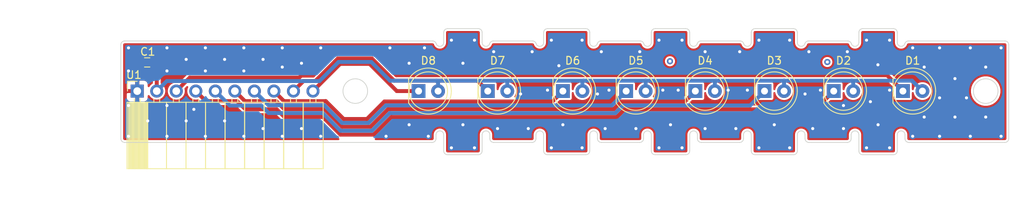
<source format=kicad_pcb>
(kicad_pcb (version 20171130) (host pcbnew "(5.1.6-0-10_14)")

  (general
    (thickness 1.6)
    (drawings 128)
    (tracks 214)
    (zones 0)
    (modules 10)
    (nets 11)
  )

  (page A4)
  (layers
    (0 F.Cu signal)
    (31 B.Cu signal)
    (32 B.Adhes user)
    (33 F.Adhes user)
    (34 B.Paste user)
    (35 F.Paste user)
    (36 B.SilkS user)
    (37 F.SilkS user)
    (38 B.Mask user)
    (39 F.Mask user)
    (40 Dwgs.User user)
    (41 Cmts.User user)
    (42 Eco1.User user)
    (43 Eco2.User user)
    (44 Edge.Cuts user)
    (45 Margin user)
    (46 B.CrtYd user)
    (47 F.CrtYd user)
    (48 B.Fab user)
    (49 F.Fab user hide)
  )

  (setup
    (last_trace_width 0.25)
    (user_trace_width 0.508)
    (user_trace_width 1.016)
    (trace_clearance 0.2)
    (zone_clearance 0.254)
    (zone_45_only no)
    (trace_min 0.2)
    (via_size 0.8)
    (via_drill 0.4)
    (via_min_size 0.4)
    (via_min_drill 0.3)
    (uvia_size 0.3)
    (uvia_drill 0.1)
    (uvias_allowed no)
    (uvia_min_size 0.2)
    (uvia_min_drill 0.1)
    (edge_width 0.1)
    (segment_width 0.2)
    (pcb_text_width 0.3)
    (pcb_text_size 1.5 1.5)
    (mod_edge_width 0.15)
    (mod_text_size 1 1)
    (mod_text_width 0.15)
    (pad_size 1.8 1.8)
    (pad_drill 0.9)
    (pad_to_mask_clearance 0)
    (aux_axis_origin 0 0)
    (grid_origin 0.5 0.5)
    (visible_elements FFFFFF7F)
    (pcbplotparams
      (layerselection 0x010fc_ffffffff)
      (usegerberextensions true)
      (usegerberattributes false)
      (usegerberadvancedattributes true)
      (creategerberjobfile true)
      (excludeedgelayer true)
      (linewidth 0.100000)
      (plotframeref false)
      (viasonmask false)
      (mode 1)
      (useauxorigin false)
      (hpglpennumber 1)
      (hpglpenspeed 20)
      (hpglpendiameter 15.000000)
      (psnegative false)
      (psa4output false)
      (plotreference true)
      (plotvalue true)
      (plotinvisibletext false)
      (padsonsilk false)
      (subtractmaskfromsilk false)
      (outputformat 1)
      (mirror false)
      (drillshape 0)
      (scaleselection 1)
      (outputdirectory ""))
  )

  (net 0 "")
  (net 1 GND)
  (net 2 VCC)
  (net 3 OUT1)
  (net 4 OUT2)
  (net 5 OUT3)
  (net 6 OUT4)
  (net 7 OUT5)
  (net 8 OUT6)
  (net 9 OUT7)
  (net 10 OUT8)

  (net_class Default "This is the default net class."
    (clearance 0.2)
    (trace_width 0.25)
    (via_dia 0.8)
    (via_drill 0.4)
    (uvia_dia 0.3)
    (uvia_drill 0.1)
    (add_net GND)
    (add_net OUT1)
    (add_net OUT2)
    (add_net OUT3)
    (add_net OUT4)
    (add_net OUT5)
    (add_net OUT6)
    (add_net OUT7)
    (add_net OUT8)
    (add_net VCC)
  )

  (module LEDs:LED_D5.0mm (layer F.Cu) (tedit 5995936A) (tstamp 60D571F2)
    (at 164.73 113.122)
    (descr "LED, diameter 5.0mm, 2 pins, http://cdn-reichelt.de/documents/datenblatt/A500/LL-504BC2E-009.pdf")
    (tags "LED diameter 5.0mm 2 pins")
    (path /5ECD722C)
    (fp_text reference D1 (at 1.27 -3.96) (layer F.SilkS)
      (effects (font (size 1 1) (thickness 0.15)))
    )
    (fp_text value LED (at 1.27 3.96) (layer F.Fab)
      (effects (font (size 1 1) (thickness 0.15)))
    )
    (fp_line (start 4.5 -3.25) (end -1.95 -3.25) (layer F.CrtYd) (width 0.05))
    (fp_line (start 4.5 3.25) (end 4.5 -3.25) (layer F.CrtYd) (width 0.05))
    (fp_line (start -1.95 3.25) (end 4.5 3.25) (layer F.CrtYd) (width 0.05))
    (fp_line (start -1.95 -3.25) (end -1.95 3.25) (layer F.CrtYd) (width 0.05))
    (fp_line (start -1.29 -1.545) (end -1.29 1.545) (layer F.SilkS) (width 0.12))
    (fp_line (start -1.23 -1.469694) (end -1.23 1.469694) (layer F.Fab) (width 0.1))
    (fp_circle (center 1.27 0) (end 3.77 0) (layer F.SilkS) (width 0.12))
    (fp_circle (center 1.27 0) (end 3.77 0) (layer F.Fab) (width 0.1))
    (fp_arc (start 1.27 0) (end -1.23 -1.469694) (angle 299.1) (layer F.Fab) (width 0.1))
    (fp_arc (start 1.27 0) (end -1.29 -1.54483) (angle 148.9) (layer F.SilkS) (width 0.12))
    (fp_arc (start 1.27 0) (end -1.29 1.54483) (angle -148.9) (layer F.SilkS) (width 0.12))
    (fp_text user %R (at 2.36 -1.44) (layer F.Fab)
      (effects (font (size 0.8 0.8) (thickness 0.2)))
    )
    (pad 1 thru_hole rect (at 0 0) (size 1.8 1.8) (drill 0.9) (layers *.Cu *.Mask)
      (net 3 OUT1))
    (pad 2 thru_hole circle (at 2.54 0) (size 1.8 1.8) (drill 0.9) (layers *.Cu *.Mask)
      (net 2 VCC))
    (model ${KISYS3DMOD}/LEDs.3dshapes/LED_D5.0mm.wrl
      (at (xyz 0 0 0))
      (scale (xyz 0.393701 0.393701 0.393701))
      (rotate (xyz 0 0 0))
    )
    (model :desktop:OVLEW1CB9_OVLGC0C6B9.step.step
      (at (xyz 0 0 0))
      (scale (xyz 1 1 1))
      (rotate (xyz 0 0 0))
    )
  )

  (module LEDs:LED_D5.0mm (layer F.Cu) (tedit 5995936A) (tstamp 60D571BF)
    (at 155.73 113.122)
    (descr "LED, diameter 5.0mm, 2 pins, http://cdn-reichelt.de/documents/datenblatt/A500/LL-504BC2E-009.pdf")
    (tags "LED diameter 5.0mm 2 pins")
    (path /5ECD7222)
    (fp_text reference D2 (at 1.27 -3.96) (layer F.SilkS)
      (effects (font (size 1 1) (thickness 0.15)))
    )
    (fp_text value LED (at 1.27 3.96) (layer F.Fab)
      (effects (font (size 1 1) (thickness 0.15)))
    )
    (fp_circle (center 1.27 0) (end 3.77 0) (layer F.Fab) (width 0.1))
    (fp_circle (center 1.27 0) (end 3.77 0) (layer F.SilkS) (width 0.12))
    (fp_line (start -1.23 -1.469694) (end -1.23 1.469694) (layer F.Fab) (width 0.1))
    (fp_line (start -1.29 -1.545) (end -1.29 1.545) (layer F.SilkS) (width 0.12))
    (fp_line (start -1.95 -3.25) (end -1.95 3.25) (layer F.CrtYd) (width 0.05))
    (fp_line (start -1.95 3.25) (end 4.5 3.25) (layer F.CrtYd) (width 0.05))
    (fp_line (start 4.5 3.25) (end 4.5 -3.25) (layer F.CrtYd) (width 0.05))
    (fp_line (start 4.5 -3.25) (end -1.95 -3.25) (layer F.CrtYd) (width 0.05))
    (fp_text user %R (at 1.25 0) (layer F.Fab)
      (effects (font (size 0.8 0.8) (thickness 0.2)))
    )
    (fp_arc (start 1.27 0) (end -1.29 1.54483) (angle -148.9) (layer F.SilkS) (width 0.12))
    (fp_arc (start 1.27 0) (end -1.29 -1.54483) (angle 148.9) (layer F.SilkS) (width 0.12))
    (fp_arc (start 1.27 0) (end -1.23 -1.469694) (angle 299.1) (layer F.Fab) (width 0.1))
    (pad 2 thru_hole circle (at 2.54 0) (size 1.8 1.8) (drill 0.9) (layers *.Cu *.Mask)
      (net 2 VCC))
    (pad 1 thru_hole rect (at 0 0) (size 1.8 1.8) (drill 0.9) (layers *.Cu *.Mask)
      (net 4 OUT2))
    (model ${KISYS3DMOD}/LEDs.3dshapes/LED_D5.0mm.wrl
      (at (xyz 0 0 0))
      (scale (xyz 0.393701 0.393701 0.393701))
      (rotate (xyz 0 0 0))
    )
    (model :desktop:OVLEW1CB9_OVLGC0C6B9.step.step
      (at (xyz 0 0 0))
      (scale (xyz 1 1 1))
      (rotate (xyz 0 0 0))
    )
  )

  (module LEDs:LED_D5.0mm (layer F.Cu) (tedit 5995936A) (tstamp 60D5718C)
    (at 146.73 113.122)
    (descr "LED, diameter 5.0mm, 2 pins, http://cdn-reichelt.de/documents/datenblatt/A500/LL-504BC2E-009.pdf")
    (tags "LED diameter 5.0mm 2 pins")
    (path /5ECD7218)
    (fp_text reference D3 (at 1.27 -3.96) (layer F.SilkS)
      (effects (font (size 1 1) (thickness 0.15)))
    )
    (fp_text value LED (at 1.27 3.96) (layer F.Fab)
      (effects (font (size 1 1) (thickness 0.15)))
    )
    (fp_line (start 4.5 -3.25) (end -1.95 -3.25) (layer F.CrtYd) (width 0.05))
    (fp_line (start 4.5 3.25) (end 4.5 -3.25) (layer F.CrtYd) (width 0.05))
    (fp_line (start -1.95 3.25) (end 4.5 3.25) (layer F.CrtYd) (width 0.05))
    (fp_line (start -1.95 -3.25) (end -1.95 3.25) (layer F.CrtYd) (width 0.05))
    (fp_line (start -1.29 -1.545) (end -1.29 1.545) (layer F.SilkS) (width 0.12))
    (fp_line (start -1.23 -1.469694) (end -1.23 1.469694) (layer F.Fab) (width 0.1))
    (fp_circle (center 1.27 0) (end 3.77 0) (layer F.SilkS) (width 0.12))
    (fp_circle (center 1.27 0) (end 3.77 0) (layer F.Fab) (width 0.1))
    (fp_arc (start 1.27 0) (end -1.23 -1.469694) (angle 299.1) (layer F.Fab) (width 0.1))
    (fp_arc (start 1.27 0) (end -1.29 -1.54483) (angle 148.9) (layer F.SilkS) (width 0.12))
    (fp_arc (start 1.27 0) (end -1.29 1.54483) (angle -148.9) (layer F.SilkS) (width 0.12))
    (fp_text user %R (at 1.25 0) (layer F.Fab)
      (effects (font (size 0.8 0.8) (thickness 0.2)))
    )
    (pad 1 thru_hole rect (at 0 0) (size 1.8 1.8) (drill 0.9) (layers *.Cu *.Mask)
      (net 5 OUT3))
    (pad 2 thru_hole circle (at 2.54 0) (size 1.8 1.8) (drill 0.9) (layers *.Cu *.Mask)
      (net 2 VCC))
    (model ${KISYS3DMOD}/LEDs.3dshapes/LED_D5.0mm.wrl
      (at (xyz 0 0 0))
      (scale (xyz 0.3937 0.3937 0.3937))
      (rotate (xyz 0 0 0))
    )
    (model :desktop:OVLEW1CB9_OVLGC0C6B9.step.step
      (at (xyz 0 0 0))
      (scale (xyz 1 1 1))
      (rotate (xyz 0 0 0))
    )
  )

  (module LEDs:LED_D5.0mm (layer F.Cu) (tedit 5995936A) (tstamp 60D57159)
    (at 137.73 113.122)
    (descr "LED, diameter 5.0mm, 2 pins, http://cdn-reichelt.de/documents/datenblatt/A500/LL-504BC2E-009.pdf")
    (tags "LED diameter 5.0mm 2 pins")
    (path /5ECD720E)
    (fp_text reference D4 (at 1.27 -3.96) (layer F.SilkS)
      (effects (font (size 1 1) (thickness 0.15)))
    )
    (fp_text value LED (at 1.27 3.96) (layer F.Fab)
      (effects (font (size 1 1) (thickness 0.15)))
    )
    (fp_circle (center 1.27 0) (end 3.77 0) (layer F.Fab) (width 0.1))
    (fp_circle (center 1.27 0) (end 3.77 0) (layer F.SilkS) (width 0.12))
    (fp_line (start -1.23 -1.469694) (end -1.23 1.469694) (layer F.Fab) (width 0.1))
    (fp_line (start -1.29 -1.545) (end -1.29 1.545) (layer F.SilkS) (width 0.12))
    (fp_line (start -1.95 -3.25) (end -1.95 3.25) (layer F.CrtYd) (width 0.05))
    (fp_line (start -1.95 3.25) (end 4.5 3.25) (layer F.CrtYd) (width 0.05))
    (fp_line (start 4.5 3.25) (end 4.5 -3.25) (layer F.CrtYd) (width 0.05))
    (fp_line (start 4.5 -3.25) (end -1.95 -3.25) (layer F.CrtYd) (width 0.05))
    (fp_text user %R (at 1.25 0) (layer F.Fab)
      (effects (font (size 0.8 0.8) (thickness 0.2)))
    )
    (fp_arc (start 1.27 0) (end -1.29 1.54483) (angle -148.9) (layer F.SilkS) (width 0.12))
    (fp_arc (start 1.27 0) (end -1.29 -1.54483) (angle 148.9) (layer F.SilkS) (width 0.12))
    (fp_arc (start 1.27 0) (end -1.23 -1.469694) (angle 299.1) (layer F.Fab) (width 0.1))
    (pad 2 thru_hole circle (at 2.54 0) (size 1.8 1.8) (drill 0.9) (layers *.Cu *.Mask)
      (net 2 VCC))
    (pad 1 thru_hole rect (at 0 0) (size 1.8 1.8) (drill 0.9) (layers *.Cu *.Mask)
      (net 6 OUT4))
    (model ${KISYS3DMOD}/LEDs.3dshapes/LED_D5.0mm.wrl
      (at (xyz 0 0 0))
      (scale (xyz 0.393701 0.393701 0.393701))
      (rotate (xyz 0 0 0))
    )
    (model :desktop:OVLEW1CB9_OVLGC0C6B9.step.step
      (at (xyz 0 0 0))
      (scale (xyz 1 1 1))
      (rotate (xyz 0 0 0))
    )
  )

  (module LEDs:LED_D5.0mm (layer F.Cu) (tedit 5995936A) (tstamp 60D57126)
    (at 128.73 113.122)
    (descr "LED, diameter 5.0mm, 2 pins, http://cdn-reichelt.de/documents/datenblatt/A500/LL-504BC2E-009.pdf")
    (tags "LED diameter 5.0mm 2 pins")
    (path /5ECD30CB)
    (fp_text reference D5 (at 1.27 -3.96) (layer F.SilkS)
      (effects (font (size 1 1) (thickness 0.15)))
    )
    (fp_text value LED (at 1.27 3.96) (layer F.Fab)
      (effects (font (size 1 1) (thickness 0.15)))
    )
    (fp_line (start 4.5 -3.25) (end -1.95 -3.25) (layer F.CrtYd) (width 0.05))
    (fp_line (start 4.5 3.25) (end 4.5 -3.25) (layer F.CrtYd) (width 0.05))
    (fp_line (start -1.95 3.25) (end 4.5 3.25) (layer F.CrtYd) (width 0.05))
    (fp_line (start -1.95 -3.25) (end -1.95 3.25) (layer F.CrtYd) (width 0.05))
    (fp_line (start -1.29 -1.545) (end -1.29 1.545) (layer F.SilkS) (width 0.12))
    (fp_line (start -1.23 -1.469694) (end -1.23 1.469694) (layer F.Fab) (width 0.1))
    (fp_circle (center 1.27 0) (end 3.77 0) (layer F.SilkS) (width 0.12))
    (fp_circle (center 1.27 0) (end 3.77 0) (layer F.Fab) (width 0.1))
    (fp_arc (start 1.27 0) (end -1.23 -1.469694) (angle 299.1) (layer F.Fab) (width 0.1))
    (fp_arc (start 1.27 0) (end -1.29 -1.54483) (angle 148.9) (layer F.SilkS) (width 0.12))
    (fp_arc (start 1.27 0) (end -1.29 1.54483) (angle -148.9) (layer F.SilkS) (width 0.12))
    (fp_text user %R (at 1.25 0) (layer F.Fab)
      (effects (font (size 0.8 0.8) (thickness 0.2)))
    )
    (pad 1 thru_hole rect (at 0 0) (size 1.8 1.8) (drill 0.9) (layers *.Cu *.Mask)
      (net 7 OUT5))
    (pad 2 thru_hole circle (at 2.54 0) (size 1.8 1.8) (drill 0.9) (layers *.Cu *.Mask)
      (net 2 VCC))
    (model ${KISYS3DMOD}/LEDs.3dshapes/LED_D5.0mm.wrl
      (at (xyz 0 0 0))
      (scale (xyz 0.393701 0.393701 0.393701))
      (rotate (xyz 0 0 0))
    )
    (model :desktop:OVLEW1CB9_OVLGC0C6B9.step.step
      (at (xyz 0 0 0))
      (scale (xyz 1 1 1))
      (rotate (xyz 0 0 0))
    )
  )

  (module LEDs:LED_D5.0mm (layer F.Cu) (tedit 5995936A) (tstamp 60D570F3)
    (at 120.5 113.122)
    (descr "LED, diameter 5.0mm, 2 pins, http://cdn-reichelt.de/documents/datenblatt/A500/LL-504BC2E-009.pdf")
    (tags "LED diameter 5.0mm 2 pins")
    (path /5ECD2AA7)
    (fp_text reference D6 (at 1.27 -3.96) (layer F.SilkS)
      (effects (font (size 1 1) (thickness 0.15)))
    )
    (fp_text value LED (at 1.27 3.96) (layer F.Fab)
      (effects (font (size 1 1) (thickness 0.15)))
    )
    (fp_circle (center 1.27 0) (end 3.77 0) (layer F.Fab) (width 0.1))
    (fp_circle (center 1.27 0) (end 3.77 0) (layer F.SilkS) (width 0.12))
    (fp_line (start -1.23 -1.469694) (end -1.23 1.469694) (layer F.Fab) (width 0.1))
    (fp_line (start -1.29 -1.545) (end -1.29 1.545) (layer F.SilkS) (width 0.12))
    (fp_line (start -1.95 -3.25) (end -1.95 3.25) (layer F.CrtYd) (width 0.05))
    (fp_line (start -1.95 3.25) (end 4.5 3.25) (layer F.CrtYd) (width 0.05))
    (fp_line (start 4.5 3.25) (end 4.5 -3.25) (layer F.CrtYd) (width 0.05))
    (fp_line (start 4.5 -3.25) (end -1.95 -3.25) (layer F.CrtYd) (width 0.05))
    (fp_text user %R (at 1.25 0) (layer F.Fab)
      (effects (font (size 0.8 0.8) (thickness 0.2)))
    )
    (fp_arc (start 1.27 0) (end -1.29 1.54483) (angle -148.9) (layer F.SilkS) (width 0.12))
    (fp_arc (start 1.27 0) (end -1.29 -1.54483) (angle 148.9) (layer F.SilkS) (width 0.12))
    (fp_arc (start 1.27 0) (end -1.23 -1.469694) (angle 299.1) (layer F.Fab) (width 0.1))
    (pad 2 thru_hole circle (at 2.54 0) (size 1.8 1.8) (drill 0.9) (layers *.Cu *.Mask)
      (net 2 VCC))
    (pad 1 thru_hole rect (at 0 0) (size 1.8 1.8) (drill 0.9) (layers *.Cu *.Mask)
      (net 8 OUT6))
    (model ${KISYS3DMOD}/LEDs.3dshapes/LED_D5.0mm.wrl
      (at (xyz 0 0 0))
      (scale (xyz 0.393701 0.393701 0.393701))
      (rotate (xyz 0 0 0))
    )
    (model :desktop:OVLEW1CB9_OVLGC0C6B9.step.step
      (at (xyz 0 0 0))
      (scale (xyz 1 1 1))
      (rotate (xyz 0 0 0))
    )
  )

  (module LEDs:LED_D5.0mm (layer F.Cu) (tedit 5995936A) (tstamp 60D570C0)
    (at 110.73 113.122)
    (descr "LED, diameter 5.0mm, 2 pins, http://cdn-reichelt.de/documents/datenblatt/A500/LL-504BC2E-009.pdf")
    (tags "LED diameter 5.0mm 2 pins")
    (path /5ECD240F)
    (fp_text reference D7 (at 1.27 -3.96) (layer F.SilkS)
      (effects (font (size 1 1) (thickness 0.15)))
    )
    (fp_text value LED (at 1.27 3.96) (layer F.Fab)
      (effects (font (size 1 1) (thickness 0.15)))
    )
    (fp_line (start 4.5 -3.25) (end -1.95 -3.25) (layer F.CrtYd) (width 0.05))
    (fp_line (start 4.5 3.25) (end 4.5 -3.25) (layer F.CrtYd) (width 0.05))
    (fp_line (start -1.95 3.25) (end 4.5 3.25) (layer F.CrtYd) (width 0.05))
    (fp_line (start -1.95 -3.25) (end -1.95 3.25) (layer F.CrtYd) (width 0.05))
    (fp_line (start -1.29 -1.545) (end -1.29 1.545) (layer F.SilkS) (width 0.12))
    (fp_line (start -1.23 -1.469694) (end -1.23 1.469694) (layer F.Fab) (width 0.1))
    (fp_circle (center 1.27 0) (end 3.77 0) (layer F.SilkS) (width 0.12))
    (fp_circle (center 1.27 0) (end 3.77 0) (layer F.Fab) (width 0.1))
    (fp_arc (start 1.27 0) (end -1.23 -1.469694) (angle 299.1) (layer F.Fab) (width 0.1))
    (fp_arc (start 1.27 0) (end -1.29 -1.54483) (angle 148.9) (layer F.SilkS) (width 0.12))
    (fp_arc (start 1.27 0) (end -1.29 1.54483) (angle -148.9) (layer F.SilkS) (width 0.12))
    (fp_text user %R (at 1.25 0) (layer F.Fab) hide
      (effects (font (size 0.8 0.8) (thickness 0.2)))
    )
    (pad 1 thru_hole rect (at 0 0) (size 1.8 1.8) (drill 0.9) (layers *.Cu *.Mask)
      (net 9 OUT7))
    (pad 2 thru_hole circle (at 2.54 0) (size 1.8 1.8) (drill 0.9) (layers *.Cu *.Mask)
      (net 2 VCC))
    (model ${KISYS3DMOD}/LEDs.3dshapes/LED_D5.0mm.wrl
      (at (xyz 0 0 0))
      (scale (xyz 0.3937 0.3937 0.3937))
      (rotate (xyz 0 0 0))
    )
    (model :desktop:OVLEW1CB9_OVLGC0C6B9.step.step
      (at (xyz 0 0 0))
      (scale (xyz 1 1 1))
      (rotate (xyz 0 0 0))
    )
  )

  (module LEDs:LED_D5.0mm (layer F.Cu) (tedit 60D53039) (tstamp 60D57237)
    (at 101.73 113.122)
    (descr "LED, diameter 5.0mm, 2 pins, http://cdn-reichelt.de/documents/datenblatt/A500/LL-504BC2E-009.pdf")
    (tags "LED diameter 5.0mm 2 pins")
    (path /5ECD166D)
    (fp_text reference D8 (at 1.27 -3.96) (layer F.SilkS)
      (effects (font (size 1 1) (thickness 0.15)))
    )
    (fp_text value LED (at 1.27 3.96) (layer F.Fab)
      (effects (font (size 1 1) (thickness 0.15)))
    )
    (fp_circle (center 1.27 0) (end 3.77 0) (layer F.Fab) (width 0.1))
    (fp_circle (center 1.27 0) (end 3.77 0) (layer F.SilkS) (width 0.12))
    (fp_line (start -1.23 -1.469694) (end -1.23 1.469694) (layer F.Fab) (width 0.1))
    (fp_line (start -1.29 -1.545) (end -1.29 1.545) (layer F.SilkS) (width 0.12))
    (fp_line (start -1.95 -3.25) (end -1.95 3.25) (layer F.CrtYd) (width 0.05))
    (fp_line (start -1.95 3.25) (end 4.5 3.25) (layer F.CrtYd) (width 0.05))
    (fp_line (start 4.5 3.25) (end 4.5 -3.25) (layer F.CrtYd) (width 0.05))
    (fp_line (start 4.5 -3.25) (end -1.95 -3.25) (layer F.CrtYd) (width 0.05))
    (fp_text user %R (at 1.25 0) (layer F.Fab) hide
      (effects (font (size 0.8 0.8) (thickness 0.2)))
    )
    (fp_arc (start 1.27 0) (end -1.29 1.54483) (angle -148.9) (layer F.SilkS) (width 0.12))
    (fp_arc (start 1.27 0) (end -1.29 -1.54483) (angle 148.9) (layer F.SilkS) (width 0.12))
    (fp_arc (start 1.27 0) (end -1.23 -1.469694) (angle 299.1) (layer F.Fab) (width 0.1))
    (pad 2 thru_hole circle (at 2.54 0) (size 1.8 1.8) (drill 0.9) (layers *.Cu *.Mask)
      (net 2 VCC))
    (pad 1 thru_hole rect (at 0 0) (size 1.8 1.8) (drill 0.9) (layers *.Cu *.Mask)
      (net 10 OUT8))
    (model ${KISYS3DMOD}/LEDs.3dshapes/LED_D5.0mm.wrl
      (at (xyz 0 0 0))
      (scale (xyz 0.393701 0.393701 0.393701))
      (rotate (xyz 0 0 0))
    )
    (model :desktop:OVLEW1CB9_OVLGC0C6B9.step.step
      (at (xyz 0 0 0))
      (scale (xyz 1 1 1))
      (rotate (xyz 0 0 0))
    )
  )

  (module Socket_Strips:Socket_Strip_Angled_1x10_Pitch2.54mm (layer F.Cu) (tedit 58CD5446) (tstamp 60D500A8)
    (at 65.134254 113.122 90)
    (descr "Through hole angled socket strip, 1x10, 2.54mm pitch, 8.51mm socket length, single row")
    (tags "Through hole angled socket strip THT 1x10 2.54mm single row")
    (path /5F22415F)
    (fp_text reference U1 (at 2.1 -0.434254 180) (layer F.SilkS)
      (effects (font (size 1 1) (thickness 0.15)))
    )
    (fp_text value Conn_02x05 (at -4.38 25.13 90) (layer F.Fab)
      (effects (font (size 1 1) (thickness 0.15)))
    )
    (fp_line (start -1.52 -1.27) (end -1.52 1.27) (layer F.Fab) (width 0.1))
    (fp_line (start -1.52 1.27) (end -10.03 1.27) (layer F.Fab) (width 0.1))
    (fp_line (start -10.03 1.27) (end -10.03 -1.27) (layer F.Fab) (width 0.1))
    (fp_line (start -10.03 -1.27) (end -1.52 -1.27) (layer F.Fab) (width 0.1))
    (fp_line (start 0 -0.32) (end 0 0.32) (layer F.Fab) (width 0.1))
    (fp_line (start 0 0.32) (end -1.52 0.32) (layer F.Fab) (width 0.1))
    (fp_line (start -1.52 0.32) (end -1.52 -0.32) (layer F.Fab) (width 0.1))
    (fp_line (start -1.52 -0.32) (end 0 -0.32) (layer F.Fab) (width 0.1))
    (fp_line (start -1.52 1.27) (end -1.52 3.81) (layer F.Fab) (width 0.1))
    (fp_line (start -1.52 3.81) (end -10.03 3.81) (layer F.Fab) (width 0.1))
    (fp_line (start -10.03 3.81) (end -10.03 1.27) (layer F.Fab) (width 0.1))
    (fp_line (start -10.03 1.27) (end -1.52 1.27) (layer F.Fab) (width 0.1))
    (fp_line (start 0 2.22) (end 0 2.86) (layer F.Fab) (width 0.1))
    (fp_line (start 0 2.86) (end -1.52 2.86) (layer F.Fab) (width 0.1))
    (fp_line (start -1.52 2.86) (end -1.52 2.22) (layer F.Fab) (width 0.1))
    (fp_line (start -1.52 2.22) (end 0 2.22) (layer F.Fab) (width 0.1))
    (fp_line (start -1.52 3.81) (end -1.52 6.35) (layer F.Fab) (width 0.1))
    (fp_line (start -1.52 6.35) (end -10.03 6.35) (layer F.Fab) (width 0.1))
    (fp_line (start -10.03 6.35) (end -10.03 3.81) (layer F.Fab) (width 0.1))
    (fp_line (start -10.03 3.81) (end -1.52 3.81) (layer F.Fab) (width 0.1))
    (fp_line (start 0 4.76) (end 0 5.4) (layer F.Fab) (width 0.1))
    (fp_line (start 0 5.4) (end -1.52 5.4) (layer F.Fab) (width 0.1))
    (fp_line (start -1.52 5.4) (end -1.52 4.76) (layer F.Fab) (width 0.1))
    (fp_line (start -1.52 4.76) (end 0 4.76) (layer F.Fab) (width 0.1))
    (fp_line (start -1.52 6.35) (end -1.52 8.89) (layer F.Fab) (width 0.1))
    (fp_line (start -1.52 8.89) (end -10.03 8.89) (layer F.Fab) (width 0.1))
    (fp_line (start -10.03 8.89) (end -10.03 6.35) (layer F.Fab) (width 0.1))
    (fp_line (start -10.03 6.35) (end -1.52 6.35) (layer F.Fab) (width 0.1))
    (fp_line (start 0 7.3) (end 0 7.94) (layer F.Fab) (width 0.1))
    (fp_line (start 0 7.94) (end -1.52 7.94) (layer F.Fab) (width 0.1))
    (fp_line (start -1.52 7.94) (end -1.52 7.3) (layer F.Fab) (width 0.1))
    (fp_line (start -1.52 7.3) (end 0 7.3) (layer F.Fab) (width 0.1))
    (fp_line (start -1.52 8.89) (end -1.52 11.43) (layer F.Fab) (width 0.1))
    (fp_line (start -1.52 11.43) (end -10.03 11.43) (layer F.Fab) (width 0.1))
    (fp_line (start -10.03 11.43) (end -10.03 8.89) (layer F.Fab) (width 0.1))
    (fp_line (start -10.03 8.89) (end -1.52 8.89) (layer F.Fab) (width 0.1))
    (fp_line (start 0 9.84) (end 0 10.48) (layer F.Fab) (width 0.1))
    (fp_line (start 0 10.48) (end -1.52 10.48) (layer F.Fab) (width 0.1))
    (fp_line (start -1.52 10.48) (end -1.52 9.84) (layer F.Fab) (width 0.1))
    (fp_line (start -1.52 9.84) (end 0 9.84) (layer F.Fab) (width 0.1))
    (fp_line (start -1.52 11.43) (end -1.52 13.97) (layer F.Fab) (width 0.1))
    (fp_line (start -1.52 13.97) (end -10.03 13.97) (layer F.Fab) (width 0.1))
    (fp_line (start -10.03 13.97) (end -10.03 11.43) (layer F.Fab) (width 0.1))
    (fp_line (start -10.03 11.43) (end -1.52 11.43) (layer F.Fab) (width 0.1))
    (fp_line (start 0 12.38) (end 0 13.02) (layer F.Fab) (width 0.1))
    (fp_line (start 0 13.02) (end -1.52 13.02) (layer F.Fab) (width 0.1))
    (fp_line (start -1.52 13.02) (end -1.52 12.38) (layer F.Fab) (width 0.1))
    (fp_line (start -1.52 12.38) (end 0 12.38) (layer F.Fab) (width 0.1))
    (fp_line (start -1.52 13.97) (end -1.52 16.51) (layer F.Fab) (width 0.1))
    (fp_line (start -1.52 16.51) (end -10.03 16.51) (layer F.Fab) (width 0.1))
    (fp_line (start -10.03 16.51) (end -10.03 13.97) (layer F.Fab) (width 0.1))
    (fp_line (start -10.03 13.97) (end -1.52 13.97) (layer F.Fab) (width 0.1))
    (fp_line (start 0 14.92) (end 0 15.56) (layer F.Fab) (width 0.1))
    (fp_line (start 0 15.56) (end -1.52 15.56) (layer F.Fab) (width 0.1))
    (fp_line (start -1.52 15.56) (end -1.52 14.92) (layer F.Fab) (width 0.1))
    (fp_line (start -1.52 14.92) (end 0 14.92) (layer F.Fab) (width 0.1))
    (fp_line (start -1.52 16.51) (end -1.52 19.05) (layer F.Fab) (width 0.1))
    (fp_line (start -1.52 19.05) (end -10.03 19.05) (layer F.Fab) (width 0.1))
    (fp_line (start -10.03 19.05) (end -10.03 16.51) (layer F.Fab) (width 0.1))
    (fp_line (start -10.03 16.51) (end -1.52 16.51) (layer F.Fab) (width 0.1))
    (fp_line (start 0 17.46) (end 0 18.1) (layer F.Fab) (width 0.1))
    (fp_line (start 0 18.1) (end -1.52 18.1) (layer F.Fab) (width 0.1))
    (fp_line (start -1.52 18.1) (end -1.52 17.46) (layer F.Fab) (width 0.1))
    (fp_line (start -1.52 17.46) (end 0 17.46) (layer F.Fab) (width 0.1))
    (fp_line (start -1.52 19.05) (end -1.52 21.59) (layer F.Fab) (width 0.1))
    (fp_line (start -1.52 21.59) (end -10.03 21.59) (layer F.Fab) (width 0.1))
    (fp_line (start -10.03 21.59) (end -10.03 19.05) (layer F.Fab) (width 0.1))
    (fp_line (start -10.03 19.05) (end -1.52 19.05) (layer F.Fab) (width 0.1))
    (fp_line (start 0 20) (end 0 20.64) (layer F.Fab) (width 0.1))
    (fp_line (start 0 20.64) (end -1.52 20.64) (layer F.Fab) (width 0.1))
    (fp_line (start -1.52 20.64) (end -1.52 20) (layer F.Fab) (width 0.1))
    (fp_line (start -1.52 20) (end 0 20) (layer F.Fab) (width 0.1))
    (fp_line (start -1.52 21.59) (end -1.52 24.13) (layer F.Fab) (width 0.1))
    (fp_line (start -1.52 24.13) (end -10.03 24.13) (layer F.Fab) (width 0.1))
    (fp_line (start -10.03 24.13) (end -10.03 21.59) (layer F.Fab) (width 0.1))
    (fp_line (start -10.03 21.59) (end -1.52 21.59) (layer F.Fab) (width 0.1))
    (fp_line (start 0 22.54) (end 0 23.18) (layer F.Fab) (width 0.1))
    (fp_line (start 0 23.18) (end -1.52 23.18) (layer F.Fab) (width 0.1))
    (fp_line (start -1.52 23.18) (end -1.52 22.54) (layer F.Fab) (width 0.1))
    (fp_line (start -1.52 22.54) (end 0 22.54) (layer F.Fab) (width 0.1))
    (fp_line (start -1.46 -1.33) (end -1.46 1.27) (layer F.SilkS) (width 0.12))
    (fp_line (start -1.46 1.27) (end -10.09 1.27) (layer F.SilkS) (width 0.12))
    (fp_line (start -10.09 1.27) (end -10.09 -1.33) (layer F.SilkS) (width 0.12))
    (fp_line (start -10.09 -1.33) (end -1.46 -1.33) (layer F.SilkS) (width 0.12))
    (fp_line (start -1.03 -0.38) (end -1.46 -0.38) (layer F.SilkS) (width 0.12))
    (fp_line (start -1.03 0.38) (end -1.46 0.38) (layer F.SilkS) (width 0.12))
    (fp_line (start -1.46 -1.15) (end -10.09 -1.15) (layer F.SilkS) (width 0.12))
    (fp_line (start -1.46 -1.03) (end -10.09 -1.03) (layer F.SilkS) (width 0.12))
    (fp_line (start -1.46 -0.91) (end -10.09 -0.91) (layer F.SilkS) (width 0.12))
    (fp_line (start -1.46 -0.79) (end -10.09 -0.79) (layer F.SilkS) (width 0.12))
    (fp_line (start -1.46 -0.67) (end -10.09 -0.67) (layer F.SilkS) (width 0.12))
    (fp_line (start -1.46 -0.55) (end -10.09 -0.55) (layer F.SilkS) (width 0.12))
    (fp_line (start -1.46 -0.43) (end -10.09 -0.43) (layer F.SilkS) (width 0.12))
    (fp_line (start -1.46 -0.31) (end -10.09 -0.31) (layer F.SilkS) (width 0.12))
    (fp_line (start -1.46 -0.19) (end -10.09 -0.19) (layer F.SilkS) (width 0.12))
    (fp_line (start -1.46 -0.07) (end -10.09 -0.07) (layer F.SilkS) (width 0.12))
    (fp_line (start -1.46 0.05) (end -10.09 0.05) (layer F.SilkS) (width 0.12))
    (fp_line (start -1.46 0.17) (end -10.09 0.17) (layer F.SilkS) (width 0.12))
    (fp_line (start -1.46 0.29) (end -10.09 0.29) (layer F.SilkS) (width 0.12))
    (fp_line (start -1.46 0.41) (end -10.09 0.41) (layer F.SilkS) (width 0.12))
    (fp_line (start -1.46 0.53) (end -10.09 0.53) (layer F.SilkS) (width 0.12))
    (fp_line (start -1.46 0.65) (end -10.09 0.65) (layer F.SilkS) (width 0.12))
    (fp_line (start -1.46 0.77) (end -10.09 0.77) (layer F.SilkS) (width 0.12))
    (fp_line (start -1.46 0.89) (end -10.09 0.89) (layer F.SilkS) (width 0.12))
    (fp_line (start -1.46 1.01) (end -10.09 1.01) (layer F.SilkS) (width 0.12))
    (fp_line (start -1.46 1.13) (end -10.09 1.13) (layer F.SilkS) (width 0.12))
    (fp_line (start -1.46 1.25) (end -10.09 1.25) (layer F.SilkS) (width 0.12))
    (fp_line (start -1.46 1.37) (end -10.09 1.37) (layer F.SilkS) (width 0.12))
    (fp_line (start -1.46 1.27) (end -1.46 3.81) (layer F.SilkS) (width 0.12))
    (fp_line (start -1.46 3.81) (end -10.09 3.81) (layer F.SilkS) (width 0.12))
    (fp_line (start -10.09 3.81) (end -10.09 1.27) (layer F.SilkS) (width 0.12))
    (fp_line (start -10.09 1.27) (end -1.46 1.27) (layer F.SilkS) (width 0.12))
    (fp_line (start -1.03 2.16) (end -1.46 2.16) (layer F.SilkS) (width 0.12))
    (fp_line (start -1.03 2.92) (end -1.46 2.92) (layer F.SilkS) (width 0.12))
    (fp_line (start -1.46 3.81) (end -1.46 6.35) (layer F.SilkS) (width 0.12))
    (fp_line (start -1.46 6.35) (end -10.09 6.35) (layer F.SilkS) (width 0.12))
    (fp_line (start -10.09 6.35) (end -10.09 3.81) (layer F.SilkS) (width 0.12))
    (fp_line (start -10.09 3.81) (end -1.46 3.81) (layer F.SilkS) (width 0.12))
    (fp_line (start -1.03 4.7) (end -1.46 4.7) (layer F.SilkS) (width 0.12))
    (fp_line (start -1.03 5.46) (end -1.46 5.46) (layer F.SilkS) (width 0.12))
    (fp_line (start -1.46 6.35) (end -1.46 8.89) (layer F.SilkS) (width 0.12))
    (fp_line (start -1.46 8.89) (end -10.09 8.89) (layer F.SilkS) (width 0.12))
    (fp_line (start -10.09 8.89) (end -10.09 6.35) (layer F.SilkS) (width 0.12))
    (fp_line (start -10.09 6.35) (end -1.46 6.35) (layer F.SilkS) (width 0.12))
    (fp_line (start -1.03 7.24) (end -1.46 7.24) (layer F.SilkS) (width 0.12))
    (fp_line (start -1.03 8) (end -1.46 8) (layer F.SilkS) (width 0.12))
    (fp_line (start -1.46 8.89) (end -1.46 11.43) (layer F.SilkS) (width 0.12))
    (fp_line (start -1.46 11.43) (end -10.09 11.43) (layer F.SilkS) (width 0.12))
    (fp_line (start -10.09 11.43) (end -10.09 8.89) (layer F.SilkS) (width 0.12))
    (fp_line (start -10.09 8.89) (end -1.46 8.89) (layer F.SilkS) (width 0.12))
    (fp_line (start -1.03 9.78) (end -1.46 9.78) (layer F.SilkS) (width 0.12))
    (fp_line (start -1.03 10.54) (end -1.46 10.54) (layer F.SilkS) (width 0.12))
    (fp_line (start -1.46 11.43) (end -1.46 13.97) (layer F.SilkS) (width 0.12))
    (fp_line (start -1.46 13.97) (end -10.09 13.97) (layer F.SilkS) (width 0.12))
    (fp_line (start -10.09 13.97) (end -10.09 11.43) (layer F.SilkS) (width 0.12))
    (fp_line (start -10.09 11.43) (end -1.46 11.43) (layer F.SilkS) (width 0.12))
    (fp_line (start -1.03 12.32) (end -1.46 12.32) (layer F.SilkS) (width 0.12))
    (fp_line (start -1.03 13.08) (end -1.46 13.08) (layer F.SilkS) (width 0.12))
    (fp_line (start -1.46 13.97) (end -1.46 16.51) (layer F.SilkS) (width 0.12))
    (fp_line (start -1.46 16.51) (end -10.09 16.51) (layer F.SilkS) (width 0.12))
    (fp_line (start -10.09 16.51) (end -10.09 13.97) (layer F.SilkS) (width 0.12))
    (fp_line (start -10.09 13.97) (end -1.46 13.97) (layer F.SilkS) (width 0.12))
    (fp_line (start -1.03 14.86) (end -1.46 14.86) (layer F.SilkS) (width 0.12))
    (fp_line (start -1.03 15.62) (end -1.46 15.62) (layer F.SilkS) (width 0.12))
    (fp_line (start -1.46 16.51) (end -1.46 19.05) (layer F.SilkS) (width 0.12))
    (fp_line (start -1.46 19.05) (end -10.09 19.05) (layer F.SilkS) (width 0.12))
    (fp_line (start -10.09 19.05) (end -10.09 16.51) (layer F.SilkS) (width 0.12))
    (fp_line (start -10.09 16.51) (end -1.46 16.51) (layer F.SilkS) (width 0.12))
    (fp_line (start -1.03 17.4) (end -1.46 17.4) (layer F.SilkS) (width 0.12))
    (fp_line (start -1.03 18.16) (end -1.46 18.16) (layer F.SilkS) (width 0.12))
    (fp_line (start -1.46 19.05) (end -1.46 21.59) (layer F.SilkS) (width 0.12))
    (fp_line (start -1.46 21.59) (end -10.09 21.59) (layer F.SilkS) (width 0.12))
    (fp_line (start -10.09 21.59) (end -10.09 19.05) (layer F.SilkS) (width 0.12))
    (fp_line (start -10.09 19.05) (end -1.46 19.05) (layer F.SilkS) (width 0.12))
    (fp_line (start -1.03 19.94) (end -1.46 19.94) (layer F.SilkS) (width 0.12))
    (fp_line (start -1.03 20.7) (end -1.46 20.7) (layer F.SilkS) (width 0.12))
    (fp_line (start -1.46 21.59) (end -1.46 24.19) (layer F.SilkS) (width 0.12))
    (fp_line (start -1.46 24.19) (end -10.09 24.19) (layer F.SilkS) (width 0.12))
    (fp_line (start -10.09 24.19) (end -10.09 21.59) (layer F.SilkS) (width 0.12))
    (fp_line (start -10.09 21.59) (end -1.46 21.59) (layer F.SilkS) (width 0.12))
    (fp_line (start -1.03 22.48) (end -1.46 22.48) (layer F.SilkS) (width 0.12))
    (fp_line (start -1.03 23.24) (end -1.46 23.24) (layer F.SilkS) (width 0.12))
    (fp_line (start 0 -1.27) (end 1.27 -1.27) (layer F.SilkS) (width 0.12))
    (fp_line (start 1.27 -1.27) (end 1.27 0) (layer F.SilkS) (width 0.12))
    (fp_line (start 1.8 -1.8) (end 1.8 24.65) (layer F.CrtYd) (width 0.05))
    (fp_line (start 1.8 24.65) (end -10.55 24.65) (layer F.CrtYd) (width 0.05))
    (fp_line (start -10.55 24.65) (end -10.55 -1.8) (layer F.CrtYd) (width 0.05))
    (fp_line (start -10.55 -1.8) (end 1.8 -1.8) (layer F.CrtYd) (width 0.05))
    (fp_text user %R (at 2.1 -0.434254 180) (layer F.Fab)
      (effects (font (size 1 1) (thickness 0.15)))
    )
    (pad 1 thru_hole rect (at 0 0 90) (size 1.7 1.7) (drill 1) (layers *.Cu *.Mask)
      (net 1 GND))
    (pad 2 thru_hole oval (at 0 2.54 90) (size 1.7 1.7) (drill 1) (layers *.Cu *.Mask)
      (net 2 VCC))
    (pad 3 thru_hole oval (at 0 5.08 90) (size 1.7 1.7) (drill 1) (layers *.Cu *.Mask)
      (net 3 OUT1))
    (pad 4 thru_hole oval (at 0 7.62 90) (size 1.7 1.7) (drill 1) (layers *.Cu *.Mask)
      (net 4 OUT2))
    (pad 5 thru_hole oval (at 0 10.16 90) (size 1.7 1.7) (drill 1) (layers *.Cu *.Mask)
      (net 5 OUT3))
    (pad 6 thru_hole oval (at 0 12.7 90) (size 1.7 1.7) (drill 1) (layers *.Cu *.Mask)
      (net 6 OUT4))
    (pad 7 thru_hole oval (at 0 15.24 90) (size 1.7 1.7) (drill 1) (layers *.Cu *.Mask)
      (net 7 OUT5))
    (pad 8 thru_hole oval (at 0 17.78 90) (size 1.7 1.7) (drill 1) (layers *.Cu *.Mask)
      (net 8 OUT6))
    (pad 9 thru_hole oval (at 0 20.32 90) (size 1.7 1.7) (drill 1) (layers *.Cu *.Mask)
      (net 9 OUT7))
    (pad 10 thru_hole oval (at 0 22.86 90) (size 1.7 1.7) (drill 1) (layers *.Cu *.Mask)
      (net 10 OUT8))
    (model ${KISYS3DMOD}/Socket_Strips.3dshapes/Socket_Strip_Angled_1x10_Pitch2.54mm.wrl
      (offset (xyz 0 -11.42999982833862 0))
      (scale (xyz 1 1 1))
      (rotate (xyz 0 0 270))
    )
    (model :kicad-packages3D:Connector_PinSocket_2.54mm.3dshapes/PinSocket_1x10_P2.54mm_Horizontal.step
      (at (xyz 0 0 0))
      (scale (xyz 1 1 1))
      (rotate (xyz 0 0 0))
    )
  )

  (module Capacitors_SMD:C_0603_HandSoldering (layer F.Cu) (tedit 58AA848B) (tstamp 60D57D8F)
    (at 66.43 109.392 180)
    (descr "Capacitor SMD 0603, hand soldering")
    (tags "capacitor 0603")
    (path /5ED07E21)
    (attr smd)
    (fp_text reference C1 (at -0.07 1.392) (layer F.SilkS)
      (effects (font (size 1 1) (thickness 0.15)))
    )
    (fp_text value C (at 0 1.5) (layer F.Fab)
      (effects (font (size 1 1) (thickness 0.15)))
    )
    (fp_line (start 1.8 0.65) (end -1.8 0.65) (layer F.CrtYd) (width 0.05))
    (fp_line (start 1.8 0.65) (end 1.8 -0.65) (layer F.CrtYd) (width 0.05))
    (fp_line (start -1.8 -0.65) (end -1.8 0.65) (layer F.CrtYd) (width 0.05))
    (fp_line (start -1.8 -0.65) (end 1.8 -0.65) (layer F.CrtYd) (width 0.05))
    (fp_line (start 0.35 0.6) (end -0.35 0.6) (layer F.SilkS) (width 0.12))
    (fp_line (start -0.35 -0.6) (end 0.35 -0.6) (layer F.SilkS) (width 0.12))
    (fp_line (start -0.8 -0.4) (end 0.8 -0.4) (layer F.Fab) (width 0.1))
    (fp_line (start 0.8 -0.4) (end 0.8 0.4) (layer F.Fab) (width 0.1))
    (fp_line (start 0.8 0.4) (end -0.8 0.4) (layer F.Fab) (width 0.1))
    (fp_line (start -0.8 0.4) (end -0.8 -0.4) (layer F.Fab) (width 0.1))
    (fp_text user %R (at -0.07 1.392) (layer F.Fab)
      (effects (font (size 1 1) (thickness 0.15)))
    )
    (pad 2 smd rect (at 0.95 0 180) (size 1.2 0.75) (layers F.Cu F.Paste F.Mask)
      (net 1 GND))
    (pad 1 smd rect (at -0.95 0 180) (size 1.2 0.75) (layers F.Cu F.Paste F.Mask)
      (net 2 VCC))
    (model Capacitors_SMD.3dshapes/C_0603.wrl
      (at (xyz 0 0 0))
      (scale (xyz 1 1 1))
      (rotate (xyz 0 0 0))
    )
    (model ${KISYS3DMOD}/Capacitor_SMD.3dshapes/C_0603_1608Metric.step
      (at (xyz 0 0 0))
      (scale (xyz 1 1 1))
      (rotate (xyz 0 0 0))
    )
  )

  (gr_circle (center 93.5 113.122) (end 96.5 113.122) (layer F.CrtYd) (width 0.1) (tstamp 60D56EB0))
  (gr_arc (start 63.5 119.30036) (end 63.5 119.80036) (angle 90) (layer Edge.Cuts) (width 0.1) (tstamp 60D56C87))
  (gr_line (start 92.334254 123.30036) (end 47.334254 123.30036) (layer Dwgs.User) (width 0.1) (tstamp 60D553B6))
  (gr_line (start 90.55 109.122) (end 90.55 117.122) (layer Dwgs.User) (width 0.15))
  (gr_circle (center 93.5 113.122) (end 95.1 113.122) (layer Edge.Cuts) (width 0.1) (tstamp 60D5575C))
  (gr_line (start 47.334254 127.40036) (end 92.334254 127.40036) (layer Dwgs.User) (width 0.1))
  (gr_line (start 47.334254 125.80036) (end 47.334254 127.40036) (layer Dwgs.User) (width 0.1))
  (gr_line (start 92.334254 125.80036) (end 47.334254 125.80036) (layer Dwgs.User) (width 0.1))
  (gr_line (start 92.334254 127.40036) (end 92.334254 125.80036) (layer Dwgs.User) (width 0.1))
  (gr_circle (center 175.5 113.122) (end 177.1 113.122) (layer Edge.Cuts) (width 0.1))
  (gr_line (start 63 119.30036) (end 63 107.09964) (layer Edge.Cuts) (width 0.1) (tstamp 60D57673))
  (gr_line (start 103.5 119.80036) (end 63.5 119.80036) (layer Edge.Cuts) (width 0.1) (tstamp 60D5767A))
  (gr_arc (start 103.5 119.30036) (end 103.5 119.80036) (angle -90) (layer Edge.Cuts) (width 0.1))
  (gr_line (start 104 118.80036) (end 104 119.30036) (layer Edge.Cuts) (width 0.1))
  (gr_arc (start 104.5 118.80036) (end 105 118.80036) (angle -180) (layer Edge.Cuts) (width 0.1))
  (gr_line (start 105 120.9) (end 105 118.80036) (layer Edge.Cuts) (width 0.1))
  (gr_arc (start 105.5 120.9) (end 105 120.9) (angle -90) (layer Edge.Cuts) (width 0.1))
  (gr_line (start 109.5 121.4) (end 105.5 121.4) (layer Edge.Cuts) (width 0.1))
  (gr_arc (start 109.5 120.9) (end 109.5 121.4) (angle -90) (layer Edge.Cuts) (width 0.1))
  (gr_line (start 110 118.80036) (end 110 120.9) (layer Edge.Cuts) (width 0.1))
  (gr_arc (start 110.5 118.80036) (end 111 118.80036) (angle -180) (layer Edge.Cuts) (width 0.1))
  (gr_line (start 111 119.30036) (end 111 118.80036) (layer Edge.Cuts) (width 0.1))
  (gr_arc (start 111.5 119.30036) (end 111 119.30036) (angle -90) (layer Edge.Cuts) (width 0.1))
  (gr_line (start 116.5 119.80036) (end 111.5 119.80036) (layer Edge.Cuts) (width 0.1))
  (gr_arc (start 116.5 119.30036) (end 116.5 119.80036) (angle -90) (layer Edge.Cuts) (width 0.1))
  (gr_line (start 117 118.80036) (end 117 119.30036) (layer Edge.Cuts) (width 0.1))
  (gr_arc (start 117.5 118.80036) (end 118 118.80036) (angle -180) (layer Edge.Cuts) (width 0.1))
  (gr_line (start 118 120.900359) (end 118 118.80036) (layer Edge.Cuts) (width 0.1))
  (gr_arc (start 118.5 120.900359) (end 118 120.900359) (angle -90) (layer Edge.Cuts) (width 0.1))
  (gr_line (start 123.5 121.400359) (end 118.5 121.400359) (layer Edge.Cuts) (width 0.1))
  (gr_arc (start 123.5 120.900359) (end 123.5 121.400359) (angle -90) (layer Edge.Cuts) (width 0.1))
  (gr_line (start 124 118.80036) (end 124 120.900359) (layer Edge.Cuts) (width 0.1))
  (gr_arc (start 124.5 118.80036) (end 125 118.80036) (angle -180) (layer Edge.Cuts) (width 0.1))
  (gr_line (start 125 119.30036) (end 125 118.80036) (layer Edge.Cuts) (width 0.1))
  (gr_arc (start 125.5 119.30036) (end 125 119.30036) (angle -90) (layer Edge.Cuts) (width 0.1))
  (gr_line (start 130.5 119.80036) (end 125.5 119.80036) (layer Edge.Cuts) (width 0.1))
  (gr_arc (start 130.5 119.30036) (end 130.5 119.80036) (angle -90) (layer Edge.Cuts) (width 0.1))
  (gr_line (start 131 118.80036) (end 131 119.30036) (layer Edge.Cuts) (width 0.1))
  (gr_arc (start 131.5 118.80036) (end 132 118.80036) (angle -180) (layer Edge.Cuts) (width 0.1))
  (gr_line (start 132 120.9) (end 132 118.80036) (layer Edge.Cuts) (width 0.1))
  (gr_arc (start 132.5 120.9) (end 132 120.9) (angle -90) (layer Edge.Cuts) (width 0.1))
  (gr_line (start 136.5 121.4) (end 132.5 121.4) (layer Edge.Cuts) (width 0.1))
  (gr_arc (start 136.5 120.9) (end 136.5 121.4) (angle -90) (layer Edge.Cuts) (width 0.1))
  (gr_line (start 137 118.80036) (end 137 120.9) (layer Edge.Cuts) (width 0.1))
  (gr_arc (start 137.5 118.80036) (end 138 118.80036) (angle -180) (layer Edge.Cuts) (width 0.1))
  (gr_line (start 138 119.30036) (end 138 118.80036) (layer Edge.Cuts) (width 0.1))
  (gr_arc (start 138.5 119.30036) (end 138 119.30036) (angle -90) (layer Edge.Cuts) (width 0.1))
  (gr_line (start 143.5 119.80036) (end 138.5 119.80036) (layer Edge.Cuts) (width 0.1))
  (gr_arc (start 143.5 119.30036) (end 143.5 119.80036) (angle -89.99999625) (layer Edge.Cuts) (width 0.1))
  (gr_line (start 144 118.80036) (end 144 119.30036) (layer Edge.Cuts) (width 0.1))
  (gr_arc (start 144.5 118.800361) (end 145 118.80036) (angle -179.9999911) (layer Edge.Cuts) (width 0.1))
  (gr_line (start 145 120.900364) (end 145 118.80036) (layer Edge.Cuts) (width 0.1))
  (gr_arc (start 145.5 120.900364) (end 145 120.900364) (angle -90) (layer Edge.Cuts) (width 0.1))
  (gr_line (start 150.5 121.400364) (end 145.5 121.400364) (layer Edge.Cuts) (width 0.1))
  (gr_arc (start 150.5 120.900364) (end 150.5 121.400364) (angle -90) (layer Edge.Cuts) (width 0.1))
  (gr_line (start 151 118.80036) (end 151 120.900364) (layer Edge.Cuts) (width 0.1))
  (gr_arc (start 151.5 118.80036) (end 152 118.80036) (angle -180) (layer Edge.Cuts) (width 0.1))
  (gr_line (start 152 119.30036) (end 152 118.80036) (layer Edge.Cuts) (width 0.1))
  (gr_arc (start 152.5 119.30036) (end 152 119.30036) (angle -90) (layer Edge.Cuts) (width 0.1))
  (gr_line (start 157.5 119.80036) (end 152.5 119.80036) (layer Edge.Cuts) (width 0.1))
  (gr_arc (start 157.5 119.30036) (end 157.5 119.80036) (angle -90) (layer Edge.Cuts) (width 0.1))
  (gr_line (start 158 118.80036) (end 158 119.30036) (layer Edge.Cuts) (width 0.1))
  (gr_arc (start 158.5 118.80036) (end 159 118.80036) (angle -180) (layer Edge.Cuts) (width 0.1))
  (gr_line (start 159 120.9) (end 159 118.80036) (layer Edge.Cuts) (width 0.1))
  (gr_arc (start 159.5 120.9) (end 159 120.9) (angle -90) (layer Edge.Cuts) (width 0.1))
  (gr_line (start 163.5 121.4) (end 159.5 121.4) (layer Edge.Cuts) (width 0.1))
  (gr_arc (start 163.5 120.9) (end 163.5 121.4) (angle -90) (layer Edge.Cuts) (width 0.1))
  (gr_line (start 164 118.80036) (end 164 120.9) (layer Edge.Cuts) (width 0.1))
  (gr_arc (start 164.5 118.80036) (end 165 118.80036) (angle -180) (layer Edge.Cuts) (width 0.1))
  (gr_line (start 165 119.30036) (end 165 118.80036) (layer Edge.Cuts) (width 0.1))
  (gr_arc (start 165.5 119.30036) (end 165 119.30036) (angle -90) (layer Edge.Cuts) (width 0.1))
  (gr_line (start 178 119.80036) (end 165.5 119.80036) (layer Edge.Cuts) (width 0.1))
  (gr_arc (start 178 119.30036) (end 178 119.80036) (angle -90) (layer Edge.Cuts) (width 0.1))
  (gr_line (start 178.5 107.09964) (end 178.5 119.30036) (layer Edge.Cuts) (width 0.1))
  (gr_arc (start 178 107.09964) (end 178.5 107.09964) (angle -90) (layer Edge.Cuts) (width 0.1))
  (gr_line (start 165.454253 106.59964) (end 178 106.59964) (layer Edge.Cuts) (width 0.1))
  (gr_arc (start 165.454253 107.09964) (end 165.454253 106.59964) (angle -72.60244929) (layer Edge.Cuts) (width 0.1))
  (gr_arc (start 164.5 106.80064) (end 164 106.80064) (angle -162.6024493) (layer Edge.Cuts) (width 0.1))
  (gr_line (start 164 105.5) (end 164 106.80064) (layer Edge.Cuts) (width 0.1))
  (gr_arc (start 163.5 105.5) (end 164 105.5) (angle -90) (layer Edge.Cuts) (width 0.1))
  (gr_line (start 159.5 105) (end 163.5 105) (layer Edge.Cuts) (width 0.1))
  (gr_arc (start 159.5 105.5) (end 159.5 105) (angle -90) (layer Edge.Cuts) (width 0.1))
  (gr_line (start 159 106.80064) (end 159 105.5) (layer Edge.Cuts) (width 0.1))
  (gr_arc (start 158.5 106.80064) (end 158.022873 106.95014) (angle -162.6024493) (layer Edge.Cuts) (width 0.1))
  (gr_arc (start 157.545746 107.09964) (end 158.022873 106.95014) (angle -72.60244929) (layer Edge.Cuts) (width 0.1))
  (gr_line (start 152.454253 106.59964) (end 157.545746 106.59964) (layer Edge.Cuts) (width 0.1))
  (gr_arc (start 152.454253 107.09964) (end 152.454253 106.59964) (angle -72.60244929) (layer Edge.Cuts) (width 0.1))
  (gr_arc (start 151.5 106.80064) (end 151 106.80064) (angle -162.6024404) (layer Edge.Cuts) (width 0.1))
  (gr_line (start 151 105.5) (end 151 106.80064) (layer Edge.Cuts) (width 0.1))
  (gr_arc (start 150.5 105.5) (end 151 105.5) (angle -90) (layer Edge.Cuts) (width 0.1))
  (gr_line (start 145.5 105) (end 150.5 105) (layer Edge.Cuts) (width 0.1))
  (gr_arc (start 145.5 105.5) (end 145.5 105) (angle -90) (layer Edge.Cuts) (width 0.1))
  (gr_line (start 145 106.80064) (end 145 105.5) (layer Edge.Cuts) (width 0.1))
  (gr_arc (start 144.5 106.80064) (end 144.022873 106.95014) (angle -162.6024493) (layer Edge.Cuts) (width 0.1))
  (gr_arc (start 143.545746 107.09964) (end 144.022873 106.95014) (angle -72.60244929) (layer Edge.Cuts) (width 0.1))
  (gr_line (start 138.454253 106.59964) (end 143.545746 106.59964) (layer Edge.Cuts) (width 0.1))
  (gr_arc (start 138.454253 107.09964) (end 138.454253 106.59964) (angle -72.60244929) (layer Edge.Cuts) (width 0.1))
  (gr_arc (start 137.5 106.80064) (end 137 106.80064) (angle -162.6024493) (layer Edge.Cuts) (width 0.1))
  (gr_line (start 137 105.5) (end 137 106.80064) (layer Edge.Cuts) (width 0.1))
  (gr_arc (start 136.5 105.5) (end 137 105.5) (angle -90) (layer Edge.Cuts) (width 0.1))
  (gr_line (start 132.5 105) (end 136.5 105) (layer Edge.Cuts) (width 0.1))
  (gr_arc (start 132.5 105.5) (end 132.5 105) (angle -90) (layer Edge.Cuts) (width 0.1))
  (gr_line (start 132 106.80064) (end 132 105.5) (layer Edge.Cuts) (width 0.1))
  (gr_arc (start 131.5 106.80064) (end 131.022873 106.95014) (angle -162.6024493) (layer Edge.Cuts) (width 0.1))
  (gr_arc (start 130.545746 107.09964) (end 131.022873 106.95014) (angle -72.60244929) (layer Edge.Cuts) (width 0.1))
  (gr_line (start 125.454253 106.59964) (end 130.545746 106.59964) (layer Edge.Cuts) (width 0.1))
  (gr_arc (start 125.454253 107.09964) (end 125.454253 106.59964) (angle -72.60244929) (layer Edge.Cuts) (width 0.1))
  (gr_arc (start 124.5 106.80064) (end 124 106.80064) (angle -162.6024581) (layer Edge.Cuts) (width 0.1))
  (gr_line (start 124 105.5) (end 124 106.80064) (layer Edge.Cuts) (width 0.1))
  (gr_arc (start 123.5 105.5) (end 124 105.5) (angle -90) (layer Edge.Cuts) (width 0.1))
  (gr_line (start 118.5 105) (end 123.5 105) (layer Edge.Cuts) (width 0.1))
  (gr_arc (start 118.5 105.5) (end 118.5 105) (angle -90) (layer Edge.Cuts) (width 0.1))
  (gr_line (start 118 106.80064) (end 118 105.5) (layer Edge.Cuts) (width 0.1))
  (gr_arc (start 117.5 106.80064) (end 117.022873 106.95014) (angle -162.6024581) (layer Edge.Cuts) (width 0.1))
  (gr_arc (start 116.545746 107.09964) (end 117.022873 106.95014) (angle -72.60244929) (layer Edge.Cuts) (width 0.1))
  (gr_line (start 111.454253 106.59964) (end 116.545746 106.59964) (layer Edge.Cuts) (width 0.1))
  (gr_arc (start 111.454253 107.09964) (end 111.454253 106.59964) (angle -72.60244929) (layer Edge.Cuts) (width 0.1))
  (gr_arc (start 110.5 106.80064) (end 110 106.80064) (angle -162.6024493) (layer Edge.Cuts) (width 0.1))
  (gr_line (start 110 105.5) (end 110 106.80064) (layer Edge.Cuts) (width 0.1))
  (gr_arc (start 109.5 105.5) (end 110 105.5) (angle -90) (layer Edge.Cuts) (width 0.1))
  (gr_line (start 105.5 105) (end 109.5 105) (layer Edge.Cuts) (width 0.1))
  (gr_arc (start 105.5 105.5) (end 105.5 105) (angle -90) (layer Edge.Cuts) (width 0.1))
  (gr_line (start 105 106.80064) (end 105 105.5) (layer Edge.Cuts) (width 0.1))
  (gr_arc (start 104.5 106.80064) (end 104.022873 106.95014) (angle -162.6024493) (layer Edge.Cuts) (width 0.1))
  (gr_arc (start 103.545746 107.09964) (end 104.022873 106.95014) (angle -72.60244929) (layer Edge.Cuts) (width 0.1))
  (gr_line (start 63.5 106.59964) (end 103.545746 106.59964) (layer Edge.Cuts) (width 0.1))
  (gr_arc (start 63.5 107.09964) (end 63.5 106.59964) (angle -90) (layer Edge.Cuts) (width 0.1))
  (gr_text 115.5x16.4mm (at 65.5 102.122) (layer Dwgs.User)
    (effects (font (size 1 1) (thickness 0.15)))
  )

  (via (at 134.43 109.24) (size 0.8) (drill 0.4) (layers F.Cu B.Cu) (net 0))
  (via (at 154.9 109.34) (size 0.8) (drill 0.4) (layers F.Cu B.Cu) (net 0))
  (segment (start 65.134254 109.737746) (end 65.48 109.392) (width 0.508) (layer F.Cu) (net 1))
  (segment (start 65.134254 113.122) (end 65.134254 109.737746) (width 0.508) (layer F.Cu) (net 1))
  (via (at 64 107.5) (size 0.8) (drill 0.4) (layers F.Cu B.Cu) (net 1))
  (via (at 69 107.5) (size 0.8) (drill 0.4) (layers F.Cu B.Cu) (net 1))
  (via (at 74 107.5) (size 0.8) (drill 0.4) (layers F.Cu B.Cu) (net 1))
  (via (at 79 107.5) (size 0.8) (drill 0.4) (layers F.Cu B.Cu) (net 1))
  (via (at 84 107.5) (size 0.8) (drill 0.4) (layers F.Cu B.Cu) (net 1))
  (via (at 89 107.5) (size 0.8) (drill 0.4) (layers F.Cu B.Cu) (net 1))
  (via (at 86.5 109.5) (size 0.8) (drill 0.4) (layers F.Cu B.Cu) (net 1))
  (via (at 81.5 109) (size 0.8) (drill 0.4) (layers F.Cu B.Cu) (net 1))
  (via (at 76.5 109) (size 0.8) (drill 0.4) (layers F.Cu B.Cu) (net 1))
  (via (at 71.5 109) (size 0.8) (drill 0.4) (layers F.Cu B.Cu) (net 1))
  (via (at 69 110.5) (size 0.8) (drill 0.4) (layers F.Cu B.Cu) (net 1))
  (via (at 74 110.5) (size 0.8) (drill 0.4) (layers F.Cu B.Cu) (net 1))
  (via (at 79 110.5) (size 0.8) (drill 0.4) (layers F.Cu B.Cu) (net 1))
  (via (at 84 110) (size 0.8) (drill 0.4) (layers F.Cu B.Cu) (net 1))
  (via (at 64 110.5) (size 0.8) (drill 0.4) (layers F.Cu B.Cu) (net 1))
  (via (at 64 115) (size 0.8) (drill 0.4) (layers F.Cu B.Cu) (net 1))
  (via (at 64 119) (size 0.8) (drill 0.4) (layers F.Cu B.Cu) (net 1))
  (via (at 69 115) (size 0.8) (drill 0.4) (layers F.Cu B.Cu) (net 1))
  (via (at 69 119) (size 0.8) (drill 0.4) (layers F.Cu B.Cu) (net 1))
  (via (at 74 119) (size 0.8) (drill 0.4) (layers F.Cu B.Cu) (net 1))
  (via (at 79 119) (size 0.8) (drill 0.4) (layers F.Cu B.Cu) (net 1))
  (via (at 84 119) (size 0.8) (drill 0.4) (layers F.Cu B.Cu) (net 1))
  (via (at 89 119) (size 0.8) (drill 0.4) (layers F.Cu B.Cu) (net 1))
  (via (at 66.5 117) (size 0.8) (drill 0.4) (layers F.Cu B.Cu) (net 1))
  (via (at 71.5 117) (size 0.8) (drill 0.4) (layers F.Cu B.Cu) (net 1))
  (via (at 76.5 117) (size 0.8) (drill 0.4) (layers F.Cu B.Cu) (net 1))
  (via (at 81.5 118) (size 0.8) (drill 0.4) (layers F.Cu B.Cu) (net 1))
  (via (at 86.5 118) (size 0.8) (drill 0.4) (layers F.Cu B.Cu) (net 1))
  (via (at 72.5 115.5) (size 0.8) (drill 0.4) (layers F.Cu B.Cu) (net 1))
  (via (at 97.5 119) (size 0.8) (drill 0.4) (layers F.Cu B.Cu) (net 1))
  (via (at 103 119) (size 0.8) (drill 0.4) (layers F.Cu B.Cu) (net 1))
  (via (at 100.5 117.5) (size 0.8) (drill 0.4) (layers F.Cu B.Cu) (net 1))
  (via (at 109 120.5) (size 0.8) (drill 0.4) (layers F.Cu B.Cu) (net 1))
  (via (at 106 120.5) (size 0.8) (drill 0.4) (layers F.Cu B.Cu) (net 1))
  (via (at 107.5 117.5) (size 0.8) (drill 0.4) (layers F.Cu B.Cu) (net 1))
  (via (at 112 118) (size 0.8) (drill 0.4) (layers F.Cu B.Cu) (net 1))
  (via (at 116 118) (size 0.8) (drill 0.4) (layers F.Cu B.Cu) (net 1))
  (via (at 119 120.5) (size 0.8) (drill 0.4) (layers F.Cu B.Cu) (net 1))
  (via (at 123 120.5) (size 0.8) (drill 0.4) (layers F.Cu B.Cu) (net 1))
  (via (at 120.5 117.5) (size 0.8) (drill 0.4) (layers F.Cu B.Cu) (net 1))
  (via (at 126 118) (size 0.8) (drill 0.4) (layers F.Cu B.Cu) (net 1))
  (via (at 130 118) (size 0.8) (drill 0.4) (layers F.Cu B.Cu) (net 1))
  (via (at 133 120.5) (size 0.8) (drill 0.4) (layers F.Cu B.Cu) (net 1))
  (via (at 136 120.5) (size 0.8) (drill 0.4) (layers F.Cu B.Cu) (net 1))
  (via (at 134.5 117.5) (size 0.8) (drill 0.4) (layers F.Cu B.Cu) (net 1))
  (via (at 139 118) (size 0.8) (drill 0.4) (layers F.Cu B.Cu) (net 1))
  (via (at 143 118) (size 0.8) (drill 0.4) (layers F.Cu B.Cu) (net 1))
  (via (at 146 120.5) (size 0.8) (drill 0.4) (layers F.Cu B.Cu) (net 1))
  (via (at 150 120.5) (size 0.8) (drill 0.4) (layers F.Cu B.Cu) (net 1))
  (via (at 148 117.5) (size 0.8) (drill 0.4) (layers F.Cu B.Cu) (net 1))
  (via (at 153 118) (size 0.8) (drill 0.4) (layers F.Cu B.Cu) (net 1))
  (via (at 157 118) (size 0.8) (drill 0.4) (layers F.Cu B.Cu) (net 1))
  (via (at 160 120.5) (size 0.8) (drill 0.4) (layers F.Cu B.Cu) (net 1))
  (via (at 163 120.5) (size 0.8) (drill 0.4) (layers F.Cu B.Cu) (net 1))
  (via (at 161.5 117.5) (size 0.8) (drill 0.4) (layers F.Cu B.Cu) (net 1))
  (via (at 166 119) (size 0.8) (drill 0.4) (layers F.Cu B.Cu) (net 1))
  (via (at 177.5 119) (size 0.8) (drill 0.4) (layers F.Cu B.Cu) (net 1))
  (via (at 173.5 119) (size 0.8) (drill 0.4) (layers F.Cu B.Cu) (net 1))
  (via (at 169.5 119) (size 0.8) (drill 0.4) (layers F.Cu B.Cu) (net 1))
  (via (at 167.5 116.5) (size 0.8) (drill 0.4) (layers F.Cu B.Cu) (net 1))
  (via (at 171.5 116.5) (size 0.8) (drill 0.4) (layers F.Cu B.Cu) (net 1))
  (via (at 175.5 116.5) (size 0.8) (drill 0.4) (layers F.Cu B.Cu) (net 1))
  (via (at 169.5 114) (size 0.8) (drill 0.4) (layers F.Cu B.Cu) (net 1))
  (via (at 173 114) (size 0.8) (drill 0.4) (layers F.Cu B.Cu) (net 1))
  (via (at 171.5 111.5) (size 0.8) (drill 0.4) (layers F.Cu B.Cu) (net 1))
  (via (at 177.5 107.5) (size 0.8) (drill 0.4) (layers F.Cu B.Cu) (net 1))
  (via (at 173.5 107.5) (size 0.8) (drill 0.4) (layers F.Cu B.Cu) (net 1))
  (via (at 169.5 107.5) (size 0.8) (drill 0.4) (layers F.Cu B.Cu) (net 1))
  (via (at 166 107.5) (size 0.8) (drill 0.4) (layers F.Cu B.Cu) (net 1))
  (via (at 175.5 110) (size 0.8) (drill 0.4) (layers F.Cu B.Cu) (net 1))
  (via (at 167.5 110) (size 0.8) (drill 0.4) (layers F.Cu B.Cu) (net 1))
  (via (at 163 106.5) (size 0.8) (drill 0.4) (layers F.Cu B.Cu) (net 1))
  (via (at 160 106.5) (size 0.8) (drill 0.4) (layers F.Cu B.Cu) (net 1))
  (via (at 150 106.5) (size 0.8) (drill 0.4) (layers F.Cu B.Cu) (net 1))
  (via (at 146 106.5) (size 0.8) (drill 0.4) (layers F.Cu B.Cu) (net 1))
  (via (at 136 106.5) (size 0.8) (drill 0.4) (layers F.Cu B.Cu) (net 1))
  (via (at 133 106.5) (size 0.8) (drill 0.4) (layers F.Cu B.Cu) (net 1))
  (via (at 123 106.5) (size 0.8) (drill 0.4) (layers F.Cu B.Cu) (net 1))
  (via (at 119 106.5) (size 0.8) (drill 0.4) (layers F.Cu B.Cu) (net 1))
  (via (at 109 106.5) (size 0.8) (drill 0.4) (layers F.Cu B.Cu) (net 1))
  (via (at 106 106.5) (size 0.8) (drill 0.4) (layers F.Cu B.Cu) (net 1))
  (via (at 98 107.5) (size 0.8) (drill 0.4) (layers F.Cu B.Cu) (net 1))
  (via (at 102.5 107.5) (size 0.8) (drill 0.4) (layers F.Cu B.Cu) (net 1))
  (via (at 100.5 109.5) (size 0.8) (drill 0.4) (layers F.Cu B.Cu) (net 1))
  (via (at 107.5 109.5) (size 0.8) (drill 0.4) (layers F.Cu B.Cu) (net 1))
  (via (at 111.5 108) (size 0.8) (drill 0.4) (layers F.Cu B.Cu) (net 1))
  (via (at 116.5 108) (size 0.8) (drill 0.4) (layers F.Cu B.Cu) (net 1))
  (via (at 119.98 109.82) (size 0.8) (drill 0.4) (layers F.Cu B.Cu) (net 1))
  (via (at 125.5 108) (size 0.8) (drill 0.4) (layers F.Cu B.Cu) (net 1))
  (via (at 130.5 108) (size 0.8) (drill 0.4) (layers F.Cu B.Cu) (net 1))
  (via (at 139 108) (size 0.8) (drill 0.4) (layers F.Cu B.Cu) (net 1))
  (via (at 143.5 108) (size 0.8) (drill 0.4) (layers F.Cu B.Cu) (net 1))
  (via (at 152.5 108) (size 0.8) (drill 0.4) (layers F.Cu B.Cu) (net 1))
  (via (at 157.5 108) (size 0.8) (drill 0.4) (layers F.Cu B.Cu) (net 1))
  (via (at 161.48 109.7) (size 0.8) (drill 0.4) (layers F.Cu B.Cu) (net 1))
  (via (at 152 113.5) (size 0.8) (drill 0.4) (layers F.Cu B.Cu) (net 1))
  (via (at 157 115) (size 0.8) (drill 0.4) (layers F.Cu B.Cu) (net 1))
  (via (at 142 113) (size 0.8) (drill 0.4) (layers F.Cu B.Cu) (net 1))
  (via (at 144.5 113) (size 0.8) (drill 0.4) (layers F.Cu B.Cu) (net 1))
  (via (at 163 113) (size 0.8) (drill 0.4) (layers F.Cu B.Cu) (net 1))
  (via (at 160.5 114.5) (size 0.8) (drill 0.4) (layers F.Cu B.Cu) (net 1))
  (via (at 154 113) (size 0.8) (drill 0.4) (layers F.Cu B.Cu) (net 1))
  (via (at 135.5 113) (size 0.8) (drill 0.4) (layers F.Cu B.Cu) (net 1))
  (via (at 133.5 113) (size 0.8) (drill 0.4) (layers F.Cu B.Cu) (net 1))
  (via (at 126.5 113) (size 0.8) (drill 0.4) (layers F.Cu B.Cu) (net 1))
  (via (at 125 113.5) (size 0.8) (drill 0.4) (layers F.Cu B.Cu) (net 1))
  (via (at 118.5 113) (size 0.8) (drill 0.4) (layers F.Cu B.Cu) (net 1))
  (via (at 115 113.5) (size 0.8) (drill 0.4) (layers F.Cu B.Cu) (net 1))
  (segment (start 67.674254 109.686254) (end 67.38 109.392) (width 0.508) (layer F.Cu) (net 2))
  (segment (start 67.674254 113.122) (end 67.674254 109.686254) (width 0.508) (layer F.Cu) (net 2))
  (segment (start 165.915999 111.767999) (end 167.27 113.122) (width 0.508) (layer B.Cu) (net 2))
  (segment (start 88.844001 111.817999) (end 91.33 109.332) (width 0.508) (layer B.Cu) (net 2))
  (segment (start 68.978255 111.817999) (end 88.844001 111.817999) (width 0.508) (layer B.Cu) (net 2))
  (segment (start 95.58 109.332) (end 98.015999 111.767999) (width 0.508) (layer B.Cu) (net 2))
  (segment (start 91.33 109.332) (end 95.58 109.332) (width 0.508) (layer B.Cu) (net 2))
  (segment (start 67.674254 113.122) (end 68.978255 111.817999) (width 0.508) (layer B.Cu) (net 2))
  (segment (start 158.27 111.952) (end 158.085999 111.767999) (width 0.508) (layer B.Cu) (net 2))
  (segment (start 158.27 113.122) (end 158.27 111.952) (width 0.508) (layer B.Cu) (net 2))
  (segment (start 158.085999 111.767999) (end 165.915999 111.767999) (width 0.508) (layer B.Cu) (net 2))
  (segment (start 149.27 111.773998) (end 149.275999 111.767999) (width 0.508) (layer B.Cu) (net 2))
  (segment (start 149.27 113.122) (end 149.27 111.773998) (width 0.508) (layer B.Cu) (net 2))
  (segment (start 149.275999 111.767999) (end 158.085999 111.767999) (width 0.508) (layer B.Cu) (net 2))
  (segment (start 140.27 111.933998) (end 140.435999 111.767999) (width 0.508) (layer B.Cu) (net 2))
  (segment (start 140.27 113.122) (end 140.27 111.933998) (width 0.508) (layer B.Cu) (net 2))
  (segment (start 140.435999 111.767999) (end 149.275999 111.767999) (width 0.508) (layer B.Cu) (net 2))
  (segment (start 123.04 111.922) (end 123.194001 111.767999) (width 0.508) (layer B.Cu) (net 2))
  (segment (start 123.04 113.122) (end 123.04 111.922) (width 0.508) (layer B.Cu) (net 2))
  (segment (start 113.27 111.873998) (end 113.375999 111.767999) (width 0.508) (layer B.Cu) (net 2))
  (segment (start 113.27 113.122) (end 113.27 111.873998) (width 0.508) (layer B.Cu) (net 2))
  (segment (start 113.375999 111.767999) (end 123.194001 111.767999) (width 0.508) (layer B.Cu) (net 2))
  (segment (start 104.27 111.992) (end 104.045999 111.767999) (width 0.508) (layer B.Cu) (net 2))
  (segment (start 104.27 113.122) (end 104.27 111.992) (width 0.508) (layer B.Cu) (net 2))
  (segment (start 104.045999 111.767999) (end 113.375999 111.767999) (width 0.508) (layer B.Cu) (net 2))
  (segment (start 98.015999 111.767999) (end 104.045999 111.767999) (width 0.508) (layer B.Cu) (net 2))
  (segment (start 131.27 111.77) (end 131.267999 111.767999) (width 0.508) (layer B.Cu) (net 2))
  (segment (start 131.267999 111.767999) (end 140.435999 111.767999) (width 0.508) (layer B.Cu) (net 2))
  (segment (start 131.27 113.122) (end 131.27 111.77) (width 0.508) (layer B.Cu) (net 2))
  (segment (start 123.194001 111.767999) (end 131.267999 111.767999) (width 0.508) (layer B.Cu) (net 2))
  (segment (start 98.840543 111.059989) (end 162.667989 111.059989) (width 0.508) (layer F.Cu) (net 3))
  (segment (start 95.946534 108.16598) (end 98.840543 111.059989) (width 0.508) (layer F.Cu) (net 3))
  (segment (start 90.94772 108.16598) (end 95.946534 108.16598) (width 0.508) (layer F.Cu) (net 3))
  (segment (start 86.464988 111.109989) (end 88.003713 111.109989) (width 0.508) (layer F.Cu) (net 3))
  (segment (start 88.003713 111.109989) (end 90.94772 108.16598) (width 0.508) (layer F.Cu) (net 3))
  (segment (start 162.667989 111.059989) (end 164.73 113.122) (width 0.508) (layer F.Cu) (net 3))
  (segment (start 86.204977 111.37) (end 86.464988 111.109989) (width 0.508) (layer F.Cu) (net 3))
  (segment (start 71.966254 111.37) (end 86.204977 111.37) (width 0.508) (layer F.Cu) (net 3))
  (segment (start 70.214254 113.122) (end 71.966254 111.37) (width 0.508) (layer F.Cu) (net 3))
  (segment (start 89.38 116.364555) (end 89.38 116.364552) (width 0.508) (layer F.Cu) (net 4))
  (segment (start 98.18 116.5) (end 127.53 116.5) (width 0.508) (layer F.Cu) (net 4))
  (segment (start 83.279702 115.49) (end 84.279702 116.49) (width 0.508) (layer F.Cu) (net 4))
  (segment (start 89.27 116.49) (end 91.57 118.79) (width 0.508) (layer F.Cu) (net 4))
  (segment (start 153.352 115.5) (end 155.73 113.122) (width 0.508) (layer F.Cu) (net 4))
  (segment (start 95.89 118.79) (end 98.18 116.5) (width 0.508) (layer F.Cu) (net 4))
  (segment (start 84.279702 116.49) (end 89.27 116.49) (width 0.508) (layer F.Cu) (net 4))
  (segment (start 78.136979 114.426001) (end 79.200978 115.49) (width 0.508) (layer F.Cu) (net 4))
  (segment (start 128.53 115.5) (end 153.352 115.5) (width 0.508) (layer F.Cu) (net 4))
  (segment (start 127.53 116.5) (end 128.53 115.5) (width 0.508) (layer F.Cu) (net 4))
  (segment (start 79.200978 115.49) (end 83.279702 115.49) (width 0.508) (layer F.Cu) (net 4))
  (segment (start 72.754254 113.122) (end 74.058255 114.426001) (width 0.508) (layer F.Cu) (net 4))
  (segment (start 74.058255 114.426001) (end 78.136979 114.426001) (width 0.508) (layer F.Cu) (net 4))
  (segment (start 91.57 118.79) (end 95.89 118.79) (width 0.508) (layer F.Cu) (net 4))
  (segment (start 127.33 115.98) (end 128.32 114.99) (width 0.508) (layer B.Cu) (net 5))
  (segment (start 91.56 118.28) (end 95.67 118.28) (width 0.508) (layer B.Cu) (net 5))
  (segment (start 82.230978 115.98) (end 89.26 115.98) (width 0.508) (layer B.Cu) (net 5))
  (segment (start 95.67 118.28) (end 97.97 115.98) (width 0.508) (layer B.Cu) (net 5))
  (segment (start 81.260489 115.009511) (end 82.230978 115.98) (width 0.508) (layer B.Cu) (net 5))
  (segment (start 97.97 115.98) (end 127.33 115.98) (width 0.508) (layer B.Cu) (net 5))
  (segment (start 89.26 115.98) (end 91.56 118.28) (width 0.508) (layer B.Cu) (net 5))
  (segment (start 144.862 114.99) (end 146.73 113.122) (width 0.508) (layer B.Cu) (net 5))
  (segment (start 77.181765 115.009511) (end 81.260489 115.009511) (width 0.508) (layer B.Cu) (net 5))
  (segment (start 128.32 114.99) (end 144.862 114.99) (width 0.508) (layer B.Cu) (net 5))
  (segment (start 75.294254 113.122) (end 77.181765 115.009511) (width 0.508) (layer B.Cu) (net 5))
  (segment (start 136.375999 114.476001) (end 137.73 113.122) (width 0.508) (layer F.Cu) (net 6))
  (segment (start 127.13 115.46) (end 128.113999 114.476001) (width 0.508) (layer F.Cu) (net 6))
  (segment (start 91.786725 117.77) (end 95.46 117.77) (width 0.508) (layer F.Cu) (net 6))
  (segment (start 128.113999 114.476001) (end 136.375999 114.476001) (width 0.508) (layer F.Cu) (net 6))
  (segment (start 83.216979 114.426001) (end 84.250978 115.46) (width 0.508) (layer F.Cu) (net 6))
  (segment (start 95.46 117.77) (end 97.77 115.46) (width 0.508) (layer F.Cu) (net 6))
  (segment (start 89.476725 115.46) (end 91.786725 117.77) (width 0.508) (layer F.Cu) (net 6))
  (segment (start 79.138255 114.426001) (end 83.216979 114.426001) (width 0.508) (layer F.Cu) (net 6))
  (segment (start 97.77 115.46) (end 127.13 115.46) (width 0.508) (layer F.Cu) (net 6))
  (segment (start 84.250978 115.46) (end 89.476725 115.46) (width 0.508) (layer F.Cu) (net 6))
  (segment (start 77.834254 113.122) (end 79.138255 114.426001) (width 0.508) (layer F.Cu) (net 6))
  (segment (start 126.872 114.98) (end 128.73 113.122) (width 0.508) (layer B.Cu) (net 7))
  (segment (start 97.5 114.98) (end 126.872 114.98) (width 0.508) (layer B.Cu) (net 7))
  (segment (start 95.22 117.26) (end 97.5 114.98) (width 0.508) (layer B.Cu) (net 7))
  (segment (start 89.46 114.96) (end 91.76 117.26) (width 0.508) (layer B.Cu) (net 7))
  (segment (start 82.212254 114.96) (end 89.46 114.96) (width 0.508) (layer B.Cu) (net 7))
  (segment (start 91.76 117.26) (end 95.22 117.26) (width 0.508) (layer B.Cu) (net 7))
  (segment (start 80.374254 113.122) (end 82.212254 114.96) (width 0.508) (layer B.Cu) (net 7))
  (segment (start 120.5 113.122) (end 120.45 113.122) (width 0.508) (layer F.Cu) (net 8))
  (segment (start 97.287921 114.476001) (end 119.145999 114.476001) (width 0.508) (layer F.Cu) (net 8))
  (segment (start 95.013922 116.75) (end 97.287921 114.476001) (width 0.508) (layer F.Cu) (net 8))
  (segment (start 91.986078 116.75) (end 95.013922 116.75) (width 0.508) (layer F.Cu) (net 8))
  (segment (start 89.662079 114.426001) (end 91.986078 116.75) (width 0.508) (layer F.Cu) (net 8))
  (segment (start 84.218255 114.426001) (end 89.662079 114.426001) (width 0.508) (layer F.Cu) (net 8))
  (segment (start 119.145999 114.476001) (end 120.5 113.122) (width 0.508) (layer F.Cu) (net 8))
  (segment (start 82.914254 113.122) (end 84.218255 114.426001) (width 0.508) (layer F.Cu) (net 8))
  (segment (start 88.296979 111.817999) (end 86.758255 111.817999) (width 0.508) (layer F.Cu) (net 9))
  (segment (start 86.758255 111.817999) (end 85.454254 113.122) (width 0.508) (layer F.Cu) (net 9))
  (segment (start 110.73 113.122) (end 109.375999 111.767999) (width 0.508) (layer F.Cu) (net 9))
  (segment (start 98.547275 111.767999) (end 95.653267 108.87399) (width 0.508) (layer F.Cu) (net 9))
  (segment (start 91.240987 108.87399) (end 90.826244 109.288734) (width 0.508) (layer F.Cu) (net 9))
  (segment (start 90.826244 109.288734) (end 88.296979 111.817999) (width 0.508) (layer F.Cu) (net 9))
  (segment (start 95.653267 108.87399) (end 91.240987 108.87399) (width 0.508) (layer F.Cu) (net 9))
  (segment (start 109.375999 111.767999) (end 98.547275 111.767999) (width 0.508) (layer F.Cu) (net 9))
  (segment (start 101.73 113.122) (end 98.9 113.122) (width 0.508) (layer F.Cu) (net 10))
  (segment (start 98.9 113.122) (end 95.36 109.582) (width 0.508) (layer F.Cu) (net 10))
  (segment (start 91.534254 109.582) (end 87.994254 113.122) (width 0.508) (layer F.Cu) (net 10))
  (segment (start 95.36 109.582) (end 91.534254 109.582) (width 0.508) (layer F.Cu) (net 10))

  (zone (net 1) (net_name GND) (layer F.Cu) (tstamp 0) (hatch edge 0.508)
    (connect_pads (clearance 0.254))
    (min_thickness 0.254)
    (fill yes (arc_segments 32) (thermal_gap 0.508) (thermal_bridge_width 0.508))
    (polygon
      (pts
        (xy 179.5 122.122) (xy 61.5 122.122) (xy 61.5 104.122) (xy 179.5 104.122)
      )
    )
    (filled_polygon
      (pts
        (xy 109.513 105.434341) (xy 109.525504 105.438116) (xy 109.537042 105.444251) (xy 109.547162 105.452505) (xy 109.555491 105.462573)
        (xy 109.561704 105.474064) (xy 109.565566 105.48654) (xy 109.569 105.519211) (xy 109.569001 106.821808) (xy 109.570069 106.83265)
        (xy 109.572113 106.872998) (xy 109.576394 106.901645) (xy 109.57892 106.930495) (xy 109.580069 106.936402) (xy 109.599362 107.032059)
        (xy 109.610776 107.069387) (xy 109.621683 107.106921) (xy 109.623957 107.112493) (xy 109.661461 107.202581) (xy 109.6799 107.236967)
        (xy 109.697903 107.271693) (xy 109.701216 107.276717) (xy 109.755505 107.357804) (xy 109.7803 107.387987) (xy 109.804669 107.418511)
        (xy 109.808894 107.422795) (xy 109.808899 107.422801) (xy 109.808905 107.422806) (xy 109.877899 107.491795) (xy 109.908065 107.516572)
        (xy 109.937926 107.541804) (xy 109.942895 107.54518) (xy 109.9429 107.545184) (xy 109.942904 107.545186) (xy 110.023996 107.599467)
        (xy 110.058394 107.617909) (xy 110.092589 107.636862) (xy 110.098129 107.639213) (xy 110.188222 107.67671) (xy 110.225557 107.688123)
        (xy 110.262771 107.700069) (xy 110.268655 107.701298) (xy 110.268663 107.7013) (xy 110.268671 107.701301) (xy 110.364319 107.720583)
        (xy 110.403167 107.724528) (xy 110.441991 107.729018) (xy 110.447995 107.72908) (xy 110.448006 107.729081) (xy 110.448016 107.72908)
        (xy 110.545592 107.729416) (xy 110.584458 107.725741) (xy 110.623414 107.722605) (xy 110.629325 107.721498) (xy 110.629335 107.721497)
        (xy 110.629344 107.721494) (xy 110.725119 107.702874) (xy 110.762576 107.691706) (xy 110.800144 107.681074) (xy 110.805721 107.678843)
        (xy 110.805729 107.678841) (xy 110.805736 107.678838) (xy 110.89608 107.641964) (xy 110.930628 107.623747) (xy 110.96544 107.606007)
        (xy 110.970483 107.602732) (xy 110.970486 107.60273) (xy 110.970488 107.602728) (xy 111.05195 107.549009) (xy 111.082302 107.524428)
        (xy 111.113003 107.500267) (xy 111.117313 107.496075) (xy 111.117319 107.49607) (xy 111.117324 107.496065) (xy 111.186796 107.42755)
        (xy 111.211788 107.397552) (xy 111.237223 107.367873) (xy 111.24064 107.362919) (xy 111.295485 107.282208) (xy 111.314172 107.24793)
        (xy 111.333357 107.213879) (xy 111.335746 107.208356) (xy 111.335748 107.208353) (xy 111.33575 107.208346) (xy 111.373871 107.118529)
        (xy 111.373874 107.11852) (xy 111.395484 107.067603) (xy 111.402828 107.056796) (xy 111.412128 107.047625) (xy 111.423033 107.040433)
        (xy 111.435128 107.035496) (xy 111.458728 107.030908) (xy 111.464411 107.03064) (xy 116.52467 107.03064) (xy 116.558746 107.033981)
        (xy 116.57125 107.037756) (xy 116.582788 107.043891) (xy 116.592908 107.052145) (xy 116.601237 107.062213) (xy 116.612674 107.083365)
        (xy 116.61812 107.098248) (xy 116.618154 107.09832) (xy 116.61864 107.099661) (xy 116.636199 107.147132) (xy 116.648846 107.17318)
        (xy 116.659881 107.199952) (xy 116.662744 107.205246) (xy 116.709754 107.290759) (xy 116.731828 107.322998) (xy 116.753443 107.35553)
        (xy 116.757279 107.360167) (xy 116.820004 107.434919) (xy 116.847897 107.462234) (xy 116.875437 107.489967) (xy 116.880101 107.49377)
        (xy 116.956151 107.554916) (xy 116.988812 107.576289) (xy 117.021224 107.598151) (xy 117.026533 107.600973) (xy 117.026537 107.600976)
        (xy 117.026541 107.600978) (xy 117.113017 107.646186) (xy 117.14924 107.660821) (xy 117.185245 107.675956) (xy 117.191006 107.677696)
        (xy 117.284617 107.705248) (xy 117.322987 107.712567) (xy 117.361258 107.720423) (xy 117.367241 107.721009) (xy 117.367244 107.72101)
        (xy 117.367247 107.72101) (xy 117.46443 107.729854) (xy 117.503492 107.729581) (xy 117.542553 107.729854) (xy 117.548542 107.729267)
        (xy 117.548546 107.729267) (xy 117.645591 107.719067) (xy 117.683821 107.711219) (xy 117.722227 107.703893) (xy 117.727989 107.702153)
        (xy 117.821208 107.673297) (xy 117.857225 107.658157) (xy 117.89344 107.643525) (xy 117.898744 107.640705) (xy 117.898752 107.640701)
        (xy 117.898759 107.640696) (xy 117.984592 107.594287) (xy 118.016965 107.57245) (xy 118.049663 107.551053) (xy 118.054326 107.54725)
        (xy 118.129515 107.485048) (xy 118.157036 107.457335) (xy 118.184948 107.430001) (xy 118.188784 107.425364) (xy 118.188787 107.425361)
        (xy 118.188789 107.425357) (xy 118.25046 107.349743) (xy 118.272082 107.3172) (xy 118.29415 107.28497) (xy 118.297013 107.279676)
        (xy 118.342825 107.193515) (xy 118.35771 107.1574) (xy 118.373098 107.121498) (xy 118.374875 107.115756) (xy 118.374879 107.115746)
        (xy 118.374881 107.115735) (xy 118.403082 107.022332) (xy 118.410669 106.984017) (xy 118.418792 106.945799) (xy 118.419421 106.939813)
        (xy 118.428943 106.842696) (xy 118.428943 106.842692) (xy 118.431 106.821808) (xy 118.431 105.521076) (xy 118.434341 105.487)
        (xy 118.438116 105.474496) (xy 118.444251 105.462958) (xy 118.452505 105.452838) (xy 118.462573 105.444509) (xy 118.474064 105.438296)
        (xy 118.48654 105.434434) (xy 118.519211 105.431) (xy 123.478924 105.431) (xy 123.513 105.434341) (xy 123.525504 105.438116)
        (xy 123.537042 105.444251) (xy 123.547162 105.452505) (xy 123.555491 105.462573) (xy 123.561704 105.474064) (xy 123.565566 105.48654)
        (xy 123.569 105.519211) (xy 123.569001 106.821808) (xy 123.570069 106.83265) (xy 123.572113 106.872998) (xy 123.576394 106.901645)
        (xy 123.57892 106.930495) (xy 123.580069 106.936402) (xy 123.599362 107.032059) (xy 123.610776 107.069387) (xy 123.621683 107.106921)
        (xy 123.623957 107.112493) (xy 123.661461 107.202581) (xy 123.6799 107.236967) (xy 123.697903 107.271693) (xy 123.701216 107.276717)
        (xy 123.755505 107.357804) (xy 123.7803 107.387987) (xy 123.804669 107.418511) (xy 123.808894 107.422795) (xy 123.808899 107.422801)
        (xy 123.808905 107.422806) (xy 123.877899 107.491795) (xy 123.908065 107.516572) (xy 123.937926 107.541804) (xy 123.942895 107.54518)
        (xy 123.9429 107.545184) (xy 123.942904 107.545186) (xy 124.023996 107.599467) (xy 124.058394 107.617909) (xy 124.092589 107.636862)
        (xy 124.098129 107.639213) (xy 124.188222 107.67671) (xy 124.225557 107.688123) (xy 124.262771 107.700069) (xy 124.268655 107.701298)
        (xy 124.268663 107.7013) (xy 124.268671 107.701301) (xy 124.364319 107.720583) (xy 124.403167 107.724528) (xy 124.441991 107.729018)
        (xy 124.447995 107.72908) (xy 124.448006 107.729081) (xy 124.448016 107.72908) (xy 124.545592 107.729416) (xy 124.584458 107.725741)
        (xy 124.623414 107.722605) (xy 124.629325 107.721498) (xy 124.629335 107.721497) (xy 124.629344 107.721494) (xy 124.725119 107.702874)
        (xy 124.762576 107.691706) (xy 124.800144 107.681074) (xy 124.805721 107.678843) (xy 124.805729 107.678841) (xy 124.805736 107.678838)
        (xy 124.89608 107.641964) (xy 124.930628 107.623747) (xy 124.96544 107.606007) (xy 124.970483 107.602732) (xy 124.970486 107.60273)
        (xy 124.970488 107.602728) (xy 125.05195 107.549009) (xy 125.082302 107.524428) (xy 125.113003 107.500267) (xy 125.117313 107.496075)
        (xy 125.117319 107.49607) (xy 125.117324 107.496065) (xy 125.186796 107.42755) (xy 125.211788 107.397552) (xy 125.237223 107.367873)
        (xy 125.24064 107.362919) (xy 125.295485 107.282208) (xy 125.314172 107.24793) (xy 125.333357 107.213879) (xy 125.335746 107.208356)
        (xy 125.335748 107.208353) (xy 125.33575 107.208346) (xy 125.373871 107.118529) (xy 125.373874 107.11852) (xy 125.395484 107.067603)
        (xy 125.402828 107.056796) (xy 125.412128 107.047625) (xy 125.423033 107.040433) (xy 125.435128 107.035496) (xy 125.458728 107.030908)
        (xy 125.464411 107.03064) (xy 130.52467 107.03064) (xy 130.558746 107.033981) (xy 130.57125 107.037756) (xy 130.582788 107.043891)
        (xy 130.592908 107.052145) (xy 130.601237 107.062213) (xy 130.612674 107.083365) (xy 130.61812 107.098248) (xy 130.618154 107.09832)
        (xy 130.61864 107.099661) (xy 130.636199 107.147132) (xy 130.648846 107.17318) (xy 130.659881 107.199952) (xy 130.662744 107.205246)
        (xy 130.709754 107.290759) (xy 130.731828 107.322998) (xy 130.753443 107.35553) (xy 130.757279 107.360167) (xy 130.820004 107.434919)
        (xy 130.847897 107.462234) (xy 130.875437 107.489967) (xy 130.880101 107.49377) (xy 130.956151 107.554916) (xy 130.988812 107.576289)
        (xy 131.021224 107.598151) (xy 131.026533 107.600973) (xy 131.026537 107.600976) (xy 131.026541 107.600978) (xy 131.113017 107.646186)
        (xy 131.14924 107.660821) (xy 131.185245 107.675956) (xy 131.191006 107.677696) (xy 131.284617 107.705248) (xy 131.322987 107.712567)
        (xy 131.361258 107.720423) (xy 131.367241 107.721009) (xy 131.367244 107.72101) (xy 131.367247 107.72101) (xy 131.46443 107.729854)
        (xy 131.503492 107.729581) (xy 131.542553 107.729854) (xy 131.548542 107.729267) (xy 131.548546 107.729267) (xy 131.645591 107.719067)
        (xy 131.683821 107.711219) (xy 131.722227 107.703893) (xy 131.727989 107.702153) (xy 131.821208 107.673297) (xy 131.857225 107.658157)
        (xy 131.89344 107.643525) (xy 131.898744 107.640705) (xy 131.898752 107.640701) (xy 131.898759 107.640696) (xy 131.984592 107.594287)
        (xy 132.016965 107.57245) (xy 132.049663 107.551053) (xy 132.054326 107.54725) (xy 132.129515 107.485048) (xy 132.157036 107.457335)
        (xy 132.184948 107.430001) (xy 132.188784 107.425364) (xy 132.188787 107.425361) (xy 132.188789 107.425357) (xy 132.25046 107.349743)
        (xy 132.272082 107.3172) (xy 132.29415 107.28497) (xy 132.297013 107.279676) (xy 132.342825 107.193515) (xy 132.35771 107.1574)
        (xy 132.373098 107.121498) (xy 132.374875 107.115756) (xy 132.374879 107.115746) (xy 132.374881 107.115735) (xy 132.403082 107.022332)
        (xy 132.410669 106.984017) (xy 132.418792 106.945799) (xy 132.419421 106.939813) (xy 132.428943 106.842696) (xy 132.428943 106.842692)
        (xy 132.431 106.821808) (xy 132.431 105.521076) (xy 132.434341 105.487) (xy 132.438116 105.474496) (xy 132.444251 105.462958)
        (xy 132.452505 105.452838) (xy 132.462573 105.444509) (xy 132.474064 105.438296) (xy 132.48654 105.434434) (xy 132.519211 105.431)
        (xy 136.478924 105.431) (xy 136.513 105.434341) (xy 136.525504 105.438116) (xy 136.537042 105.444251) (xy 136.547162 105.452505)
        (xy 136.555491 105.462573) (xy 136.561704 105.474064) (xy 136.565566 105.48654) (xy 136.569 105.519211) (xy 136.569001 106.821808)
        (xy 136.570069 106.83265) (xy 136.572113 106.872998) (xy 136.576394 106.901645) (xy 136.57892 106.930495) (xy 136.580069 106.936402)
        (xy 136.599362 107.032059) (xy 136.610776 107.069387) (xy 136.621683 107.106921) (xy 136.623957 107.112493) (xy 136.661461 107.202581)
        (xy 136.6799 107.236967) (xy 136.697903 107.271693) (xy 136.701216 107.276717) (xy 136.755505 107.357804) (xy 136.7803 107.387987)
        (xy 136.804669 107.418511) (xy 136.808894 107.422795) (xy 136.808899 107.422801) (xy 136.808905 107.422806) (xy 136.877899 107.491795)
        (xy 136.908065 107.516572) (xy 136.937926 107.541804) (xy 136.942895 107.54518) (xy 136.9429 107.545184) (xy 136.942904 107.545186)
        (xy 137.023996 107.599467) (xy 137.058394 107.617909) (xy 137.092589 107.636862) (xy 137.098129 107.639213) (xy 137.188222 107.67671)
        (xy 137.225557 107.688123) (xy 137.262771 107.700069) (xy 137.268655 107.701298) (xy 137.268663 107.7013) (xy 137.268671 107.701301)
        (xy 137.364319 107.720583) (xy 137.403167 107.724528) (xy 137.441991 107.729018) (xy 137.447995 107.72908) (xy 137.448006 107.729081)
        (xy 137.448016 107.72908) (xy 137.545592 107.729416) (xy 137.584458 107.725741) (xy 137.623414 107.722605) (xy 137.629325 107.721498)
        (xy 137.629335 107.721497) (xy 137.629344 107.721494) (xy 137.725119 107.702874) (xy 137.762576 107.691706) (xy 137.800144 107.681074)
        (xy 137.805721 107.678843) (xy 137.805729 107.678841) (xy 137.805736 107.678838) (xy 137.89608 107.641964) (xy 137.930628 107.623747)
        (xy 137.96544 107.606007) (xy 137.970483 107.602732) (xy 137.970486 107.60273) (xy 137.970488 107.602728) (xy 138.05195 107.549009)
        (xy 138.082302 107.524428) (xy 138.113003 107.500267) (xy 138.117313 107.496075) (xy 138.117319 107.49607) (xy 138.117324 107.496065)
        (xy 138.186796 107.42755) (xy 138.211788 107.397552) (xy 138.237223 107.367873) (xy 138.24064 107.362919) (xy 138.295485 107.282208)
        (xy 138.314172 107.24793) (xy 138.333357 107.213879) (xy 138.335746 107.208356) (xy 138.335748 107.208353) (xy 138.33575 107.208346)
        (xy 138.373871 107.118529) (xy 138.373874 107.11852) (xy 138.395484 107.067603) (xy 138.402828 107.056796) (xy 138.412128 107.047625)
        (xy 138.423033 107.040433) (xy 138.435128 107.035496) (xy 138.458728 107.030908) (xy 138.464411 107.03064) (xy 143.52467 107.03064)
        (xy 143.558746 107.033981) (xy 143.57125 107.037756) (xy 143.582788 107.043891) (xy 143.592908 107.052145) (xy 143.601237 107.062213)
        (xy 143.612674 107.083365) (xy 143.61812 107.098248) (xy 143.618154 107.09832) (xy 143.61864 107.099661) (xy 143.636199 107.147132)
        (xy 143.648846 107.17318) (xy 143.659881 107.199952) (xy 143.662744 107.205246) (xy 143.709754 107.290759) (xy 143.731828 107.322998)
        (xy 143.753443 107.35553) (xy 143.757279 107.360167) (xy 143.820004 107.434919) (xy 143.847897 107.462234) (xy 143.875437 107.489967)
        (xy 143.880101 107.49377) (xy 143.956151 107.554916) (xy 143.988812 107.576289) (xy 144.021224 107.598151) (xy 144.026533 107.600973)
        (xy 144.026537 107.600976) (xy 144.026541 107.600978) (xy 144.113017 107.646186) (xy 144.14924 107.660821) (xy 144.185245 107.675956)
        (xy 144.191006 107.677696) (xy 144.284617 107.705248) (xy 144.322987 107.712567) (xy 144.361258 107.720423) (xy 144.367241 107.721009)
        (xy 144.367244 107.72101) (xy 144.367247 107.72101) (xy 144.46443 107.729854) (xy 144.503492 107.729581) (xy 144.542553 107.729854)
        (xy 144.548542 107.729267) (xy 144.548546 107.729267) (xy 144.645591 107.719067) (xy 144.683821 107.711219) (xy 144.722227 107.703893)
        (xy 144.727989 107.702153) (xy 144.821208 107.673297) (xy 144.857225 107.658157) (xy 144.89344 107.643525) (xy 144.898744 107.640705)
        (xy 144.898752 107.640701) (xy 144.898759 107.640696) (xy 144.984592 107.594287) (xy 145.016965 107.57245) (xy 145.049663 107.551053)
        (xy 145.054326 107.54725) (xy 145.129515 107.485048) (xy 145.157036 107.457335) (xy 145.184948 107.430001) (xy 145.188784 107.425364)
        (xy 145.188787 107.425361) (xy 145.188789 107.425357) (xy 145.25046 107.349743) (xy 145.272082 107.3172) (xy 145.29415 107.28497)
        (xy 145.297013 107.279676) (xy 145.342825 107.193515) (xy 145.35771 107.1574) (xy 145.373098 107.121498) (xy 145.374875 107.115756)
        (xy 145.374879 107.115746) (xy 145.374881 107.115735) (xy 145.403082 107.022332) (xy 145.410669 106.984017) (xy 145.418792 106.945799)
        (xy 145.419421 106.939813) (xy 145.428943 106.842696) (xy 145.428943 106.842692) (xy 145.431 106.821808) (xy 145.431 105.521076)
        (xy 145.434341 105.487) (xy 145.438116 105.474496) (xy 145.444251 105.462958) (xy 145.452505 105.452838) (xy 145.462573 105.444509)
        (xy 145.474064 105.438296) (xy 145.48654 105.434434) (xy 145.519211 105.431) (xy 150.478924 105.431) (xy 150.513 105.434341)
        (xy 150.525504 105.438116) (xy 150.537042 105.444251) (xy 150.547162 105.452505) (xy 150.555491 105.462573) (xy 150.561704 105.474064)
        (xy 150.565566 105.48654) (xy 150.569 105.519211) (xy 150.569001 106.821808) (xy 150.570069 106.83265) (xy 150.572113 106.872998)
        (xy 150.576394 106.901645) (xy 150.57892 106.930495) (xy 150.580069 106.936402) (xy 150.599362 107.032059) (xy 150.610776 107.069387)
        (xy 150.621683 107.106921) (xy 150.623957 107.112493) (xy 150.661461 107.202581) (xy 150.6799 107.236967) (xy 150.697903 107.271693)
        (xy 150.701216 107.276717) (xy 150.755505 107.357804) (xy 150.7803 107.387987) (xy 150.804669 107.418511) (xy 150.808894 107.422795)
        (xy 150.808899 107.422801) (xy 150.808905 107.422806) (xy 150.877899 107.491795) (xy 150.908065 107.516572) (xy 150.937926 107.541804)
        (xy 150.942895 107.54518) (xy 150.9429 107.545184) (xy 150.942904 107.545186) (xy 151.023996 107.599467) (xy 151.058394 107.617909)
        (xy 151.092589 107.636862) (xy 151.098129 107.639213) (xy 151.188222 107.67671) (xy 151.225557 107.688123) (xy 151.262771 107.700069)
        (xy 151.268655 107.701298) (xy 151.268663 107.7013) (xy 151.268671 107.701301) (xy 151.364319 107.720583) (xy 151.403167 107.724528)
        (xy 151.441991 107.729018) (xy 151.447995 107.72908) (xy 151.448006 107.729081) (xy 151.448016 107.72908) (xy 151.545592 107.729416)
        (xy 151.584458 107.725741) (xy 151.623414 107.722605) (xy 151.629325 107.721498) (xy 151.629335 107.721497) (xy 151.629344 107.721494)
        (xy 151.725119 107.702874) (xy 151.762576 107.691706) (xy 151.800144 107.681074) (xy 151.805721 107.678843) (xy 151.805729 107.678841)
        (xy 151.805736 107.678838) (xy 151.89608 107.641964) (xy 151.930628 107.623747) (xy 151.96544 107.606007) (xy 151.970483 107.602732)
        (xy 151.970486 107.60273) (xy 151.970488 107.602728) (xy 152.05195 107.549009) (xy 152.082302 107.524428) (xy 152.113003 107.500267)
        (xy 152.117313 107.496075) (xy 152.117319 107.49607) (xy 152.117324 107.496065) (xy 152.186796 107.42755) (xy 152.211788 107.397552)
        (xy 152.237223 107.367873) (xy 152.24064 107.362919) (xy 152.295485 107.282208) (xy 152.314172 107.24793) (xy 152.333357 107.213879)
        (xy 152.335746 107.208356) (xy 152.335748 107.208353) (xy 152.33575 107.208346) (xy 152.373871 107.118529) (xy 152.373874 107.11852)
        (xy 152.395484 107.067603) (xy 152.402828 107.056796) (xy 152.412128 107.047625) (xy 152.423033 107.040433) (xy 152.435128 107.035496)
        (xy 152.458728 107.030908) (xy 152.464411 107.03064) (xy 157.52467 107.03064) (xy 157.558746 107.033981) (xy 157.57125 107.037756)
        (xy 157.582788 107.043891) (xy 157.592908 107.052145) (xy 157.601237 107.062213) (xy 157.612674 107.083365) (xy 157.61812 107.098248)
        (xy 157.618154 107.09832) (xy 157.61864 107.099661) (xy 157.636199 107.147132) (xy 157.648846 107.17318) (xy 157.659881 107.199952)
        (xy 157.662744 107.205246) (xy 157.709754 107.290759) (xy 157.731828 107.322998) (xy 157.753443 107.35553) (xy 157.757279 107.360167)
        (xy 157.820004 107.434919) (xy 157.847897 107.462234) (xy 157.875437 107.489967) (xy 157.880101 107.49377) (xy 157.956151 107.554916)
        (xy 157.988812 107.576289) (xy 158.021224 107.598151) (xy 158.026533 107.600973) (xy 158.026537 107.600976) (xy 158.026541 107.600978)
        (xy 158.113017 107.646186) (xy 158.14924 107.660821) (xy 158.185245 107.675956) (xy 158.191006 107.677696) (xy 158.284617 107.705248)
        (xy 158.322987 107.712567) (xy 158.361258 107.720423) (xy 158.367241 107.721009) (xy 158.367244 107.72101) (xy 158.367247 107.72101)
        (xy 158.46443 107.729854) (xy 158.503492 107.729581) (xy 158.542553 107.729854) (xy 158.548542 107.729267) (xy 158.548546 107.729267)
        (xy 158.645591 107.719067) (xy 158.683821 107.711219) (xy 158.722227 107.703893) (xy 158.727989 107.702153) (xy 158.821208 107.673297)
        (xy 158.857225 107.658157) (xy 158.89344 107.643525) (xy 158.898744 107.640705) (xy 158.898752 107.640701) (xy 158.898759 107.640696)
        (xy 158.984592 107.594287) (xy 159.016965 107.57245) (xy 159.049663 107.551053) (xy 159.054326 107.54725) (xy 159.129515 107.485048)
        (xy 159.157036 107.457335) (xy 159.184948 107.430001) (xy 159.188784 107.425364) (xy 159.188787 107.425361) (xy 159.188789 107.425357)
        (xy 159.25046 107.349743) (xy 159.272082 107.3172) (xy 159.29415 107.28497) (xy 159.297013 107.279676) (xy 159.342825 107.193515)
        (xy 159.35771 107.1574) (xy 159.373098 107.121498) (xy 159.374875 107.115756) (xy 159.374879 107.115746) (xy 159.374881 107.115735)
        (xy 159.403082 107.022332) (xy 159.410669 106.984017) (xy 159.418792 106.945799) (xy 159.419421 106.939813) (xy 159.428943 106.842696)
        (xy 159.428943 106.842692) (xy 159.431 106.821808) (xy 159.431 105.521076) (xy 159.434341 105.487) (xy 159.438116 105.474496)
        (xy 159.444251 105.462958) (xy 159.452505 105.452838) (xy 159.462573 105.444509) (xy 159.474064 105.438296) (xy 159.48654 105.434434)
        (xy 159.519211 105.431) (xy 163.478924 105.431) (xy 163.513 105.434341) (xy 163.525504 105.438116) (xy 163.537042 105.444251)
        (xy 163.547162 105.452505) (xy 163.555491 105.462573) (xy 163.561704 105.474064) (xy 163.565566 105.48654) (xy 163.569 105.519211)
        (xy 163.569001 106.821808) (xy 163.570069 106.83265) (xy 163.572113 106.872998) (xy 163.576394 106.901645) (xy 163.57892 106.930495)
        (xy 163.580069 106.936402) (xy 163.599362 107.032059) (xy 163.610776 107.069387) (xy 163.621683 107.106921) (xy 163.623957 107.112493)
        (xy 163.661461 107.202581) (xy 163.6799 107.236967) (xy 163.697903 107.271693) (xy 163.701216 107.276717) (xy 163.755505 107.357804)
        (xy 163.7803 107.387987) (xy 163.804669 107.418511) (xy 163.808894 107.422795) (xy 163.808899 107.422801) (xy 163.808905 107.422806)
        (xy 163.877899 107.491795) (xy 163.908065 107.516572) (xy 163.937926 107.541804) (xy 163.942895 107.54518) (xy 163.9429 107.545184)
        (xy 163.942904 107.545186) (xy 164.023996 107.599467) (xy 164.058394 107.617909) (xy 164.092589 107.636862) (xy 164.098129 107.639213)
        (xy 164.188222 107.67671) (xy 164.225557 107.688123) (xy 164.262771 107.700069) (xy 164.268655 107.701298) (xy 164.268663 107.7013)
        (xy 164.268671 107.701301) (xy 164.364319 107.720583) (xy 164.403167 107.724528) (xy 164.441991 107.729018) (xy 164.447995 107.72908)
        (xy 164.448006 107.729081) (xy 164.448016 107.72908) (xy 164.545592 107.729416) (xy 164.584458 107.725741) (xy 164.623414 107.722605)
        (xy 164.629325 107.721498) (xy 164.629335 107.721497) (xy 164.629344 107.721494) (xy 164.725119 107.702874) (xy 164.762576 107.691706)
        (xy 164.800144 107.681074) (xy 164.805721 107.678843) (xy 164.805729 107.678841) (xy 164.805736 107.678838) (xy 164.89608 107.641964)
        (xy 164.930628 107.623747) (xy 164.96544 107.606007) (xy 164.970483 107.602732) (xy 164.970486 107.60273) (xy 164.970488 107.602728)
        (xy 165.05195 107.549009) (xy 165.082302 107.524428) (xy 165.113003 107.500267) (xy 165.117313 107.496075) (xy 165.117319 107.49607)
        (xy 165.117324 107.496065) (xy 165.186796 107.42755) (xy 165.211788 107.397552) (xy 165.237223 107.367873) (xy 165.24064 107.362919)
        (xy 165.295485 107.282208) (xy 165.314172 107.24793) (xy 165.333357 107.213879) (xy 165.335746 107.208356) (xy 165.335748 107.208353)
        (xy 165.33575 107.208346) (xy 165.373871 107.118529) (xy 165.373874 107.11852) (xy 165.395484 107.067603) (xy 165.402828 107.056796)
        (xy 165.412128 107.047625) (xy 165.423033 107.040433) (xy 165.435128 107.035496) (xy 165.458728 107.030908) (xy 165.464411 107.03064)
        (xy 177.978924 107.03064) (xy 178.013 107.033981) (xy 178.025504 107.037756) (xy 178.037042 107.043891) (xy 178.047162 107.052145)
        (xy 178.055491 107.062213) (xy 178.061704 107.073704) (xy 178.065566 107.08618) (xy 178.069 107.118851) (xy 178.069001 119.279273)
        (xy 178.065659 119.313361) (xy 178.061884 119.325863) (xy 178.055749 119.337402) (xy 178.047496 119.347521) (xy 178.037424 119.355853)
        (xy 178.025939 119.362063) (xy 178.013459 119.365926) (xy 177.98079 119.36936) (xy 165.521077 119.36936) (xy 165.486999 119.366019)
        (xy 165.474497 119.362244) (xy 165.462958 119.356109) (xy 165.452839 119.347856) (xy 165.444507 119.337784) (xy 165.438297 119.326299)
        (xy 165.434434 119.313819) (xy 165.431 119.28115) (xy 165.431 118.779192) (xy 165.428894 118.75781) (xy 165.428894 118.751323)
        (xy 165.428265 118.745338) (xy 165.417388 118.648363) (xy 165.409275 118.610193) (xy 165.401679 118.571832) (xy 165.399899 118.566083)
        (xy 165.370393 118.473068) (xy 165.355011 118.437177) (xy 165.340119 118.401047) (xy 165.337261 118.395762) (xy 165.337257 118.395753)
        (xy 165.337252 118.395746) (xy 165.290245 118.310241) (xy 165.268189 118.278029) (xy 165.246557 118.24547) (xy 165.242725 118.240837)
        (xy 165.242721 118.240833) (xy 165.179996 118.166081) (xy 165.152103 118.138766) (xy 165.124563 118.111033) (xy 165.119899 118.10723)
        (xy 165.043849 118.046084) (xy 165.011146 118.024683) (xy 164.978776 118.00285) (xy 164.973473 118.00003) (xy 164.973464 118.000024)
        (xy 164.973455 118.00002) (xy 164.886983 117.954814) (xy 164.850748 117.940174) (xy 164.814755 117.925044) (xy 164.808994 117.923304)
        (xy 164.808992 117.923303) (xy 164.808988 117.923302) (xy 164.715382 117.895752) (xy 164.677027 117.888435) (xy 164.638742 117.880577)
        (xy 164.632759 117.879991) (xy 164.632756 117.87999) (xy 164.632753 117.87999) (xy 164.535571 117.871146) (xy 164.496509 117.871419)
        (xy 164.457448 117.871146) (xy 164.451458 117.871733) (xy 164.451454 117.871733) (xy 164.35441 117.881933) (xy 164.316162 117.889784)
        (xy 164.277772 117.897107) (xy 164.272021 117.898844) (xy 164.272011 117.898846) (xy 164.272002 117.89885) (xy 164.178792 117.927703)
        (xy 164.1428 117.942832) (xy 164.106559 117.957475) (xy 164.101256 117.960295) (xy 164.101248 117.960299) (xy 164.101242 117.960303)
        (xy 164.015408 118.006714) (xy 163.983046 118.028542) (xy 163.950337 118.049947) (xy 163.945673 118.05375) (xy 163.870485 118.115952)
        (xy 163.842964 118.143665) (xy 163.815052 118.170999) (xy 163.811216 118.175636) (xy 163.811213 118.175639) (xy 163.811212 118.175641)
        (xy 163.74954 118.251257) (xy 163.727918 118.2838) (xy 163.70585 118.31603) (xy 163.702987 118.321324) (xy 163.657175 118.407485)
        (xy 163.64229 118.4436) (xy 163.626902 118.479502) (xy 163.625125 118.485244) (xy 163.625121 118.485254) (xy 163.625121 118.485256)
        (xy 163.596918 118.578669) (xy 163.589333 118.616975) (xy 163.581208 118.655201) (xy 163.580579 118.661186) (xy 163.571057 118.758304)
        (xy 163.569 118.779193) (xy 163.569001 120.878913) (xy 163.565659 120.913001) (xy 163.561884 120.925503) (xy 163.555749 120.937042)
        (xy 163.547496 120.947161) (xy 163.537424 120.955493) (xy 163.525939 120.961703) (xy 163.513459 120.965566) (xy 163.48079 120.969)
        (xy 159.521077 120.969) (xy 159.486999 120.965659) (xy 159.474497 120.961884) (xy 159.462958 120.955749) (xy 159.452839 120.947496)
        (xy 159.444507 120.937424) (xy 159.438297 120.925939) (xy 159.434434 120.913459) (xy 159.431 120.88079) (xy 159.431 118.779192)
        (xy 159.428894 118.75781) (xy 159.428894 118.751323) (xy 159.428265 118.745338) (xy 159.417388 118.648363) (xy 159.409275 118.610193)
        (xy 159.401679 118.571832) (xy 159.399899 118.566083) (xy 159.370393 118.473068) (xy 159.355011 118.437177) (xy 159.340119 118.401047)
        (xy 159.337261 118.395762) (xy 159.337257 118.395753) (xy 159.337252 118.395746) (xy 159.290245 118.310241) (xy 159.268189 118.278029)
        (xy 159.246557 118.24547) (xy 159.242725 118.240837) (xy 159.242721 118.240833) (xy 159.179996 118.166081) (xy 159.152103 118.138766)
        (xy 159.124563 118.111033) (xy 159.119899 118.10723) (xy 159.043849 118.046084) (xy 159.011146 118.024683) (xy 158.978776 118.00285)
        (xy 158.973473 118.00003) (xy 158.973464 118.000024) (xy 158.973455 118.00002) (xy 158.886983 117.954814) (xy 158.850748 117.940174)
        (xy 158.814755 117.925044) (xy 158.808994 117.923304) (xy 158.808992 117.923303) (xy 158.808988 117.923302) (xy 158.715382 117.895752)
        (xy 158.677027 117.888435) (xy 158.638742 117.880577) (xy 158.632759 117.879991) (xy 158.632756 117.87999) (xy 158.632753 117.87999)
        (xy 158.535571 117.871146) (xy 158.496509 117.871419) (xy 158.457448 117.871146) (xy 158.451458 117.871733) (xy 158.451454 117.871733)
        (xy 158.35441 117.881933) (xy 158.316162 117.889784) (xy 158.277772 117.897107) (xy 158.272021 117.898844) (xy 158.272011 117.898846)
        (xy 158.272002 117.89885) (xy 158.178792 117.927703) (xy 158.1428 117.942832) (xy 158.106559 117.957475) (xy 158.101256 117.960295)
        (xy 158.101248 117.960299) (xy 158.101242 117.960303) (xy 158.015408 118.006714) (xy 157.983046 118.028542) (xy 157.950337 118.049947)
        (xy 157.945673 118.05375) (xy 157.870485 118.115952) (xy 157.842964 118.143665) (xy 157.815052 118.170999) (xy 157.811216 118.175636)
        (xy 157.811213 118.175639) (xy 157.811212 118.175641) (xy 157.74954 118.251257) (xy 157.727918 118.2838) (xy 157.70585 118.31603)
        (xy 157.702987 118.321324) (xy 157.657175 118.407485) (xy 157.64229 118.4436) (xy 157.626902 118.479502) (xy 157.625125 118.485244)
        (xy 157.625121 118.485254) (xy 157.625121 118.485256) (xy 157.596918 118.578669) (xy 157.589333 118.616975) (xy 157.581208 118.655201)
        (xy 157.580579 118.661186) (xy 157.571057 118.758304) (xy 157.569 118.779193) (xy 157.569001 119.279274) (xy 157.565659 119.313361)
        (xy 157.561884 119.325863) (xy 157.555749 119.337402) (xy 157.547496 119.347521) (xy 157.537424 119.355853) (xy 157.525939 119.362063)
        (xy 157.513459 119.365926) (xy 157.48079 119.36936) (xy 152.521077 119.36936) (xy 152.486999 119.366019) (xy 152.474497 119.362244)
        (xy 152.462958 119.356109) (xy 152.452839 119.347856) (xy 152.444507 119.337784) (xy 152.438297 119.326299) (xy 152.434434 119.313819)
        (xy 152.431 119.28115) (xy 152.431 118.779192) (xy 152.428894 118.75781) (xy 152.428894 118.751323) (xy 152.428265 118.745338)
        (xy 152.417388 118.648363) (xy 152.409275 118.610193) (xy 152.401679 118.571832) (xy 152.399899 118.566083) (xy 152.370393 118.473068)
        (xy 152.355011 118.437177) (xy 152.340119 118.401047) (xy 152.337261 118.395762) (xy 152.337257 118.395753) (xy 152.337252 118.395746)
        (xy 152.290245 118.310241) (xy 152.268189 118.278029) (xy 152.246557 118.24547) (xy 152.242725 118.240837) (xy 152.242721 118.240833)
        (xy 152.179996 118.166081) (xy 152.152103 118.138766) (xy 152.124563 118.111033) (xy 152.119899 118.10723) (xy 152.043849 118.046084)
        (xy 152.011146 118.024683) (xy 151.978776 118.00285) (xy 151.973473 118.00003) (xy 151.973464 118.000024) (xy 151.973455 118.00002)
        (xy 151.886983 117.954814) (xy 151.850748 117.940174) (xy 151.814755 117.925044) (xy 151.808994 117.923304) (xy 151.808992 117.923303)
        (xy 151.808988 117.923302) (xy 151.715382 117.895752) (xy 151.677027 117.888435) (xy 151.638742 117.880577) (xy 151.632759 117.879991)
        (xy 151.632756 117.87999) (xy 151.632753 117.87999) (xy 151.535571 117.871146) (xy 151.496509 117.871419) (xy 151.457448 117.871146)
        (xy 151.451458 117.871733) (xy 151.451454 117.871733) (xy 151.35441 117.881933) (xy 151.316162 117.889784) (xy 151.277772 117.897107)
        (xy 151.272021 117.898844) (xy 151.272011 117.898846) (xy 151.272002 117.89885) (xy 151.178792 117.927703) (xy 151.1428 117.942832)
        (xy 151.106559 117.957475) (xy 151.101256 117.960295) (xy 151.101248 117.960299) (xy 151.101242 117.960303) (xy 151.015408 118.006714)
        (xy 150.983046 118.028542) (xy 150.950337 118.049947) (xy 150.945673 118.05375) (xy 150.870485 118.115952) (xy 150.842964 118.143665)
        (xy 150.815052 118.170999) (xy 150.811216 118.175636) (xy 150.811213 118.175639) (xy 150.811212 118.175641) (xy 150.74954 118.251257)
        (xy 150.727918 118.2838) (xy 150.70585 118.31603) (xy 150.702987 118.321324) (xy 150.657175 118.407485) (xy 150.64229 118.4436)
        (xy 150.626902 118.479502) (xy 150.625125 118.485244) (xy 150.625121 118.485254) (xy 150.625121 118.485256) (xy 150.596918 118.578669)
        (xy 150.589333 118.616975) (xy 150.581208 118.655201) (xy 150.580579 118.661186) (xy 150.571057 118.758304) (xy 150.569 118.779193)
        (xy 150.569001 120.879277) (xy 150.565659 120.913365) (xy 150.561884 120.925867) (xy 150.555749 120.937406) (xy 150.547496 120.947525)
        (xy 150.537424 120.955857) (xy 150.525939 120.962067) (xy 150.513459 120.96593) (xy 150.48079 120.969364) (xy 145.521077 120.969364)
        (xy 145.486999 120.966023) (xy 145.474497 120.962248) (xy 145.462958 120.956113) (xy 145.452839 120.94786) (xy 145.444507 120.937788)
        (xy 145.438297 120.926303) (xy 145.434434 120.913823) (xy 145.431 120.881154) (xy 145.431 118.779192) (xy 145.428894 118.75781)
        (xy 145.428894 118.751323) (xy 145.428265 118.745338) (xy 145.417388 118.648363) (xy 145.409272 118.610178) (xy 145.401678 118.571828)
        (xy 145.399898 118.566079) (xy 145.370391 118.473064) (xy 145.355004 118.437163) (xy 145.340117 118.401045) (xy 145.337254 118.395751)
        (xy 145.337254 118.39575) (xy 145.337251 118.395746) (xy 145.290243 118.31024) (xy 145.268199 118.278045) (xy 145.246558 118.245473)
        (xy 145.242722 118.240836) (xy 145.179997 118.166083) (xy 145.152103 118.138768) (xy 145.124562 118.111033) (xy 145.119898 118.10723)
        (xy 145.043848 118.046084) (xy 145.011137 118.024678) (xy 144.978771 118.002847) (xy 144.973468 118.000028) (xy 144.973463 118.000024)
        (xy 144.973458 118.000022) (xy 144.886979 117.954813) (xy 144.850739 117.940171) (xy 144.814754 117.925045) (xy 144.808993 117.923305)
        (xy 144.808989 117.923304) (xy 144.808987 117.923303) (xy 144.808985 117.923303) (xy 144.715381 117.895753) (xy 144.677026 117.888436)
        (xy 144.638741 117.880578) (xy 144.632758 117.879992) (xy 144.632755 117.879991) (xy 144.632752 117.879991) (xy 144.53557 117.871147)
        (xy 144.496539 117.871419) (xy 144.457442 117.871147) (xy 144.451453 117.871734) (xy 144.354405 117.881935) (xy 144.316168 117.889784)
        (xy 144.277771 117.897109) (xy 144.27201 117.898849) (xy 144.272008 117.89885) (xy 144.272006 117.89885) (xy 144.272004 117.898851)
        (xy 144.178791 117.927705) (xy 144.142799 117.942834) (xy 144.106558 117.957477) (xy 144.101255 117.960297) (xy 144.101247 117.960301)
        (xy 144.10124 117.960306) (xy 144.015407 118.006716) (xy 143.983045 118.028544) (xy 143.950336 118.049949) (xy 143.945672 118.053752)
        (xy 143.870484 118.115954) (xy 143.842959 118.143672) (xy 143.815049 118.171004) (xy 143.811218 118.175635) (xy 143.811212 118.175641)
        (xy 143.811208 118.175648) (xy 143.749538 118.251261) (xy 143.727906 118.28382) (xy 143.70585 118.316032) (xy 143.702991 118.321318)
        (xy 143.702988 118.321323) (xy 143.702988 118.321324) (xy 143.702987 118.321326) (xy 143.657175 118.407487) (xy 143.64229 118.443602)
        (xy 143.626902 118.479504) (xy 143.625125 118.485246) (xy 143.625121 118.485256) (xy 143.625119 118.485267) (xy 143.596918 118.578671)
        (xy 143.589333 118.616977) (xy 143.581208 118.655203) (xy 143.58058 118.661182) (xy 143.58058 118.661183) (xy 143.580579 118.661188)
        (xy 143.571057 118.758304) (xy 143.569 118.779193) (xy 143.569001 119.279274) (xy 143.565659 119.313361) (xy 143.561884 119.325863)
        (xy 143.555749 119.337402) (xy 143.547496 119.347521) (xy 143.537424 119.355853) (xy 143.525939 119.362063) (xy 143.513459 119.365926)
        (xy 143.48079 119.36936) (xy 138.521077 119.36936) (xy 138.486999 119.366019) (xy 138.474497 119.362244) (xy 138.462958 119.356109)
        (xy 138.452839 119.347856) (xy 138.444507 119.337784) (xy 138.438297 119.326299) (xy 138.434434 119.313819) (xy 138.431 119.28115)
        (xy 138.431 118.779192) (xy 138.428894 118.75781) (xy 138.428894 118.751323) (xy 138.428265 118.745338) (xy 138.417388 118.648363)
        (xy 138.409275 118.610193) (xy 138.401679 118.571832) (xy 138.399899 118.566083) (xy 138.370393 118.473068) (xy 138.355011 118.437177)
        (xy 138.340119 118.401047) (xy 138.337261 118.395762) (xy 138.337257 118.395753) (xy 138.337252 118.395746) (xy 138.290245 118.310241)
        (xy 138.268189 118.278029) (xy 138.246557 118.24547) (xy 138.242725 118.240837) (xy 138.242721 118.240833) (xy 138.179996 118.166081)
        (xy 138.152103 118.138766) (xy 138.124563 118.111033) (xy 138.119899 118.10723) (xy 138.043849 118.046084) (xy 138.011146 118.024683)
        (xy 137.978776 118.00285) (xy 137.973473 118.00003) (xy 137.973464 118.000024) (xy 137.973455 118.00002) (xy 137.886983 117.954814)
        (xy 137.850748 117.940174) (xy 137.814755 117.925044) (xy 137.808994 117.923304) (xy 137.808992 117.923303) (xy 137.808988 117.923302)
        (xy 137.715382 117.895752) (xy 137.677027 117.888435) (xy 137.638742 117.880577) (xy 137.632759 117.879991) (xy 137.632756 117.87999)
        (xy 137.632753 117.87999) (xy 137.535571 117.871146) (xy 137.496509 117.871419) (xy 137.457448 117.871146) (xy 137.451458 117.871733)
        (xy 137.451454 117.871733) (xy 137.35441 117.881933) (xy 137.316162 117.889784) (xy 137.277772 117.897107) (xy 137.272021 117.898844)
        (xy 137.272011 117.898846) (xy 137.272002 117.89885) (xy 137.178792 117.927703) (xy 137.1428 117.942832) (xy 137.106559 117.957475)
        (xy 137.101256 117.960295) (xy 137.101248 117.960299) (xy 137.101242 117.960303) (xy 137.015408 118.006714) (xy 136.983046 118.028542)
        (xy 136.950337 118.049947) (xy 136.945673 118.05375) (xy 136.870485 118.115952) (xy 136.842964 118.143665) (xy 136.815052 118.170999)
        (xy 136.811216 118.175636) (xy 136.811213 118.175639) (xy 136.811212 118.175641) (xy 136.74954 118.251257) (xy 136.727918 118.2838)
        (xy 136.70585 118.31603) (xy 136.702987 118.321324) (xy 136.657175 118.407485) (xy 136.64229 118.4436) (xy 136.626902 118.479502)
        (xy 136.625125 118.485244) (xy 136.625121 118.485254) (xy 136.625121 118.485256) (xy 136.596918 118.578669) (xy 136.589333 118.616975)
        (xy 136.581208 118.655201) (xy 136.580579 118.661186) (xy 136.571057 118.758304) (xy 136.569 118.779193) (xy 136.569001 120.878913)
        (xy 136.565659 120.913001) (xy 136.561884 120.925503) (xy 136.555749 120.937042) (xy 136.547496 120.947161) (xy 136.537424 120.955493)
        (xy 136.525939 120.961703) (xy 136.513459 120.965566) (xy 136.48079 120.969) (xy 132.521077 120.969) (xy 132.486999 120.965659)
        (xy 132.474497 120.961884) (xy 132.462958 120.955749) (xy 132.452839 120.947496) (xy 132.444507 120.937424) (xy 132.438297 120.925939)
        (xy 132.434434 120.913459) (xy 132.431 120.88079) (xy 132.431 118.779192) (xy 132.428894 118.75781) (xy 132.428894 118.751323)
        (xy 132.428265 118.745338) (xy 132.417388 118.648363) (xy 132.409275 118.610193) (xy 132.401679 118.571832) (xy 132.399899 118.566083)
        (xy 132.370393 118.473068) (xy 132.355011 118.437177) (xy 132.340119 118.401047) (xy 132.337261 118.395762) (xy 132.337257 118.395753)
        (xy 132.337252 118.395746) (xy 132.290245 118.310241) (xy 132.268189 118.278029) (xy 132.246557 118.24547) (xy 132.242725 118.240837)
        (xy 132.242721 118.240833) (xy 132.179996 118.166081) (xy 132.152103 118.138766) (xy 132.124563 118.111033) (xy 132.119899 118.10723)
        (xy 132.043849 118.046084) (xy 132.011146 118.024683) (xy 131.978776 118.00285) (xy 131.973473 118.00003) (xy 131.973464 118.000024)
        (xy 131.973455 118.00002) (xy 131.886983 117.954814) (xy 131.850748 117.940174) (xy 131.814755 117.925044) (xy 131.808994 117.923304)
        (xy 131.808992 117.923303) (xy 131.808988 117.923302) (xy 131.715382 117.895752) (xy 131.677027 117.888435) (xy 131.638742 117.880577)
        (xy 131.632759 117.879991) (xy 131.632756 117.87999) (xy 131.632753 117.87999) (xy 131.535571 117.871146) (xy 131.496509 117.871419)
        (xy 131.457448 117.871146) (xy 131.451458 117.871733) (xy 131.451454 117.871733) (xy 131.35441 117.881933) (xy 131.316162 117.889784)
        (xy 131.277772 117.897107) (xy 131.272021 117.898844) (xy 131.272011 117.898846) (xy 131.272002 117.89885) (xy 131.178792 117.927703)
        (xy 131.1428 117.942832) (xy 131.106559 117.957475) (xy 131.101256 117.960295) (xy 131.101248 117.960299) (xy 131.101242 117.960303)
        (xy 131.015408 118.006714) (xy 130.983046 118.028542) (xy 130.950337 118.049947) (xy 130.945673 118.05375) (xy 130.870485 118.115952)
        (xy 130.842964 118.143665) (xy 130.815052 118.170999) (xy 130.811216 118.175636) (xy 130.811213 118.175639) (xy 130.811212 118.175641)
        (xy 130.74954 118.251257) (xy 130.727918 118.2838) (xy 130.70585 118.31603) (xy 130.702987 118.321324) (xy 130.657175 118.407485)
        (xy 130.64229 118.4436) (xy 130.626902 118.479502) (xy 130.625125 118.485244) (xy 130.625121 118.485254) (xy 130.625121 118.485256)
        (xy 130.596918 118.578669) (xy 130.589333 118.616975) (xy 130.581208 118.655201) (xy 130.580579 118.661186) (xy 130.571057 118.758304)
        (xy 130.569 118.779193) (xy 130.569001 119.279274) (xy 130.565659 119.313361) (xy 130.561884 119.325863) (xy 130.555749 119.337402)
        (xy 130.547496 119.347521) (xy 130.537424 119.355853) (xy 130.525939 119.362063) (xy 130.513459 119.365926) (xy 130.48079 119.36936)
        (xy 125.521077 119.36936) (xy 125.486999 119.366019) (xy 125.474497 119.362244) (xy 125.462958 119.356109) (xy 125.452839 119.347856)
        (xy 125.444507 119.337784) (xy 125.438297 119.326299) (xy 125.434434 119.313819) (xy 125.431 119.28115) (xy 125.431 118.779192)
        (xy 125.428894 118.75781) (xy 125.428894 118.751323) (xy 125.428265 118.745338) (xy 125.417388 118.648363) (xy 125.409275 118.610193)
        (xy 125.401679 118.571832) (xy 125.399899 118.566083) (xy 125.370393 118.473068) (xy 125.355011 118.437177) (xy 125.340119 118.401047)
        (xy 125.337261 118.395762) (xy 125.337257 118.395753) (xy 125.337252 118.395746) (xy 125.290245 118.310241) (xy 125.268189 118.278029)
        (xy 125.246557 118.24547) (xy 125.242725 118.240837) (xy 125.242721 118.240833) (xy 125.179996 118.166081) (xy 125.152103 118.138766)
        (xy 125.124563 118.111033) (xy 125.119899 118.10723) (xy 125.043849 118.046084) (xy 125.011146 118.024683) (xy 124.978776 118.00285)
        (xy 124.973473 118.00003) (xy 124.973464 118.000024) (xy 124.973455 118.00002) (xy 124.886983 117.954814) (xy 124.850748 117.940174)
        (xy 124.814755 117.925044) (xy 124.808994 117.923304) (xy 124.808992 117.923303) (xy 124.808988 117.923302) (xy 124.715382 117.895752)
        (xy 124.677027 117.888435) (xy 124.638742 117.880577) (xy 124.632759 117.879991) (xy 124.632756 117.87999) (xy 124.632753 117.87999)
        (xy 124.535571 117.871146) (xy 124.496509 117.871419) (xy 124.457448 117.871146) (xy 124.451458 117.871733) (xy 124.451454 117.871733)
        (xy 124.35441 117.881933) (xy 124.316162 117.889784) (xy 124.277772 117.897107) (xy 124.272021 117.898844) (xy 124.272011 117.898846)
        (xy 124.272002 117.89885) (xy 124.178792 117.927703) (xy 124.1428 117.942832) (xy 124.106559 117.957475) (xy 124.101256 117.960295)
        (xy 124.101248 117.960299) (xy 124.101242 117.960303) (xy 124.015408 118.006714) (xy 123.983046 118.028542) (xy 123.950337 118.049947)
        (xy 123.945673 118.05375) (xy 123.870485 118.115952) (xy 123.842964 118.143665) (xy 123.815052 118.170999) (xy 123.811216 118.175636)
        (xy 123.811213 118.175639) (xy 123.811212 118.175641) (xy 123.74954 118.251257) (xy 123.727918 118.2838) (xy 123.70585 118.31603)
        (xy 123.702987 118.321324) (xy 123.657175 118.407485) (xy 123.64229 118.4436) (xy 123.626902 118.479502) (xy 123.625125 118.485244)
        (xy 123.625121 118.485254) (xy 123.625121 118.485256) (xy 123.596918 118.578669) (xy 123.589333 118.616975) (xy 123.581208 118.655201)
        (xy 123.580579 118.661186) (xy 123.571057 118.758304) (xy 123.569 118.779193) (xy 123.569001 120.879272) (xy 123.565659 120.91336)
        (xy 123.561884 120.925862) (xy 123.555749 120.937401) (xy 123.547496 120.94752) (xy 123.537424 120.955852) (xy 123.525939 120.962062)
        (xy 123.513459 120.965925) (xy 123.48079 120.969359) (xy 118.521077 120.969359) (xy 118.486999 120.966018) (xy 118.474497 120.962243)
        (xy 118.462958 120.956108) (xy 118.452839 120.947855) (xy 118.444507 120.937783) (xy 118.438297 120.926298) (xy 118.434434 120.913818)
        (xy 118.431 120.881149) (xy 118.431 118.779192) (xy 118.428894 118.75781) (xy 118.428894 118.751323) (xy 118.428265 118.745338)
        (xy 118.417388 118.648363) (xy 118.409275 118.610193) (xy 118.401679 118.571832) (xy 118.399899 118.566083) (xy 118.370393 118.473068)
        (xy 118.355011 118.437177) (xy 118.340119 118.401047) (xy 118.337261 118.395762) (xy 118.337257 118.395753) (xy 118.337252 118.395746)
        (xy 118.290245 118.310241) (xy 118.268189 118.278029) (xy 118.246557 118.24547) (xy 118.242725 118.240837) (xy 118.242721 118.240833)
        (xy 118.179996 118.166081) (xy 118.152103 118.138766) (xy 118.124563 118.111033) (xy 118.119899 118.10723) (xy 118.043849 118.046084)
        (xy 118.011146 118.024683) (xy 117.978776 118.00285) (xy 117.973473 118.00003) (xy 117.973464 118.000024) (xy 117.973455 118.00002)
        (xy 117.886983 117.954814) (xy 117.850748 117.940174) (xy 117.814755 117.925044) (xy 117.808994 117.923304) (xy 117.808992 117.923303)
        (xy 117.808988 117.923302) (xy 117.715382 117.895752) (xy 117.677027 117.888435) (xy 117.638742 117.880577) (xy 117.632759 117.879991)
        (xy 117.632756 117.87999) (xy 117.632753 117.87999) (xy 117.535571 117.871146) (xy 117.496509 117.871419) (xy 117.457448 117.871146)
        (xy 117.451458 117.871733) (xy 117.451454 117.871733) (xy 117.35441 117.881933) (xy 117.316162 117.889784) (xy 117.277772 117.897107)
        (xy 117.272021 117.898844) (xy 117.272011 117.898846) (xy 117.272002 117.89885) (xy 117.178792 117.927703) (xy 117.1428 117.942832)
        (xy 117.106559 117.957475) (xy 117.101256 117.960295) (xy 117.101248 117.960299) (xy 117.101242 117.960303) (xy 117.015408 118.006714)
        (xy 116.983046 118.028542) (xy 116.950337 118.049947) (xy 116.945673 118.05375) (xy 116.870485 118.115952) (xy 116.842964 118.143665)
        (xy 116.815052 118.170999) (xy 116.811216 118.175636) (xy 116.811213 118.175639) (xy 116.811212 118.175641) (xy 116.74954 118.251257)
        (xy 116.727918 118.2838) (xy 116.70585 118.31603) (xy 116.702987 118.321324) (xy 116.657175 118.407485) (xy 116.64229 118.4436)
        (xy 116.626902 118.479502) (xy 116.625125 118.485244) (xy 116.625121 118.485254) (xy 116.625121 118.485256) (xy 116.596918 118.578669)
        (xy 116.589333 118.616975) (xy 116.581208 118.655201) (xy 116.580579 118.661186) (xy 116.571057 118.758304) (xy 116.569 118.779193)
        (xy 116.569001 119.279274) (xy 116.565659 119.313361) (xy 116.561884 119.325863) (xy 116.555749 119.337402) (xy 116.547496 119.347521)
        (xy 116.537424 119.355853) (xy 116.525939 119.362063) (xy 116.513459 119.365926) (xy 116.48079 119.36936) (xy 111.521077 119.36936)
        (xy 111.486999 119.366019) (xy 111.474497 119.362244) (xy 111.462958 119.356109) (xy 111.452839 119.347856) (xy 111.444507 119.337784)
        (xy 111.438297 119.326299) (xy 111.434434 119.313819) (xy 111.431 119.28115) (xy 111.431 118.779192) (xy 111.428894 118.75781)
        (xy 111.428894 118.751323) (xy 111.428265 118.745338) (xy 111.417388 118.648363) (xy 111.409275 118.610193) (xy 111.401679 118.571832)
        (xy 111.399899 118.566083) (xy 111.370393 118.473068) (xy 111.355011 118.437177) (xy 111.340119 118.401047) (xy 111.337261 118.395762)
        (xy 111.337257 118.395753) (xy 111.337252 118.395746) (xy 111.290245 118.310241) (xy 111.268189 118.278029) (xy 111.246557 118.24547)
        (xy 111.242725 118.240837) (xy 111.242721 118.240833) (xy 111.179996 118.166081) (xy 111.152103 118.138766) (xy 111.124563 118.111033)
        (xy 111.119899 118.10723) (xy 111.043849 118.046084) (xy 111.011146 118.024683) (xy 110.978776 118.00285) (xy 110.973473 118.00003)
        (xy 110.973464 118.000024) (xy 110.973455 118.00002) (xy 110.886983 117.954814) (xy 110.850748 117.940174) (xy 110.814755 117.925044)
        (xy 110.808994 117.923304) (xy 110.808992 117.923303) (xy 110.808988 117.923302) (xy 110.715382 117.895752) (xy 110.677027 117.888435)
        (xy 110.638742 117.880577) (xy 110.632759 117.879991) (xy 110.632756 117.87999) (xy 110.632753 117.87999) (xy 110.535571 117.871146)
        (xy 110.496509 117.871419) (xy 110.457448 117.871146) (xy 110.451458 117.871733) (xy 110.451454 117.871733) (xy 110.35441 117.881933)
        (xy 110.316162 117.889784) (xy 110.277772 117.897107) (xy 110.272021 117.898844) (xy 110.272011 117.898846) (xy 110.272002 117.89885)
        (xy 110.178792 117.927703) (xy 110.1428 117.942832) (xy 110.106559 117.957475) (xy 110.101256 117.960295) (xy 110.101248 117.960299)
        (xy 110.101242 117.960303) (xy 110.015408 118.006714) (xy 109.983046 118.028542) (xy 109.950337 118.049947) (xy 109.945673 118.05375)
        (xy 109.870485 118.115952) (xy 109.842964 118.143665) (xy 109.815052 118.170999) (xy 109.811216 118.175636) (xy 109.811213 118.175639)
        (xy 109.811212 118.175641) (xy 109.74954 118.251257) (xy 109.727918 118.2838) (xy 109.70585 118.31603) (xy 109.702987 118.321324)
        (xy 109.657175 118.407485) (xy 109.64229 118.4436) (xy 109.626902 118.479502) (xy 109.625125 118.485244) (xy 109.625121 118.485254)
        (xy 109.625121 118.485256) (xy 109.596918 118.578669) (xy 109.589333 118.616975) (xy 109.581208 118.655201) (xy 109.580579 118.661186)
        (xy 109.571057 118.758304) (xy 109.569 118.779193) (xy 109.569001 120.878913) (xy 109.565659 120.913001) (xy 109.561884 120.925503)
        (xy 109.555749 120.937042) (xy 109.547496 120.947161) (xy 109.537424 120.955493) (xy 109.525939 120.961703) (xy 109.513459 120.965566)
        (xy 109.48079 120.969) (xy 105.521077 120.969) (xy 105.486999 120.965659) (xy 105.474497 120.961884) (xy 105.462958 120.955749)
        (xy 105.452839 120.947496) (xy 105.444507 120.937424) (xy 105.438297 120.925939) (xy 105.434434 120.913459) (xy 105.431 120.88079)
        (xy 105.431 118.779192) (xy 105.428894 118.75781) (xy 105.428894 118.751323) (xy 105.428265 118.745338) (xy 105.417388 118.648363)
        (xy 105.409275 118.610193) (xy 105.401679 118.571832) (xy 105.399899 118.566083) (xy 105.370393 118.473068) (xy 105.355011 118.437177)
        (xy 105.340119 118.401047) (xy 105.337261 118.395762) (xy 105.337257 118.395753) (xy 105.337252 118.395746) (xy 105.290245 118.310241)
        (xy 105.268189 118.278029) (xy 105.246557 118.24547) (xy 105.242725 118.240837) (xy 105.242721 118.240833) (xy 105.179996 118.166081)
        (xy 105.152103 118.138766) (xy 105.124563 118.111033) (xy 105.119899 118.10723) (xy 105.043849 118.046084) (xy 105.011146 118.024683)
        (xy 104.978776 118.00285) (xy 104.973473 118.00003) (xy 104.973464 118.000024) (xy 104.973455 118.00002) (xy 104.886983 117.954814)
        (xy 104.850748 117.940174) (xy 104.814755 117.925044) (xy 104.808994 117.923304) (xy 104.808992 117.923303) (xy 104.808988 117.923302)
        (xy 104.715382 117.895752) (xy 104.677027 117.888435) (xy 104.638742 117.880577) (xy 104.632759 117.879991) (xy 104.632756 117.87999)
        (xy 104.632753 117.87999) (xy 104.535571 117.871146) (xy 104.496509 117.871419) (xy 104.457448 117.871146) (xy 104.451458 117.871733)
        (xy 104.451454 117.871733) (xy 104.35441 117.881933) (xy 104.316162 117.889784) (xy 104.277772 117.897107) (xy 104.272021 117.898844)
        (xy 104.272011 117.898846) (xy 104.272002 117.89885) (xy 104.178792 117.927703) (xy 104.1428 117.942832) (xy 104.106559 117.957475)
        (xy 104.101256 117.960295) (xy 104.101248 117.960299) (xy 104.101242 117.960303) (xy 104.015408 118.006714) (xy 103.983046 118.028542)
        (xy 103.950337 118.049947) (xy 103.945673 118.05375) (xy 103.870485 118.115952) (xy 103.842964 118.143665) (xy 103.815052 118.170999)
        (xy 103.811216 118.175636) (xy 103.811213 118.175639) (xy 103.811212 118.175641) (xy 103.74954 118.251257) (xy 103.727918 118.2838)
        (xy 103.70585 118.31603) (xy 103.702987 118.321324) (xy 103.657175 118.407485) (xy 103.64229 118.4436) (xy 103.626902 118.479502)
        (xy 103.625125 118.485244) (xy 103.625121 118.485254) (xy 103.625121 118.485256) (xy 103.596918 118.578669) (xy 103.589333 118.616975)
        (xy 103.581208 118.655201) (xy 103.580579 118.661186) (xy 103.571057 118.758304) (xy 103.569 118.779193) (xy 103.569001 119.279274)
        (xy 103.565659 119.313361) (xy 103.561884 119.325863) (xy 103.555749 119.337402) (xy 103.547496 119.347521) (xy 103.537424 119.355853)
        (xy 103.525939 119.362063) (xy 103.513459 119.365926) (xy 103.48079 119.36936) (xy 96.153154 119.36936) (xy 96.244494 119.320537)
        (xy 96.341185 119.241185) (xy 96.361074 119.21695) (xy 98.443025 117.135) (xy 127.498819 117.135) (xy 127.53 117.138071)
        (xy 127.561181 117.135) (xy 127.561192 117.135) (xy 127.654482 117.125812) (xy 127.77418 117.089502) (xy 127.884494 117.030537)
        (xy 127.981185 116.951185) (xy 128.001074 116.92695) (xy 128.793026 116.135) (xy 153.320819 116.135) (xy 153.352 116.138071)
        (xy 153.383181 116.135) (xy 153.383192 116.135) (xy 153.476482 116.125812) (xy 153.59618 116.089502) (xy 153.706494 116.030537)
        (xy 153.803185 115.951185) (xy 153.823074 115.92695) (xy 155.345182 114.404843) (xy 156.63 114.404843) (xy 156.704689 114.397487)
        (xy 156.776508 114.375701) (xy 156.842696 114.340322) (xy 156.900711 114.292711) (xy 156.948322 114.234696) (xy 156.983701 114.168508)
        (xy 157.005487 114.096689) (xy 157.012843 114.022) (xy 157.012843 113.368034) (xy 157.038228 113.495654) (xy 157.134793 113.728781)
        (xy 157.274982 113.93859) (xy 157.45341 114.117018) (xy 157.663219 114.257207) (xy 157.896346 114.353772) (xy 158.143833 114.403)
        (xy 158.396167 114.403) (xy 158.643654 114.353772) (xy 158.876781 114.257207) (xy 159.08659 114.117018) (xy 159.265018 113.93859)
        (xy 159.405207 113.728781) (xy 159.501772 113.495654) (xy 159.551 113.248167) (xy 159.551 112.995833) (xy 159.501772 112.748346)
        (xy 159.405207 112.515219) (xy 159.265018 112.30541) (xy 159.08659 112.126982) (xy 158.876781 111.986793) (xy 158.643654 111.890228)
        (xy 158.396167 111.841) (xy 158.143833 111.841) (xy 157.896346 111.890228) (xy 157.663219 111.986793) (xy 157.45341 112.126982)
        (xy 157.274982 112.30541) (xy 157.134793 112.515219) (xy 157.038228 112.748346) (xy 157.012843 112.875966) (xy 157.012843 112.222)
        (xy 157.005487 112.147311) (xy 156.983701 112.075492) (xy 156.948322 112.009304) (xy 156.900711 111.951289) (xy 156.842696 111.903678)
        (xy 156.776508 111.868299) (xy 156.704689 111.846513) (xy 156.63 111.839157) (xy 154.83 111.839157) (xy 154.755311 111.846513)
        (xy 154.683492 111.868299) (xy 154.617304 111.903678) (xy 154.559289 111.951289) (xy 154.511678 112.009304) (xy 154.476299 112.075492)
        (xy 154.454513 112.147311) (xy 154.447157 112.222) (xy 154.447157 113.506818) (xy 153.088976 114.865) (xy 136.885024 114.865)
        (xy 137.345182 114.404843) (xy 138.63 114.404843) (xy 138.704689 114.397487) (xy 138.776508 114.375701) (xy 138.842696 114.340322)
        (xy 138.900711 114.292711) (xy 138.948322 114.234696) (xy 138.983701 114.168508) (xy 139.005487 114.096689) (xy 139.012843 114.022)
        (xy 139.012843 113.368034) (xy 139.038228 113.495654) (xy 139.134793 113.728781) (xy 139.274982 113.93859) (xy 139.45341 114.117018)
        (xy 139.663219 114.257207) (xy 139.896346 114.353772) (xy 140.143833 114.403) (xy 140.396167 114.403) (xy 140.643654 114.353772)
        (xy 140.876781 114.257207) (xy 141.08659 114.117018) (xy 141.265018 113.93859) (xy 141.405207 113.728781) (xy 141.501772 113.495654)
        (xy 141.551 113.248167) (xy 141.551 112.995833) (xy 141.501772 112.748346) (xy 141.405207 112.515219) (xy 141.265018 112.30541)
        (xy 141.181608 112.222) (xy 145.447157 112.222) (xy 145.447157 114.022) (xy 145.454513 114.096689) (xy 145.476299 114.168508)
        (xy 145.511678 114.234696) (xy 145.559289 114.292711) (xy 145.617304 114.340322) (xy 145.683492 114.375701) (xy 145.755311 114.397487)
        (xy 145.83 114.404843) (xy 147.63 114.404843) (xy 147.704689 114.397487) (xy 147.776508 114.375701) (xy 147.842696 114.340322)
        (xy 147.900711 114.292711) (xy 147.948322 114.234696) (xy 147.983701 114.168508) (xy 148.005487 114.096689) (xy 148.012843 114.022)
        (xy 148.012843 113.368034) (xy 148.038228 113.495654) (xy 148.134793 113.728781) (xy 148.274982 113.93859) (xy 148.45341 114.117018)
        (xy 148.663219 114.257207) (xy 148.896346 114.353772) (xy 149.143833 114.403) (xy 149.396167 114.403) (xy 149.643654 114.353772)
        (xy 149.876781 114.257207) (xy 150.08659 114.117018) (xy 150.265018 113.93859) (xy 150.405207 113.728781) (xy 150.501772 113.495654)
        (xy 150.551 113.248167) (xy 150.551 112.995833) (xy 150.501772 112.748346) (xy 150.405207 112.515219) (xy 150.265018 112.30541)
        (xy 150.08659 112.126982) (xy 149.876781 111.986793) (xy 149.643654 111.890228) (xy 149.396167 111.841) (xy 149.143833 111.841)
        (xy 148.896346 111.890228) (xy 148.663219 111.986793) (xy 148.45341 112.126982) (xy 148.274982 112.30541) (xy 148.134793 112.515219)
        (xy 148.038228 112.748346) (xy 148.012843 112.875966) (xy 148.012843 112.222) (xy 148.005487 112.147311) (xy 147.983701 112.075492)
        (xy 147.948322 112.009304) (xy 147.900711 111.951289) (xy 147.842696 111.903678) (xy 147.776508 111.868299) (xy 147.704689 111.846513)
        (xy 147.63 111.839157) (xy 145.83 111.839157) (xy 145.755311 111.846513) (xy 145.683492 111.868299) (xy 145.617304 111.903678)
        (xy 145.559289 111.951289) (xy 145.511678 112.009304) (xy 145.476299 112.075492) (xy 145.454513 112.147311) (xy 145.447157 112.222)
        (xy 141.181608 112.222) (xy 141.08659 112.126982) (xy 140.876781 111.986793) (xy 140.643654 111.890228) (xy 140.396167 111.841)
        (xy 140.143833 111.841) (xy 139.896346 111.890228) (xy 139.663219 111.986793) (xy 139.45341 112.126982) (xy 139.274982 112.30541)
        (xy 139.134793 112.515219) (xy 139.038228 112.748346) (xy 139.012843 112.875966) (xy 139.012843 112.222) (xy 139.005487 112.147311)
        (xy 138.983701 112.075492) (xy 138.948322 112.009304) (xy 138.900711 111.951289) (xy 138.842696 111.903678) (xy 138.776508 111.868299)
        (xy 138.704689 111.846513) (xy 138.63 111.839157) (xy 136.83 111.839157) (xy 136.755311 111.846513) (xy 136.683492 111.868299)
        (xy 136.617304 111.903678) (xy 136.559289 111.951289) (xy 136.511678 112.009304) (xy 136.476299 112.075492) (xy 136.454513 112.147311)
        (xy 136.447157 112.222) (xy 136.447157 113.506818) (xy 136.112975 113.841001) (xy 132.330224 113.841001) (xy 132.405207 113.728781)
        (xy 132.501772 113.495654) (xy 132.551 113.248167) (xy 132.551 112.995833) (xy 132.501772 112.748346) (xy 132.405207 112.515219)
        (xy 132.265018 112.30541) (xy 132.08659 112.126982) (xy 131.876781 111.986793) (xy 131.643654 111.890228) (xy 131.396167 111.841)
        (xy 131.143833 111.841) (xy 130.896346 111.890228) (xy 130.663219 111.986793) (xy 130.45341 112.126982) (xy 130.274982 112.30541)
        (xy 130.134793 112.515219) (xy 130.038228 112.748346) (xy 130.012843 112.875966) (xy 130.012843 112.222) (xy 130.005487 112.147311)
        (xy 129.983701 112.075492) (xy 129.948322 112.009304) (xy 129.900711 111.951289) (xy 129.842696 111.903678) (xy 129.776508 111.868299)
        (xy 129.704689 111.846513) (xy 129.63 111.839157) (xy 127.83 111.839157) (xy 127.755311 111.846513) (xy 127.683492 111.868299)
        (xy 127.617304 111.903678) (xy 127.559289 111.951289) (xy 127.511678 112.009304) (xy 127.476299 112.075492) (xy 127.454513 112.147311)
        (xy 127.447157 112.222) (xy 127.447157 114.022) (xy 127.454513 114.096689) (xy 127.476299 114.168508) (xy 127.492729 114.199245)
        (xy 126.866976 114.825) (xy 119.695024 114.825) (xy 120.115182 114.404843) (xy 121.4 114.404843) (xy 121.474689 114.397487)
        (xy 121.546508 114.375701) (xy 121.612696 114.340322) (xy 121.670711 114.292711) (xy 121.718322 114.234696) (xy 121.753701 114.168508)
        (xy 121.775487 114.096689) (xy 121.782843 114.022) (xy 121.782843 113.368034) (xy 121.808228 113.495654) (xy 121.904793 113.728781)
        (xy 122.044982 113.93859) (xy 122.22341 114.117018) (xy 122.433219 114.257207) (xy 122.666346 114.353772) (xy 122.913833 114.403)
        (xy 123.166167 114.403) (xy 123.413654 114.353772) (xy 123.646781 114.257207) (xy 123.85659 114.117018) (xy 124.035018 113.93859)
        (xy 124.175207 113.728781) (xy 124.271772 113.495654) (xy 124.321 113.248167) (xy 124.321 112.995833) (xy 124.271772 112.748346)
        (xy 124.175207 112.515219) (xy 124.035018 112.30541) (xy 123.85659 112.126982) (xy 123.646781 111.986793) (xy 123.413654 111.890228)
        (xy 123.166167 111.841) (xy 122.913833 111.841) (xy 122.666346 111.890228) (xy 122.433219 111.986793) (xy 122.22341 112.126982)
        (xy 122.044982 112.30541) (xy 121.904793 112.515219) (xy 121.808228 112.748346) (xy 121.782843 112.875966) (xy 121.782843 112.222)
        (xy 121.775487 112.147311) (xy 121.753701 112.075492) (xy 121.718322 112.009304) (xy 121.670711 111.951289) (xy 121.612696 111.903678)
        (xy 121.546508 111.868299) (xy 121.474689 111.846513) (xy 121.4 111.839157) (xy 119.6 111.839157) (xy 119.525311 111.846513)
        (xy 119.453492 111.868299) (xy 119.387304 111.903678) (xy 119.329289 111.951289) (xy 119.281678 112.009304) (xy 119.246299 112.075492)
        (xy 119.224513 112.147311) (xy 119.217157 112.222) (xy 119.217157 113.506818) (xy 118.882975 113.841001) (xy 114.330224 113.841001)
        (xy 114.405207 113.728781) (xy 114.501772 113.495654) (xy 114.551 113.248167) (xy 114.551 112.995833) (xy 114.501772 112.748346)
        (xy 114.405207 112.515219) (xy 114.265018 112.30541) (xy 114.08659 112.126982) (xy 113.876781 111.986793) (xy 113.643654 111.890228)
        (xy 113.396167 111.841) (xy 113.143833 111.841) (xy 112.896346 111.890228) (xy 112.663219 111.986793) (xy 112.45341 112.126982)
        (xy 112.274982 112.30541) (xy 112.134793 112.515219) (xy 112.038228 112.748346) (xy 112.012843 112.875966) (xy 112.012843 112.222)
        (xy 112.005487 112.147311) (xy 111.983701 112.075492) (xy 111.948322 112.009304) (xy 111.900711 111.951289) (xy 111.842696 111.903678)
        (xy 111.776508 111.868299) (xy 111.704689 111.846513) (xy 111.63 111.839157) (xy 110.345182 111.839157) (xy 110.201014 111.694989)
        (xy 162.404965 111.694989) (xy 163.447157 112.737182) (xy 163.447157 114.022) (xy 163.454513 114.096689) (xy 163.476299 114.168508)
        (xy 163.511678 114.234696) (xy 163.559289 114.292711) (xy 163.617304 114.340322) (xy 163.683492 114.375701) (xy 163.755311 114.397487)
        (xy 163.83 114.404843) (xy 165.63 114.404843) (xy 165.704689 114.397487) (xy 165.776508 114.375701) (xy 165.842696 114.340322)
        (xy 165.900711 114.292711) (xy 165.948322 114.234696) (xy 165.983701 114.168508) (xy 166.005487 114.096689) (xy 166.012843 114.022)
        (xy 166.012843 113.368034) (xy 166.038228 113.495654) (xy 166.134793 113.728781) (xy 166.274982 113.93859) (xy 166.45341 114.117018)
        (xy 166.663219 114.257207) (xy 166.896346 114.353772) (xy 167.143833 114.403) (xy 167.396167 114.403) (xy 167.643654 114.353772)
        (xy 167.876781 114.257207) (xy 168.08659 114.117018) (xy 168.265018 113.93859) (xy 168.405207 113.728781) (xy 168.501772 113.495654)
        (xy 168.551 113.248167) (xy 168.551 112.995833) (xy 168.536109 112.920967) (xy 173.458876 112.920967) (xy 173.458876 113.323033)
        (xy 173.537315 113.717374) (xy 173.691179 114.088835) (xy 173.914556 114.423141) (xy 174.198859 114.707444) (xy 174.533165 114.930821)
        (xy 174.904626 115.084685) (xy 175.298967 115.163124) (xy 175.701033 115.163124) (xy 176.095374 115.084685) (xy 176.466835 114.930821)
        (xy 176.801141 114.707444) (xy 177.085444 114.423141) (xy 177.308821 114.088835) (xy 177.462685 113.717374) (xy 177.541124 113.323033)
        (xy 177.541124 112.920967) (xy 177.462685 112.526626) (xy 177.308821 112.155165) (xy 177.085444 111.820859) (xy 176.801141 111.536556)
        (xy 176.466835 111.313179) (xy 176.095374 111.159315) (xy 175.701033 111.080876) (xy 175.298967 111.080876) (xy 174.904626 111.159315)
        (xy 174.533165 111.313179) (xy 174.198859 111.536556) (xy 173.914556 111.820859) (xy 173.691179 112.155165) (xy 173.537315 112.526626)
        (xy 173.458876 112.920967) (xy 168.536109 112.920967) (xy 168.501772 112.748346) (xy 168.405207 112.515219) (xy 168.265018 112.30541)
        (xy 168.08659 112.126982) (xy 167.876781 111.986793) (xy 167.643654 111.890228) (xy 167.396167 111.841) (xy 167.143833 111.841)
        (xy 166.896346 111.890228) (xy 166.663219 111.986793) (xy 166.45341 112.126982) (xy 166.274982 112.30541) (xy 166.134793 112.515219)
        (xy 166.038228 112.748346) (xy 166.012843 112.875966) (xy 166.012843 112.222) (xy 166.005487 112.147311) (xy 165.983701 112.075492)
        (xy 165.948322 112.009304) (xy 165.900711 111.951289) (xy 165.842696 111.903678) (xy 165.776508 111.868299) (xy 165.704689 111.846513)
        (xy 165.63 111.839157) (xy 164.345182 111.839157) (xy 163.139063 110.633039) (xy 163.119174 110.608804) (xy 163.022483 110.529452)
        (xy 162.912169 110.470487) (xy 162.792471 110.434177) (xy 162.699181 110.424989) (xy 162.69917 110.424989) (xy 162.667989 110.421918)
        (xy 162.636808 110.424989) (xy 99.103569 110.424989) (xy 97.841658 109.163078) (xy 133.649 109.163078) (xy 133.649 109.316922)
        (xy 133.679013 109.467809) (xy 133.737887 109.609942) (xy 133.823358 109.737859) (xy 133.932141 109.846642) (xy 134.060058 109.932113)
        (xy 134.202191 109.990987) (xy 134.353078 110.021) (xy 134.506922 110.021) (xy 134.657809 109.990987) (xy 134.799942 109.932113)
        (xy 134.927859 109.846642) (xy 135.036642 109.737859) (xy 135.122113 109.609942) (xy 135.180987 109.467809) (xy 135.211 109.316922)
        (xy 135.211 109.263078) (xy 154.119 109.263078) (xy 154.119 109.416922) (xy 154.149013 109.567809) (xy 154.207887 109.709942)
        (xy 154.293358 109.837859) (xy 154.402141 109.946642) (xy 154.530058 110.032113) (xy 154.672191 110.090987) (xy 154.823078 110.121)
        (xy 154.976922 110.121) (xy 155.127809 110.090987) (xy 155.269942 110.032113) (xy 155.397859 109.946642) (xy 155.506642 109.837859)
        (xy 155.592113 109.709942) (xy 155.650987 109.567809) (xy 155.681 109.416922) (xy 155.681 109.263078) (xy 155.650987 109.112191)
        (xy 155.592113 108.970058) (xy 155.506642 108.842141) (xy 155.397859 108.733358) (xy 155.269942 108.647887) (xy 155.127809 108.589013)
        (xy 154.976922 108.559) (xy 154.823078 108.559) (xy 154.672191 108.589013) (xy 154.530058 108.647887) (xy 154.402141 108.733358)
        (xy 154.293358 108.842141) (xy 154.207887 108.970058) (xy 154.149013 109.112191) (xy 154.119 109.263078) (xy 135.211 109.263078)
        (xy 135.211 109.163078) (xy 135.180987 109.012191) (xy 135.122113 108.870058) (xy 135.036642 108.742141) (xy 134.927859 108.633358)
        (xy 134.799942 108.547887) (xy 134.657809 108.489013) (xy 134.506922 108.459) (xy 134.353078 108.459) (xy 134.202191 108.489013)
        (xy 134.060058 108.547887) (xy 133.932141 108.633358) (xy 133.823358 108.742141) (xy 133.737887 108.870058) (xy 133.679013 109.012191)
        (xy 133.649 109.163078) (xy 97.841658 109.163078) (xy 96.417608 107.73903) (xy 96.397719 107.714795) (xy 96.301028 107.635443)
        (xy 96.190714 107.576478) (xy 96.071016 107.540168) (xy 95.977726 107.53098) (xy 95.977715 107.53098) (xy 95.946534 107.527909)
        (xy 95.915353 107.53098) (xy 90.9789 107.53098) (xy 90.947719 107.527909) (xy 90.916538 107.53098) (xy 90.916528 107.53098)
        (xy 90.823238 107.540168) (xy 90.7149 107.573032) (xy 90.70354 107.576478) (xy 90.593225 107.635443) (xy 90.544982 107.675036)
        (xy 90.496535 107.714795) (xy 90.47665 107.739025) (xy 87.740688 110.474989) (xy 86.496168 110.474989) (xy 86.464987 110.471918)
        (xy 86.433806 110.474989) (xy 86.433796 110.474989) (xy 86.340506 110.484177) (xy 86.220808 110.520487) (xy 86.110494 110.579452)
        (xy 86.013803 110.658804) (xy 85.993914 110.683039) (xy 85.941953 110.735) (xy 71.997434 110.735) (xy 71.966253 110.731929)
        (xy 71.935072 110.735) (xy 71.935062 110.735) (xy 71.841772 110.744188) (xy 71.722074 110.780498) (xy 71.61176 110.839463)
        (xy 71.515069 110.918815) (xy 71.495185 110.943044) (xy 70.512101 111.926129) (xy 70.335497 111.891) (xy 70.093011 111.891)
        (xy 69.855185 111.938307) (xy 69.631157 112.031102) (xy 69.429537 112.16582) (xy 69.258074 112.337283) (xy 69.123356 112.538903)
        (xy 69.030561 112.762931) (xy 68.983254 113.000757) (xy 68.983254 113.243243) (xy 69.030561 113.481069) (xy 69.123356 113.705097)
        (xy 69.258074 113.906717) (xy 69.429537 114.07818) (xy 69.631157 114.212898) (xy 69.855185 114.305693) (xy 70.093011 114.353)
        (xy 70.335497 114.353) (xy 70.573323 114.305693) (xy 70.797351 114.212898) (xy 70.998971 114.07818) (xy 71.170434 113.906717)
        (xy 71.305152 113.705097) (xy 71.397947 113.481069) (xy 71.445254 113.243243) (xy 71.445254 113.000757) (xy 71.410125 112.824153)
        (xy 71.640715 112.593564) (xy 71.570561 112.762931) (xy 71.523254 113.000757) (xy 71.523254 113.243243) (xy 71.570561 113.481069)
        (xy 71.663356 113.705097) (xy 71.798074 113.906717) (xy 71.969537 114.07818) (xy 72.171157 114.212898) (xy 72.395185 114.305693)
        (xy 72.633011 114.353) (xy 72.875497 114.353) (xy 73.0521 114.317871) (xy 73.587185 114.852956) (xy 73.60707 114.877186)
        (xy 73.647661 114.910498) (xy 73.703761 114.956539) (xy 73.814075 115.015503) (xy 73.933773 115.051813) (xy 74.027063 115.061001)
        (xy 74.027066 115.061001) (xy 74.058255 115.064073) (xy 74.089444 115.061001) (xy 77.873955 115.061001) (xy 78.729912 115.91696)
        (xy 78.749793 115.941185) (xy 78.774017 115.961065) (xy 78.774021 115.961069) (xy 78.846484 116.020538) (xy 78.944716 116.073044)
        (xy 78.956798 116.079502) (xy 79.076496 116.115812) (xy 79.169786 116.125) (xy 79.169789 116.125) (xy 79.200978 116.128072)
        (xy 79.232167 116.125) (xy 83.016678 116.125) (xy 83.808636 116.91696) (xy 83.828517 116.941185) (xy 83.852741 116.961065)
        (xy 83.852745 116.961069) (xy 83.925208 117.020538) (xy 84.035522 117.079502) (xy 84.15522 117.115812) (xy 84.24851 117.125)
        (xy 84.248513 117.125) (xy 84.279702 117.128072) (xy 84.310891 117.125) (xy 89.006976 117.125) (xy 91.09893 119.216955)
        (xy 91.118815 119.241185) (xy 91.215506 119.320537) (xy 91.306846 119.36936) (xy 63.521077 119.36936) (xy 63.486999 119.366019)
        (xy 63.474497 119.362244) (xy 63.462958 119.356109) (xy 63.452839 119.347856) (xy 63.444507 119.337784) (xy 63.438297 119.326299)
        (xy 63.434434 119.313819) (xy 63.431 119.28115) (xy 63.431 113.972) (xy 63.646182 113.972) (xy 63.658442 114.096482)
        (xy 63.694752 114.21618) (xy 63.753717 114.326494) (xy 63.833069 114.423185) (xy 63.92976 114.502537) (xy 64.040074 114.561502)
        (xy 64.159772 114.597812) (xy 64.284254 114.610072) (xy 64.848504 114.607) (xy 65.007254 114.44825) (xy 65.007254 113.249)
        (xy 63.808004 113.249) (xy 63.649254 113.40775) (xy 63.646182 113.972) (xy 63.431 113.972) (xy 63.431 112.272)
        (xy 63.646182 112.272) (xy 63.649254 112.83625) (xy 63.808004 112.995) (xy 65.007254 112.995) (xy 65.007254 111.79575)
        (xy 65.261254 111.79575) (xy 65.261254 112.995) (xy 65.281254 112.995) (xy 65.281254 113.249) (xy 65.261254 113.249)
        (xy 65.261254 114.44825) (xy 65.420004 114.607) (xy 65.984254 114.610072) (xy 66.108736 114.597812) (xy 66.228434 114.561502)
        (xy 66.338748 114.502537) (xy 66.435439 114.423185) (xy 66.514791 114.326494) (xy 66.573756 114.21618) (xy 66.610066 114.096482)
        (xy 66.622326 113.972) (xy 66.621181 113.761706) (xy 66.718074 113.906717) (xy 66.889537 114.07818) (xy 67.091157 114.212898)
        (xy 67.315185 114.305693) (xy 67.553011 114.353) (xy 67.795497 114.353) (xy 68.033323 114.305693) (xy 68.257351 114.212898)
        (xy 68.458971 114.07818) (xy 68.630434 113.906717) (xy 68.765152 113.705097) (xy 68.857947 113.481069) (xy 68.905254 113.243243)
        (xy 68.905254 113.000757) (xy 68.857947 112.762931) (xy 68.765152 112.538903) (xy 68.630434 112.337283) (xy 68.458971 112.16582)
        (xy 68.309254 112.065782) (xy 68.309254 109.959244) (xy 68.333701 109.913508) (xy 68.355487 109.841689) (xy 68.362843 109.767)
        (xy 68.362843 109.017) (xy 68.355487 108.942311) (xy 68.333701 108.870492) (xy 68.298322 108.804304) (xy 68.250711 108.746289)
        (xy 68.192696 108.698678) (xy 68.126508 108.663299) (xy 68.054689 108.641513) (xy 67.98 108.634157) (xy 66.78 108.634157)
        (xy 66.705311 108.641513) (xy 66.633492 108.663299) (xy 66.615968 108.672666) (xy 66.610537 108.662506) (xy 66.531185 108.565815)
        (xy 66.434494 108.486463) (xy 66.32418 108.427498) (xy 66.204482 108.391188) (xy 66.08 108.378928) (xy 65.76575 108.382)
        (xy 65.607 108.54075) (xy 65.607 109.265) (xy 65.627 109.265) (xy 65.627 109.519) (xy 65.607 109.519)
        (xy 65.607 110.24325) (xy 65.76575 110.402) (xy 66.08 110.405072) (xy 66.204482 110.392812) (xy 66.32418 110.356502)
        (xy 66.434494 110.297537) (xy 66.531185 110.218185) (xy 66.610537 110.121494) (xy 66.615968 110.111334) (xy 66.633492 110.120701)
        (xy 66.705311 110.142487) (xy 66.78 110.149843) (xy 67.039255 110.149843) (xy 67.039254 112.065782) (xy 66.889537 112.16582)
        (xy 66.718074 112.337283) (xy 66.621181 112.482294) (xy 66.622326 112.272) (xy 66.610066 112.147518) (xy 66.573756 112.02782)
        (xy 66.514791 111.917506) (xy 66.435439 111.820815) (xy 66.338748 111.741463) (xy 66.228434 111.682498) (xy 66.108736 111.646188)
        (xy 65.984254 111.633928) (xy 65.420004 111.637) (xy 65.261254 111.79575) (xy 65.007254 111.79575) (xy 64.848504 111.637)
        (xy 64.284254 111.633928) (xy 64.159772 111.646188) (xy 64.040074 111.682498) (xy 63.92976 111.741463) (xy 63.833069 111.820815)
        (xy 63.753717 111.917506) (xy 63.694752 112.02782) (xy 63.658442 112.147518) (xy 63.646182 112.272) (xy 63.431 112.272)
        (xy 63.431 109.767) (xy 64.241928 109.767) (xy 64.254188 109.891482) (xy 64.290498 110.01118) (xy 64.349463 110.121494)
        (xy 64.428815 110.218185) (xy 64.525506 110.297537) (xy 64.63582 110.356502) (xy 64.755518 110.392812) (xy 64.88 110.405072)
        (xy 65.19425 110.402) (xy 65.353 110.24325) (xy 65.353 109.519) (xy 64.40375 109.519) (xy 64.245 109.67775)
        (xy 64.241928 109.767) (xy 63.431 109.767) (xy 63.431 109.017) (xy 64.241928 109.017) (xy 64.245 109.10625)
        (xy 64.40375 109.265) (xy 65.353 109.265) (xy 65.353 108.54075) (xy 65.19425 108.382) (xy 64.88 108.378928)
        (xy 64.755518 108.391188) (xy 64.63582 108.427498) (xy 64.525506 108.486463) (xy 64.428815 108.565815) (xy 64.349463 108.662506)
        (xy 64.290498 108.77282) (xy 64.254188 108.892518) (xy 64.241928 109.017) (xy 63.431 109.017) (xy 63.431 107.120716)
        (xy 63.434341 107.08664) (xy 63.438116 107.074136) (xy 63.444251 107.062598) (xy 63.452505 107.052478) (xy 63.462573 107.044149)
        (xy 63.474064 107.037936) (xy 63.48654 107.034074) (xy 63.519211 107.03064) (xy 103.52467 107.03064) (xy 103.558746 107.033981)
        (xy 103.57125 107.037756) (xy 103.582788 107.043891) (xy 103.592908 107.052145) (xy 103.601237 107.062213) (xy 103.612674 107.083365)
        (xy 103.61812 107.098248) (xy 103.618154 107.09832) (xy 103.61864 107.099661) (xy 103.636199 107.147132) (xy 103.648846 107.17318)
        (xy 103.659881 107.199952) (xy 103.662744 107.205246) (xy 103.709754 107.290759) (xy 103.731828 107.322998) (xy 103.753443 107.35553)
        (xy 103.757279 107.360167) (xy 103.820004 107.434919) (xy 103.847897 107.462234) (xy 103.875437 107.489967) (xy 103.880101 107.49377)
        (xy 103.956151 107.554916) (xy 103.988812 107.576289) (xy 104.021224 107.598151) (xy 104.026533 107.600973) (xy 104.026537 107.600976)
        (xy 104.026541 107.600978) (xy 104.113017 107.646186) (xy 104.14924 107.660821) (xy 104.185245 107.675956) (xy 104.191006 107.677696)
        (xy 104.284617 107.705248) (xy 104.322987 107.712567) (xy 104.361258 107.720423) (xy 104.367241 107.721009) (xy 104.367244 107.72101)
        (xy 104.367247 107.72101) (xy 104.46443 107.729854) (xy 104.503492 107.729581) (xy 104.542553 107.729854) (xy 104.548542 107.729267)
        (xy 104.548546 107.729267) (xy 104.645591 107.719067) (xy 104.683821 107.711219) (xy 104.722227 107.703893) (xy 104.727989 107.702153)
        (xy 104.821208 107.673297) (xy 104.857225 107.658157) (xy 104.89344 107.643525) (xy 104.898744 107.640705) (xy 104.898752 107.640701)
        (xy 104.898759 107.640696) (xy 104.984592 107.594287) (xy 105.016965 107.57245) (xy 105.049663 107.551053) (xy 105.054326 107.54725)
        (xy 105.129515 107.485048) (xy 105.157036 107.457335) (xy 105.184948 107.430001) (xy 105.188784 107.425364) (xy 105.188787 107.425361)
        (xy 105.188789 107.425357) (xy 105.25046 107.349743) (xy 105.272082 107.3172) (xy 105.29415 107.28497) (xy 105.297013 107.279676)
        (xy 105.342825 107.193515) (xy 105.35771 107.1574) (xy 105.373098 107.121498) (xy 105.374875 107.115756) (xy 105.374879 107.115746)
        (xy 105.374881 107.115735) (xy 105.403082 107.022332) (xy 105.410669 106.984017) (xy 105.418792 106.945799) (xy 105.419421 106.939813)
        (xy 105.428943 106.842696) (xy 105.428943 106.842692) (xy 105.431 106.821808) (xy 105.431 105.521076) (xy 105.434341 105.487)
        (xy 105.438116 105.474496) (xy 105.444251 105.462958) (xy 105.452505 105.452838) (xy 105.462573 105.444509) (xy 105.474064 105.438296)
        (xy 105.48654 105.434434) (xy 105.519211 105.431) (xy 109.478924 105.431)
      )
    )
  )
  (zone (net 1) (net_name GND) (layer B.Cu) (tstamp 0) (hatch edge 0.508)
    (connect_pads (clearance 0.508))
    (min_thickness 0.254)
    (fill yes (arc_segments 32) (thermal_gap 0.508) (thermal_bridge_width 0.508))
    (polygon
      (pts
        (xy 180.5 123.122) (xy 60.5 123.122) (xy 60.5 103.122) (xy 180.5 103.122)
      )
    )
    (filled_polygon
      (pts
        (xy 109.315001 106.834287) (xy 109.316699 106.851529) (xy 109.318438 106.88585) (xy 109.323252 106.918058) (xy 109.324913 106.934923)
        (xy 109.325813 106.937889) (xy 109.329257 106.977232) (xy 109.331082 106.98662) (xy 109.350375 107.082277) (xy 109.36853 107.141646)
        (xy 109.385851 107.201258) (xy 109.389465 107.210113) (xy 109.426969 107.300201) (xy 109.456302 107.3549) (xy 109.484888 107.410042)
        (xy 109.490153 107.418027) (xy 109.544442 107.499114) (xy 109.583863 107.547101) (xy 109.622581 107.595598) (xy 109.629296 107.602408)
        (xy 109.698301 107.671407) (xy 109.746275 107.71081) (xy 109.793704 107.750887) (xy 109.801614 107.756263) (xy 109.882706 107.810543)
        (xy 109.937425 107.83988) (xy 109.991725 107.869976) (xy 110.000529 107.873713) (xy 110.090621 107.91121) (xy 110.149996 107.92936)
        (xy 110.209105 107.948335) (xy 110.218466 107.95029) (xy 110.21847 107.950291) (xy 110.218474 107.950291) (xy 110.314125 107.969574)
        (xy 110.375888 107.975845) (xy 110.437571 107.982979) (xy 110.44713 107.983079) (xy 110.447134 107.983079) (xy 110.544718 107.983415)
        (xy 110.606546 107.977567) (xy 110.668403 107.972588) (xy 110.677804 107.970829) (xy 110.773593 107.952206) (xy 110.833093 107.934466)
        (xy 110.892834 107.917558) (xy 110.901714 107.914006) (xy 110.992062 107.877131) (xy 111.046969 107.848179) (xy 111.102298 107.819984)
        (xy 111.110315 107.814777) (xy 111.110318 107.814775) (xy 111.11032 107.814773) (xy 111.191782 107.761054) (xy 111.240021 107.721987)
        (xy 111.288814 107.683587) (xy 111.295671 107.676919) (xy 111.36515 107.608398) (xy 111.404887 107.5607) (xy 111.445294 107.513551)
        (xy 111.450725 107.505678) (xy 111.505571 107.424966) (xy 111.53528 107.370468) (xy 111.56576 107.31637) (xy 111.569559 107.307592)
        (xy 111.5793 107.28464) (xy 116.421369 107.28464) (xy 116.435613 107.319198) (xy 116.440161 107.327611) (xy 116.487172 107.413124)
        (xy 116.52224 107.464339) (xy 116.556608 107.516067) (xy 116.5627 107.523429) (xy 116.562702 107.523433) (xy 116.562705 107.523436)
        (xy 116.62543 107.598188) (xy 116.669787 107.641625) (xy 116.713532 107.685677) (xy 116.720943 107.691722) (xy 116.796993 107.752868)
        (xy 116.848963 107.786876) (xy 116.900416 107.821581) (xy 116.908861 107.826072) (xy 116.99534 107.871282) (xy 117.052892 107.894534)
        (xy 117.110134 107.918597) (xy 117.11929 107.921361) (xy 117.212902 107.948913) (xy 117.273893 107.960548) (xy 117.334709 107.973031)
        (xy 117.344227 107.973965) (xy 117.44141 107.982809) (xy 117.503492 107.982375) (xy 117.565573 107.982809) (xy 117.575092 107.981876)
        (xy 117.67214 107.971676) (xy 117.73299 107.959185) (xy 117.793942 107.947558) (xy 117.803096 107.944795) (xy 117.803102 107.944793)
        (xy 117.896317 107.915938) (xy 117.953533 107.891886) (xy 118.011119 107.86862) (xy 118.019564 107.86413) (xy 118.105401 107.817717)
        (xy 118.156867 107.783002) (xy 118.208821 107.749004) (xy 118.216232 107.74296) (xy 118.291421 107.680758) (xy 118.335162 107.63671)
        (xy 118.379522 107.593271) (xy 118.385618 107.585901) (xy 118.385623 107.585896) (xy 118.385627 107.58589) (xy 118.447294 107.51028)
        (xy 118.481632 107.458599) (xy 118.516733 107.407334) (xy 118.521282 107.398921) (xy 118.567094 107.31276) (xy 118.590758 107.255344)
        (xy 118.615208 107.198301) (xy 118.618036 107.189165) (xy 118.646241 107.095747) (xy 118.658303 107.034827) (xy 118.671209 106.97411)
        (xy 118.672209 106.964598) (xy 118.681731 106.867481) (xy 118.681731 106.867477) (xy 118.685 106.834287) (xy 118.685 105.685)
        (xy 123.315 105.685) (xy 123.315001 106.834287) (xy 123.316699 106.851529) (xy 123.318438 106.88585) (xy 123.323252 106.918058)
        (xy 123.324913 106.934923) (xy 123.325813 106.937889) (xy 123.329257 106.977232) (xy 123.331082 106.98662) (xy 123.350375 107.082277)
        (xy 123.36853 107.141646) (xy 123.385851 107.201258) (xy 123.389465 107.210113) (xy 123.426969 107.300201) (xy 123.456302 107.3549)
        (xy 123.484888 107.410042) (xy 123.490153 107.418027) (xy 123.544442 107.499114) (xy 123.583863 107.547101) (xy 123.622581 107.595598)
        (xy 123.629296 107.602408) (xy 123.698301 107.671407) (xy 123.746275 107.71081) (xy 123.793704 107.750887) (xy 123.801614 107.756263)
        (xy 123.882706 107.810543) (xy 123.937425 107.83988) (xy 123.991725 107.869976) (xy 124.000529 107.873713) (xy 124.090621 107.91121)
        (xy 124.149996 107.92936) (xy 124.209105 107.948335) (xy 124.218466 107.95029) (xy 124.21847 107.950291) (xy 124.218474 107.950291)
        (xy 124.314125 107.969574) (xy 124.375888 107.975845) (xy 124.437571 107.982979) (xy 124.44713 107.983079) (xy 124.447134 107.983079)
        (xy 124.544718 107.983415) (xy 124.606546 107.977567) (xy 124.668403 107.972588) (xy 124.677804 107.970829) (xy 124.773593 107.952206)
        (xy 124.833093 107.934466) (xy 124.892834 107.917558) (xy 124.901714 107.914006) (xy 124.992062 107.877131) (xy 125.046969 107.848179)
        (xy 125.102298 107.819984) (xy 125.110315 107.814777) (xy 125.110318 107.814775) (xy 125.11032 107.814773) (xy 125.191782 107.761054)
        (xy 125.240021 107.721987) (xy 125.288814 107.683587) (xy 125.295671 107.676919) (xy 125.36515 107.608398) (xy 125.404887 107.5607)
        (xy 125.445294 107.513551) (xy 125.450725 107.505678) (xy 125.505571 107.424966) (xy 125.53528 107.370468) (xy 125.56576 107.31637)
        (xy 125.569559 107.307592) (xy 125.5793 107.28464) (xy 130.421369 107.28464) (xy 130.435613 107.319198) (xy 130.440161 107.327611)
        (xy 130.487172 107.413124) (xy 130.52224 107.464339) (xy 130.556608 107.516067) (xy 130.5627 107.523429) (xy 130.562702 107.523433)
        (xy 130.562705 107.523436) (xy 130.62543 107.598188) (xy 130.669787 107.641625) (xy 130.713532 107.685677) (xy 130.720943 107.691722)
        (xy 130.796993 107.752868) (xy 130.848963 107.786876) (xy 130.900416 107.821581) (xy 130.908861 107.826072) (xy 130.99534 107.871282)
        (xy 131.052892 107.894534) (xy 131.110134 107.918597) (xy 131.11929 107.921361) (xy 131.212902 107.948913) (xy 131.273893 107.960548)
        (xy 131.334709 107.973031) (xy 131.344227 107.973965) (xy 131.44141 107.982809) (xy 131.503492 107.982375) (xy 131.565573 107.982809)
        (xy 131.575092 107.981876) (xy 131.67214 107.971676) (xy 131.73299 107.959185) (xy 131.793942 107.947558) (xy 131.803096 107.944795)
        (xy 131.803102 107.944793) (xy 131.896317 107.915938) (xy 131.953533 107.891886) (xy 132.011119 107.86862) (xy 132.019564 107.86413)
        (xy 132.105401 107.817717) (xy 132.156867 107.783002) (xy 132.208821 107.749004) (xy 132.216232 107.74296) (xy 132.291421 107.680758)
        (xy 132.335162 107.63671) (xy 132.379522 107.593271) (xy 132.385618 107.585901) (xy 132.385623 107.585896) (xy 132.385627 107.58589)
        (xy 132.447294 107.51028) (xy 132.481632 107.458599) (xy 132.516733 107.407334) (xy 132.521282 107.398921) (xy 132.567094 107.31276)
        (xy 132.590758 107.255344) (xy 132.615208 107.198301) (xy 132.618036 107.189165) (xy 132.646241 107.095747) (xy 132.658303 107.034827)
        (xy 132.671209 106.97411) (xy 132.672209 106.964598) (xy 132.681731 106.867481) (xy 132.681731 106.867477) (xy 132.685 106.834287)
        (xy 132.685 105.685) (xy 136.315 105.685) (xy 136.315001 106.834287) (xy 136.316699 106.851529) (xy 136.318438 106.88585)
        (xy 136.323252 106.918058) (xy 136.324913 106.934923) (xy 136.325813 106.937889) (xy 136.329257 106.977232) (xy 136.331082 106.98662)
        (xy 136.350375 107.082277) (xy 136.36853 107.141646) (xy 136.385851 107.201258) (xy 136.389465 107.210113) (xy 136.426969 107.300201)
        (xy 136.456302 107.3549) (xy 136.484888 107.410042) (xy 136.490153 107.418027) (xy 136.544442 107.499114) (xy 136.583863 107.547101)
        (xy 136.622581 107.595598) (xy 136.629296 107.602408) (xy 136.698301 107.671407) (xy 136.746275 107.71081) (xy 136.793704 107.750887)
        (xy 136.801614 107.756263) (xy 136.882706 107.810543) (xy 136.937425 107.83988) (xy 136.991725 107.869976) (xy 137.000529 107.873713)
        (xy 137.090621 107.91121) (xy 137.149996 107.92936) (xy 137.209105 107.948335) (xy 137.218466 107.95029) (xy 137.21847 107.950291)
        (xy 137.218474 107.950291) (xy 137.314125 107.969574) (xy 137.375888 107.975845) (xy 137.437571 107.982979) (xy 137.44713 107.983079)
        (xy 137.447134 107.983079) (xy 137.544718 107.983415) (xy 137.606546 107.977567) (xy 137.668403 107.972588) (xy 137.677804 107.970829)
        (xy 137.773593 107.952206) (xy 137.833093 107.934466) (xy 137.892834 107.917558) (xy 137.901714 107.914006) (xy 137.992062 107.877131)
        (xy 138.046969 107.848179) (xy 138.102298 107.819984) (xy 138.110315 107.814777) (xy 138.110318 107.814775) (xy 138.11032 107.814773)
        (xy 138.191782 107.761054) (xy 138.240021 107.721987) (xy 138.288814 107.683587) (xy 138.295671 107.676919) (xy 138.36515 107.608398)
        (xy 138.404887 107.5607) (xy 138.445294 107.513551) (xy 138.450725 107.505678) (xy 138.505571 107.424966) (xy 138.53528 107.370468)
        (xy 138.56576 107.31637) (xy 138.569559 107.307592) (xy 138.5793 107.28464) (xy 143.421369 107.28464) (xy 143.435613 107.319198)
        (xy 143.440161 107.327611) (xy 143.487172 107.413124) (xy 143.52224 107.464339) (xy 143.556608 107.516067) (xy 143.5627 107.523429)
        (xy 143.562702 107.523433) (xy 143.562705 107.523436) (xy 143.62543 107.598188) (xy 143.669787 107.641625) (xy 143.713532 107.685677)
        (xy 143.720943 107.691722) (xy 143.796993 107.752868) (xy 143.848963 107.786876) (xy 143.900416 107.821581) (xy 143.908861 107.826072)
        (xy 143.99534 107.871282) (xy 144.052892 107.894534) (xy 144.110134 107.918597) (xy 144.11929 107.921361) (xy 144.212902 107.948913)
        (xy 144.273893 107.960548) (xy 144.334709 107.973031) (xy 144.344227 107.973965) (xy 144.44141 107.982809) (xy 144.503492 107.982375)
        (xy 144.565573 107.982809) (xy 144.575092 107.981876) (xy 144.67214 107.971676) (xy 144.73299 107.959185) (xy 144.793942 107.947558)
        (xy 144.803096 107.944795) (xy 144.803102 107.944793) (xy 144.896317 107.915938) (xy 144.953533 107.891886) (xy 145.011119 107.86862)
        (xy 145.019564 107.86413) (xy 145.105401 107.817717) (xy 145.156867 107.783002) (xy 145.208821 107.749004) (xy 145.216232 107.74296)
        (xy 145.291421 107.680758) (xy 145.335162 107.63671) (xy 145.379522 107.593271) (xy 145.385618 107.585901) (xy 145.385623 107.585896)
        (xy 145.385627 107.58589) (xy 145.447294 107.51028) (xy 145.481632 107.458599) (xy 145.516733 107.407334) (xy 145.521282 107.398921)
        (xy 145.567094 107.31276) (xy 145.590758 107.255344) (xy 145.615208 107.198301) (xy 145.618036 107.189165) (xy 145.646241 107.095747)
        (xy 145.658303 107.034827) (xy 145.671209 106.97411) (xy 145.672209 106.964598) (xy 145.681731 106.867481) (xy 145.681731 106.867477)
        (xy 145.685 106.834287) (xy 145.685 105.685) (xy 150.315 105.685) (xy 150.315001 106.834287) (xy 150.316699 106.851529)
        (xy 150.318438 106.88585) (xy 150.323252 106.918058) (xy 150.324913 106.934923) (xy 150.325813 106.937889) (xy 150.329257 106.977232)
        (xy 150.331082 106.98662) (xy 150.350375 107.082277) (xy 150.36853 107.141646) (xy 150.385851 107.201258) (xy 150.389465 107.210113)
        (xy 150.426969 107.300201) (xy 150.456302 107.3549) (xy 150.484888 107.410042) (xy 150.490153 107.418027) (xy 150.544442 107.499114)
        (xy 150.583863 107.547101) (xy 150.622581 107.595598) (xy 150.629296 107.602408) (xy 150.698301 107.671407) (xy 150.746275 107.71081)
        (xy 150.793704 107.750887) (xy 150.801614 107.756263) (xy 150.882706 107.810543) (xy 150.937425 107.83988) (xy 150.991725 107.869976)
        (xy 151.000529 107.873713) (xy 151.090621 107.91121) (xy 151.149996 107.92936) (xy 151.209105 107.948335) (xy 151.218466 107.95029)
        (xy 151.21847 107.950291) (xy 151.218474 107.950291) (xy 151.314125 107.969574) (xy 151.375888 107.975845) (xy 151.437571 107.982979)
        (xy 151.44713 107.983079) (xy 151.447134 107.983079) (xy 151.544718 107.983415) (xy 151.606546 107.977567) (xy 151.668403 107.972588)
        (xy 151.677804 107.970829) (xy 151.773593 107.952206) (xy 151.833093 107.934466) (xy 151.892834 107.917558) (xy 151.901714 107.914006)
        (xy 151.992062 107.877131) (xy 152.046969 107.848179) (xy 152.102298 107.819984) (xy 152.110315 107.814777) (xy 152.110318 107.814775)
        (xy 152.11032 107.814773) (xy 152.191782 107.761054) (xy 152.240021 107.721987) (xy 152.288814 107.683587) (xy 152.295671 107.676919)
        (xy 152.36515 107.608398) (xy 152.404887 107.5607) (xy 152.445294 107.513551) (xy 152.450725 107.505678) (xy 152.505571 107.424966)
        (xy 152.53528 107.370468) (xy 152.56576 107.31637) (xy 152.569559 107.307592) (xy 152.5793 107.28464) (xy 157.421369 107.28464)
        (xy 157.435613 107.319198) (xy 157.440161 107.327611) (xy 157.487172 107.413124) (xy 157.52224 107.464339) (xy 157.556608 107.516067)
        (xy 157.5627 107.523429) (xy 157.562702 107.523433) (xy 157.562705 107.523436) (xy 157.62543 107.598188) (xy 157.669787 107.641625)
        (xy 157.713532 107.685677) (xy 157.720943 107.691722) (xy 157.796993 107.752868) (xy 157.848963 107.786876) (xy 157.900416 107.821581)
        (xy 157.908861 107.826072) (xy 157.99534 107.871282) (xy 158.052892 107.894534) (xy 158.110134 107.918597) (xy 158.11929 107.921361)
        (xy 158.212902 107.948913) (xy 158.273893 107.960548) (xy 158.334709 107.973031) (xy 158.344227 107.973965) (xy 158.44141 107.982809)
        (xy 158.503492 107.982375) (xy 158.565573 107.982809) (xy 158.575092 107.981876) (xy 158.67214 107.971676) (xy 158.73299 107.959185)
        (xy 158.793942 107.947558) (xy 158.803096 107.944795) (xy 158.803102 107.944793) (xy 158.896317 107.915938) (xy 158.953533 107.891886)
        (xy 159.011119 107.86862) (xy 159.019564 107.86413) (xy 159.105401 107.817717) (xy 159.156867 107.783002) (xy 159.208821 107.749004)
        (xy 159.216232 107.74296) (xy 159.291421 107.680758) (xy 159.335162 107.63671) (xy 159.379522 107.593271) (xy 159.385618 107.585901)
        (xy 159.385623 107.585896) (xy 159.385627 107.58589) (xy 159.447294 107.51028) (xy 159.481632 107.458599) (xy 159.516733 107.407334)
        (xy 159.521282 107.398921) (xy 159.567094 107.31276) (xy 159.590758 107.255344) (xy 159.615208 107.198301) (xy 159.618036 107.189165)
        (xy 159.646241 107.095747) (xy 159.658303 107.034827) (xy 159.671209 106.97411) (xy 159.672209 106.964598) (xy 159.681731 106.867481)
        (xy 159.681731 106.867477) (xy 159.685 106.834287) (xy 159.685 105.685) (xy 163.315 105.685) (xy 163.315001 106.834287)
        (xy 163.316699 106.851529) (xy 163.318438 106.88585) (xy 163.323252 106.918058) (xy 163.324913 106.934923) (xy 163.325813 106.937889)
        (xy 163.329257 106.977232) (xy 163.331082 106.98662) (xy 163.350375 107.082277) (xy 163.36853 107.141646) (xy 163.385851 107.201258)
        (xy 163.389465 107.210113) (xy 163.426969 107.300201) (xy 163.456302 107.3549) (xy 163.484888 107.410042) (xy 163.490153 107.418027)
        (xy 163.544442 107.499114) (xy 163.583863 107.547101) (xy 163.622581 107.595598) (xy 163.629296 107.602408) (xy 163.698301 107.671407)
        (xy 163.746275 107.71081) (xy 163.793704 107.750887) (xy 163.801614 107.756263) (xy 163.882706 107.810543) (xy 163.937425 107.83988)
        (xy 163.991725 107.869976) (xy 164.000529 107.873713) (xy 164.090621 107.91121) (xy 164.149996 107.92936) (xy 164.209105 107.948335)
        (xy 164.218466 107.95029) (xy 164.21847 107.950291) (xy 164.218474 107.950291) (xy 164.314125 107.969574) (xy 164.375888 107.975845)
        (xy 164.437571 107.982979) (xy 164.44713 107.983079) (xy 164.447134 107.983079) (xy 164.544718 107.983415) (xy 164.606546 107.977567)
        (xy 164.668403 107.972588) (xy 164.677804 107.970829) (xy 164.773593 107.952206) (xy 164.833093 107.934466) (xy 164.892834 107.917558)
        (xy 164.901714 107.914006) (xy 164.992062 107.877131) (xy 165.046969 107.848179) (xy 165.102298 107.819984) (xy 165.110315 107.814777)
        (xy 165.110318 107.814775) (xy 165.11032 107.814773) (xy 165.191782 107.761054) (xy 165.240021 107.721987) (xy 165.288814 107.683587)
        (xy 165.295671 107.676919) (xy 165.36515 107.608398) (xy 165.404887 107.5607) (xy 165.445294 107.513551) (xy 165.450725 107.505678)
        (xy 165.505571 107.424966) (xy 165.53528 107.370468) (xy 165.56576 107.31637) (xy 165.569559 107.307592) (xy 165.5793 107.28464)
        (xy 177.815 107.28464) (xy 177.815001 119.11536) (xy 165.685 119.11536) (xy 165.685 118.766713) (xy 165.681682 118.733025)
        (xy 165.681682 118.726538) (xy 165.680682 118.717026) (xy 165.675957 118.674899) (xy 165.675088 118.666077) (xy 165.674897 118.665446)
        (xy 165.669805 118.620051) (xy 165.656902 118.559348) (xy 165.644838 118.498418) (xy 165.64201 118.489281) (xy 165.612504 118.396266)
        (xy 165.588035 118.339177) (xy 165.564387 118.281802) (xy 165.559838 118.273388) (xy 165.512828 118.187876) (xy 165.477742 118.136634)
        (xy 165.443391 118.084933) (xy 165.4373 118.077571) (xy 165.437298 118.077567) (xy 165.437295 118.077564) (xy 165.37457 118.002812)
        (xy 165.330229 117.959391) (xy 165.286468 117.915323) (xy 165.279057 117.909278) (xy 165.203007 117.848132) (xy 165.151053 117.814134)
        (xy 165.099584 117.779419) (xy 165.091139 117.774928) (xy 165.00466 117.729718) (xy 164.947125 117.706473) (xy 164.889866 117.682403)
        (xy 164.88071 117.679639) (xy 164.787098 117.652087) (xy 164.726115 117.640454) (xy 164.665292 117.627969) (xy 164.655773 117.627035)
        (xy 164.558591 117.618191) (xy 164.496509 117.618625) (xy 164.434427 117.618191) (xy 164.424909 117.619124) (xy 164.32786 117.629324)
        (xy 164.267017 117.641813) (xy 164.206058 117.653442) (xy 164.196902 117.656206) (xy 164.103683 117.685062) (xy 164.046434 117.709128)
        (xy 163.988881 117.732381) (xy 163.980436 117.736871) (xy 163.894598 117.783283) (xy 163.843115 117.81801) (xy 163.791179 117.851996)
        (xy 163.783767 117.85804) (xy 163.708579 117.920242) (xy 163.664818 117.964309) (xy 163.620478 118.00773) (xy 163.614381 118.015099)
        (xy 163.552706 118.09072) (xy 163.518368 118.142401) (xy 163.483267 118.193666) (xy 163.478718 118.202079) (xy 163.432906 118.28824)
        (xy 163.409242 118.345656) (xy 163.384792 118.402699) (xy 163.381964 118.411835) (xy 163.353759 118.505253) (xy 163.341698 118.566165)
        (xy 163.328791 118.626889) (xy 163.327791 118.636401) (xy 163.318269 118.733519) (xy 163.315 118.766714) (xy 163.315001 120.715)
        (xy 159.685 120.715) (xy 159.685 118.766713) (xy 159.681682 118.733025) (xy 159.681682 118.726538) (xy 159.680682 118.717026)
        (xy 159.675957 118.674899) (xy 159.675088 118.666077) (xy 159.674897 118.665446) (xy 159.669805 118.620051) (xy 159.656902 118.559348)
        (xy 159.644838 118.498418) (xy 159.64201 118.489281) (xy 159.612504 118.396266) (xy 159.588035 118.339177) (xy 159.564387 118.281802)
        (xy 159.559838 118.273388) (xy 159.512828 118.187876) (xy 159.477742 118.136634) (xy 159.443391 118.084933) (xy 159.4373 118.077571)
        (xy 159.437298 118.077567) (xy 159.437295 118.077564) (xy 159.37457 118.002812) (xy 159.330229 117.959391) (xy 159.286468 117.915323)
        (xy 159.279057 117.909278) (xy 159.203007 117.848132) (xy 159.151053 117.814134) (xy 159.099584 117.779419) (xy 159.091139 117.774928)
        (xy 159.00466 117.729718) (xy 158.947125 117.706473) (xy 158.889866 117.682403) (xy 158.88071 117.679639) (xy 158.787098 117.652087)
        (xy 158.726115 117.640454) (xy 158.665292 117.627969) (xy 158.655773 117.627035) (xy 158.558591 117.618191) (xy 158.496509 117.618625)
        (xy 158.434427 117.618191) (xy 158.424909 117.619124) (xy 158.32786 117.629324) (xy 158.267017 117.641813) (xy 158.206058 117.653442)
        (xy 158.196902 117.656206) (xy 158.103683 117.685062) (xy 158.046434 117.709128) (xy 157.988881 117.732381) (xy 157.980436 117.736871)
        (xy 157.894598 117.783283) (xy 157.843115 117.81801) (xy 157.791179 117.851996) (xy 157.783767 117.85804) (xy 157.708579 117.920242)
        (xy 157.664818 117.964309) (xy 157.620478 118.00773) (xy 157.614381 118.015099) (xy 157.552706 118.09072) (xy 157.518368 118.142401)
        (xy 157.483267 118.193666) (xy 157.478718 118.202079) (xy 157.432906 118.28824) (xy 157.409242 118.345656) (xy 157.384792 118.402699)
        (xy 157.381964 118.411835) (xy 157.353759 118.505253) (xy 157.341698 118.566165) (xy 157.328791 118.626889) (xy 157.327791 118.636401)
        (xy 157.318269 118.733519) (xy 157.315 118.766714) (xy 157.315 119.11536) (xy 152.685 119.11536) (xy 152.685 118.766713)
        (xy 152.681682 118.733025) (xy 152.681682 118.726538) (xy 152.680682 118.717026) (xy 152.675957 118.674899) (xy 152.675088 118.666077)
        (xy 152.674897 118.665446) (xy 152.669805 118.620051) (xy 152.656902 118.559348) (xy 152.644838 118.498418) (xy 152.64201 118.489281)
        (xy 152.612504 118.396266) (xy 152.588035 118.339177) (xy 152.564387 118.281802) (xy 152.559838 118.273388) (xy 152.512828 118.187876)
        (xy 152.477742 118.136634) (xy 152.443391 118.084933) (xy 152.4373 118.077571) (xy 152.437298 118.077567) (xy 152.437295 118.077564)
        (xy 152.37457 118.002812) (xy 152.330229 117.959391) (xy 152.286468 117.915323) (xy 152.279057 117.909278) (xy 152.203007 117.848132)
        (xy 152.151053 117.814134) (xy 152.099584 117.779419) (xy 152.091139 117.774928) (xy 152.00466 117.729718) (xy 151.947125 117.706473)
        (xy 151.889866 117.682403) (xy 151.88071 117.679639) (xy 151.787098 117.652087) (xy 151.726115 117.640454) (xy 151.665292 117.627969)
        (xy 151.655773 117.627035) (xy 151.558591 117.618191) (xy 151.496509 117.618625) (xy 151.434427 117.618191) (xy 151.424909 117.619124)
        (xy 151.32786 117.629324) (xy 151.267017 117.641813) (xy 151.206058 117.653442) (xy 151.196902 117.656206) (xy 151.103683 117.685062)
        (xy 151.046434 117.709128) (xy 150.988881 117.732381) (xy 150.980436 117.736871) (xy 150.894598 117.783283) (xy 150.843115 117.81801)
        (xy 150.791179 117.851996) (xy 150.783767 117.85804) (xy 150.708579 117.920242) (xy 150.664818 117.964309) (xy 150.620478 118.00773)
        (xy 150.614381 118.015099) (xy 150.552706 118.09072) (xy 150.518368 118.142401) (xy 150.483267 118.193666) (xy 150.478718 118.202079)
        (xy 150.432906 118.28824) (xy 150.409242 118.345656) (xy 150.384792 118.402699) (xy 150.381964 118.411835) (xy 150.353759 118.505253)
        (xy 150.341698 118.566165) (xy 150.328791 118.626889) (xy 150.327791 118.636401) (xy 150.318269 118.733519) (xy 150.315 118.766714)
        (xy 150.315001 120.715364) (xy 145.685 120.715364) (xy 145.685 118.766713) (xy 145.681682 118.733025) (xy 145.681682 118.726538)
        (xy 145.680682 118.717026) (xy 145.675957 118.674899) (xy 145.675088 118.666077) (xy 145.674897 118.665446) (xy 145.669805 118.620051)
        (xy 145.6569 118.559338) (xy 145.644836 118.498411) (xy 145.642008 118.489275) (xy 145.612501 118.39626) (xy 145.588038 118.339185)
        (xy 145.564385 118.281799) (xy 145.559836 118.273385) (xy 145.512825 118.187874) (xy 145.477751 118.13665) (xy 145.443393 118.084938)
        (xy 145.437297 118.077568) (xy 145.374572 118.002815) (xy 145.330214 117.959377) (xy 145.286467 117.915323) (xy 145.279056 117.909278)
        (xy 145.203006 117.848132) (xy 145.151049 117.814133) (xy 145.099577 117.779415) (xy 145.091132 117.774925) (xy 145.004654 117.729716)
        (xy 144.947104 117.706465) (xy 144.889865 117.682404) (xy 144.880709 117.67964) (xy 144.787097 117.652088) (xy 144.726114 117.640455)
        (xy 144.665291 117.62797) (xy 144.655772 117.627036) (xy 144.55859 117.618192) (xy 144.496499 117.618626) (xy 144.434419 117.618193)
        (xy 144.4249 117.619126) (xy 144.327852 117.629327) (xy 144.267017 117.641815) (xy 144.206057 117.653444) (xy 144.196901 117.656208)
        (xy 144.196896 117.65621) (xy 144.196894 117.65621) (xy 144.196892 117.656211) (xy 144.103682 117.685064) (xy 144.046433 117.70913)
        (xy 143.98888 117.732383) (xy 143.980435 117.736873) (xy 143.894597 117.783285) (xy 143.843114 117.818012) (xy 143.791178 117.851998)
        (xy 143.783766 117.858042) (xy 143.708578 117.920244) (xy 143.664831 117.964297) (xy 143.620473 118.007736) (xy 143.614377 118.015105)
        (xy 143.552702 118.090726) (xy 143.518354 118.142424) (xy 143.483267 118.193668) (xy 143.478718 118.202081) (xy 143.432906 118.288242)
        (xy 143.409242 118.345658) (xy 143.384792 118.402701) (xy 143.381964 118.411837) (xy 143.353759 118.505255) (xy 143.341698 118.566167)
        (xy 143.328791 118.626891) (xy 143.327791 118.636403) (xy 143.318269 118.733519) (xy 143.315 118.766714) (xy 143.315 119.11536)
        (xy 138.685 119.11536) (xy 138.685 118.766713) (xy 138.681682 118.733025) (xy 138.681682 118.726538) (xy 138.680682 118.717026)
        (xy 138.675957 118.674899) (xy 138.675088 118.666077) (xy 138.674897 118.665446) (xy 138.669805 118.620051) (xy 138.656902 118.559348)
        (xy 138.644838 118.498418) (xy 138.64201 118.489281) (xy 138.612504 118.396266) (xy 138.588035 118.339177) (xy 138.564387 118.281802)
        (xy 138.559838 118.273388) (xy 138.512828 118.187876) (xy 138.477742 118.136634) (xy 138.443391 118.084933) (xy 138.4373 118.077571)
        (xy 138.437298 118.077567) (xy 138.437295 118.077564) (xy 138.37457 118.002812) (xy 138.330229 117.959391) (xy 138.286468 117.915323)
        (xy 138.279057 117.909278) (xy 138.203007 117.848132) (xy 138.151053 117.814134) (xy 138.099584 117.779419) (xy 138.091139 117.774928)
        (xy 138.00466 117.729718) (xy 137.947125 117.706473) (xy 137.889866 117.682403) (xy 137.88071 117.679639) (xy 137.787098 117.652087)
        (xy 137.726115 117.640454) (xy 137.665292 117.627969) (xy 137.655773 117.627035) (xy 137.558591 117.618191) (xy 137.496509 117.618625)
        (xy 137.434427 117.618191) (xy 137.424909 117.619124) (xy 137.32786 117.629324) (xy 137.267017 117.641813) (xy 137.206058 117.653442)
        (xy 137.196902 117.656206) (xy 137.103683 117.685062) (xy 137.046434 117.709128) (xy 136.988881 117.732381) (xy 136.980436 117.736871)
        (xy 136.894598 117.783283) (xy 136.843115 117.81801) (xy 136.791179 117.851996) (xy 136.783767 117.85804) (xy 136.708579 117.920242)
        (xy 136.664818 117.964309) (xy 136.620478 118.00773) (xy 136.614381 118.015099) (xy 136.552706 118.09072) (xy 136.518368 118.142401)
        (xy 136.483267 118.193666) (xy 136.478718 118.202079) (xy 136.432906 118.28824) (xy 136.409242 118.345656) (xy 136.384792 118.402699)
        (xy 136.381964 118.411835) (xy 136.353759 118.505253) (xy 136.341698 118.566165) (xy 136.328791 118.626889) (xy 136.327791 118.636401)
        (xy 136.318269 118.733519) (xy 136.315 118.766714) (xy 136.315001 120.715) (xy 132.685 120.715) (xy 132.685 118.766713)
        (xy 132.681682 118.733025) (xy 132.681682 118.726538) (xy 132.680682 118.717026) (xy 132.675957 118.674899) (xy 132.675088 118.666077)
        (xy 132.674897 118.665446) (xy 132.669805 118.620051) (xy 132.656902 118.559348) (xy 132.644838 118.498418) (xy 132.64201 118.489281)
        (xy 132.612504 118.396266) (xy 132.588035 118.339177) (xy 132.564387 118.281802) (xy 132.559838 118.273388) (xy 132.512828 118.187876)
        (xy 132.477742 118.136634) (xy 132.443391 118.084933) (xy 132.4373 118.077571) (xy 132.437298 118.077567) (xy 132.437295 118.077564)
        (xy 132.37457 118.002812) (xy 132.330229 117.959391) (xy 132.286468 117.915323) (xy 132.279057 117.909278) (xy 132.203007 117.848132)
        (xy 132.151053 117.814134) (xy 132.099584 117.779419) (xy 132.091139 117.774928) (xy 132.00466 117.729718) (xy 131.947125 117.706473)
        (xy 131.889866 117.682403) (xy 131.88071 117.679639) (xy 131.787098 117.652087) (xy 131.726115 117.640454) (xy 131.665292 117.627969)
        (xy 131.655773 117.627035) (xy 131.558591 117.618191) (xy 131.496509 117.618625) (xy 131.434427 117.618191) (xy 131.424909 117.619124)
        (xy 131.32786 117.629324) (xy 131.267017 117.641813) (xy 131.206058 117.653442) (xy 131.196902 117.656206) (xy 131.103683 117.685062)
        (xy 131.046434 117.709128) (xy 130.988881 117.732381) (xy 130.980436 117.736871) (xy 130.894598 117.783283) (xy 130.843115 117.81801)
        (xy 130.791179 117.851996) (xy 130.783767 117.85804) (xy 130.708579 117.920242) (xy 130.664818 117.964309) (xy 130.620478 118.00773)
        (xy 130.614381 118.015099) (xy 130.552706 118.09072) (xy 130.518368 118.142401) (xy 130.483267 118.193666) (xy 130.478718 118.202079)
        (xy 130.432906 118.28824) (xy 130.409242 118.345656) (xy 130.384792 118.402699) (xy 130.381964 118.411835) (xy 130.353759 118.505253)
        (xy 130.341698 118.566165) (xy 130.328791 118.626889) (xy 130.327791 118.636401) (xy 130.318269 118.733519) (xy 130.315 118.766714)
        (xy 130.315 119.11536) (xy 125.685 119.11536) (xy 125.685 118.766713) (xy 125.681682 118.733025) (xy 125.681682 118.726538)
        (xy 125.680682 118.717026) (xy 125.675957 118.674899) (xy 125.675088 118.666077) (xy 125.674897 118.665446) (xy 125.669805 118.620051)
        (xy 125.656902 118.559348) (xy 125.644838 118.498418) (xy 125.64201 118.489281) (xy 125.612504 118.396266) (xy 125.588035 118.339177)
        (xy 125.564387 118.281802) (xy 125.559838 118.273388) (xy 125.512828 118.187876) (xy 125.477742 118.136634) (xy 125.443391 118.084933)
        (xy 125.4373 118.077571) (xy 125.437298 118.077567) (xy 125.437295 118.077564) (xy 125.37457 118.002812) (xy 125.330229 117.959391)
        (xy 125.286468 117.915323) (xy 125.279057 117.909278) (xy 125.203007 117.848132) (xy 125.151053 117.814134) (xy 125.099584 117.779419)
        (xy 125.091139 117.774928) (xy 125.00466 117.729718) (xy 124.947125 117.706473) (xy 124.889866 117.682403) (xy 124.88071 117.679639)
        (xy 124.787098 117.652087) (xy 124.726115 117.640454) (xy 124.665292 117.627969) (xy 124.655773 117.627035) (xy 124.558591 117.618191)
        (xy 124.496509 117.618625) (xy 124.434427 117.618191) (xy 124.424909 117.619124) (xy 124.32786 117.629324) (xy 124.267017 117.641813)
        (xy 124.206058 117.653442) (xy 124.196902 117.656206) (xy 124.103683 117.685062) (xy 124.046434 117.709128) (xy 123.988881 117.732381)
        (xy 123.980436 117.736871) (xy 123.894598 117.783283) (xy 123.843115 117.81801) (xy 123.791179 117.851996) (xy 123.783767 117.85804)
        (xy 123.708579 117.920242) (xy 123.664818 117.964309) (xy 123.620478 118.00773) (xy 123.614381 118.015099) (xy 123.552706 118.09072)
        (xy 123.518368 118.142401) (xy 123.483267 118.193666) (xy 123.478718 118.202079) (xy 123.432906 118.28824) (xy 123.409242 118.345656)
        (xy 123.384792 118.402699) (xy 123.381964 118.411835) (xy 123.353759 118.505253) (xy 123.341698 118.566165) (xy 123.328791 118.626889)
        (xy 123.327791 118.636401) (xy 123.318269 118.733519) (xy 123.315 118.766714) (xy 123.315001 120.715359) (xy 118.685 120.715359)
        (xy 118.685 118.766713) (xy 118.681682 118.733025) (xy 118.681682 118.726538) (xy 118.680682 118.717026) (xy 118.675957 118.674899)
        (xy 118.675088 118.666077) (xy 118.674897 118.665446) (xy 118.669805 118.620051) (xy 118.656902 118.559348) (xy 118.644838 118.498418)
        (xy 118.64201 118.489281) (xy 118.612504 118.396266) (xy 118.588035 118.339177) (xy 118.564387 118.281802) (xy 118.559838 118.273388)
        (xy 118.512828 118.187876) (xy 118.477742 118.136634) (xy 118.443391 118.084933) (xy 118.4373 118.077571) (xy 118.437298 118.077567)
        (xy 118.437295 118.077564) (xy 118.37457 118.002812) (xy 118.330229 117.959391) (xy 118.286468 117.915323) (xy 118.279057 117.909278)
        (xy 118.203007 117.848132) (xy 118.151053 117.814134) (xy 118.099584 117.779419) (xy 118.091139 117.774928) (xy 118.00466 117.729718)
        (xy 117.947125 117.706473) (xy 117.889866 117.682403) (xy 117.88071 117.679639) (xy 117.787098 117.652087) (xy 117.726115 117.640454)
        (xy 117.665292 117.627969) (xy 117.655773 117.627035) (xy 117.558591 117.618191) (xy 117.496509 117.618625) (xy 117.434427 117.618191)
        (xy 117.424909 117.619124) (xy 117.32786 117.629324) (xy 117.267017 117.641813) (xy 117.206058 117.653442) (xy 117.196902 117.656206)
        (xy 117.103683 117.685062) (xy 117.046434 117.709128) (xy 116.988881 117.732381) (xy 116.980436 117.736871) (xy 116.894598 117.783283)
        (xy 116.843115 117.81801) (xy 116.791179 117.851996) (xy 116.783767 117.85804) (xy 116.708579 117.920242) (xy 116.664818 117.964309)
        (xy 116.620478 118.00773) (xy 116.614381 118.015099) (xy 116.552706 118.09072) (xy 116.518368 118.142401) (xy 116.483267 118.193666)
        (xy 116.478718 118.202079) (xy 116.432906 118.28824) (xy 116.409242 118.345656) (xy 116.384792 118.402699) (xy 116.381964 118.411835)
        (xy 116.353759 118.505253) (xy 116.341698 118.566165) (xy 116.328791 118.626889) (xy 116.327791 118.636401) (xy 116.318269 118.733519)
        (xy 116.315 118.766714) (xy 116.315 119.11536) (xy 111.685 119.11536) (xy 111.685 118.766713) (xy 111.681682 118.733025)
        (xy 111.681682 118.726538) (xy 111.680682 118.717026) (xy 111.675957 118.674899) (xy 111.675088 118.666077) (xy 111.674897 118.665446)
        (xy 111.669805 118.620051) (xy 111.656902 118.559348) (xy 111.644838 118.498418) (xy 111.64201 118.489281) (xy 111.612504 118.396266)
        (xy 111.588035 118.339177) (xy 111.564387 118.281802) (xy 111.559838 118.273388) (xy 111.512828 118.187876) (xy 111.477742 118.136634)
        (xy 111.443391 118.084933) (xy 111.4373 118.077571) (xy 111.437298 118.077567) (xy 111.437295 118.077564) (xy 111.37457 118.002812)
        (xy 111.330229 117.959391) (xy 111.286468 117.915323) (xy 111.279057 117.909278) (xy 111.203007 117.848132) (xy 111.151053 117.814134)
        (xy 111.099584 117.779419) (xy 111.091139 117.774928) (xy 111.00466 117.729718) (xy 110.947125 117.706473) (xy 110.889866 117.682403)
        (xy 110.88071 117.679639) (xy 110.787098 117.652087) (xy 110.726115 117.640454) (xy 110.665292 117.627969) (xy 110.655773 117.627035)
        (xy 110.558591 117.618191) (xy 110.496509 117.618625) (xy 110.434427 117.618191) (xy 110.424909 117.619124) (xy 110.32786 117.629324)
        (xy 110.267017 117.641813) (xy 110.206058 117.653442) (xy 110.196902 117.656206) (xy 110.103683 117.685062) (xy 110.046434 117.709128)
        (xy 109.988881 117.732381) (xy 109.980436 117.736871) (xy 109.894598 117.783283) (xy 109.843115 117.81801) (xy 109.791179 117.851996)
        (xy 109.783767 117.85804) (xy 109.708579 117.920242) (xy 109.664818 117.964309) (xy 109.620478 118.00773) (xy 109.614381 118.015099)
        (xy 109.552706 118.09072) (xy 109.518368 118.142401) (xy 109.483267 118.193666) (xy 109.478718 118.202079) (xy 109.432906 118.28824)
        (xy 109.409242 118.345656) (xy 109.384792 118.402699) (xy 109.381964 118.411835) (xy 109.353759 118.505253) (xy 109.341698 118.566165)
        (xy 109.328791 118.626889) (xy 109.327791 118.636401) (xy 109.318269 118.733519) (xy 109.315 118.766714) (xy 109.315001 120.715)
        (xy 105.685 120.715) (xy 105.685 118.766713) (xy 105.681682 118.733025) (xy 105.681682 118.726538) (xy 105.680682 118.717026)
        (xy 105.675957 118.674899) (xy 105.675088 118.666077) (xy 105.674897 118.665446) (xy 105.669805 118.620051) (xy 105.656902 118.559348)
        (xy 105.644838 118.498418) (xy 105.64201 118.489281) (xy 105.612504 118.396266) (xy 105.588035 118.339177) (xy 105.564387 118.281802)
        (xy 105.559838 118.273388) (xy 105.512828 118.187876) (xy 105.477742 118.136634) (xy 105.443391 118.084933) (xy 105.4373 118.077571)
        (xy 105.437298 118.077567) (xy 105.437295 118.077564) (xy 105.37457 118.002812) (xy 105.330229 117.959391) (xy 105.286468 117.915323)
        (xy 105.279057 117.909278) (xy 105.203007 117.848132) (xy 105.151053 117.814134) (xy 105.099584 117.779419) (xy 105.091139 117.774928)
        (xy 105.00466 117.729718) (xy 104.947125 117.706473) (xy 104.889866 117.682403) (xy 104.88071 117.679639) (xy 104.787098 117.652087)
        (xy 104.726115 117.640454) (xy 104.665292 117.627969) (xy 104.655773 117.627035) (xy 104.558591 117.618191) (xy 104.496509 117.618625)
        (xy 104.434427 117.618191) (xy 104.424909 117.619124) (xy 104.32786 117.629324) (xy 104.267017 117.641813) (xy 104.206058 117.653442)
        (xy 104.196902 117.656206) (xy 104.103683 117.685062) (xy 104.046434 117.709128) (xy 103.988881 117.732381) (xy 103.980436 117.736871)
        (xy 103.894598 117.783283) (xy 103.843115 117.81801) (xy 103.791179 117.851996) (xy 103.783767 117.85804) (xy 103.708579 117.920242)
        (xy 103.664818 117.964309) (xy 103.620478 118.00773) (xy 103.614381 118.015099) (xy 103.552706 118.09072) (xy 103.518368 118.142401)
        (xy 103.483267 118.193666) (xy 103.478718 118.202079) (xy 103.432906 118.28824) (xy 103.409242 118.345656) (xy 103.384792 118.402699)
        (xy 103.381964 118.411835) (xy 103.353759 118.505253) (xy 103.341698 118.566165) (xy 103.328791 118.626889) (xy 103.327791 118.636401)
        (xy 103.318269 118.733519) (xy 103.315 118.766714) (xy 103.315 119.11536) (xy 95.978697 119.11536) (xy 96.011851 119.105303)
        (xy 96.166291 119.022753) (xy 96.301659 118.911659) (xy 96.329499 118.877736) (xy 98.338236 116.869) (xy 127.28634 116.869)
        (xy 127.33 116.8733) (xy 127.37366 116.869) (xy 127.373667 116.869) (xy 127.504274 116.856136) (xy 127.671851 116.805303)
        (xy 127.826291 116.722753) (xy 127.961659 116.611659) (xy 127.989499 116.577736) (xy 128.688235 115.879) (xy 144.81834 115.879)
        (xy 144.862 115.8833) (xy 144.90566 115.879) (xy 144.905667 115.879) (xy 145.036274 115.866136) (xy 145.203851 115.815303)
        (xy 145.358291 115.732753) (xy 145.493659 115.621659) (xy 145.521499 115.587736) (xy 146.449164 114.660072) (xy 147.63 114.660072)
        (xy 147.754482 114.647812) (xy 147.87418 114.611502) (xy 147.984494 114.552537) (xy 148.081185 114.473185) (xy 148.160537 114.376494)
        (xy 148.219502 114.26618) (xy 148.225056 114.247873) (xy 148.291495 114.314312) (xy 148.542905 114.482299) (xy 148.822257 114.598011)
        (xy 149.118816 114.657) (xy 149.421184 114.657) (xy 149.717743 114.598011) (xy 149.997095 114.482299) (xy 150.248505 114.314312)
        (xy 150.462312 114.100505) (xy 150.630299 113.849095) (xy 150.746011 113.569743) (xy 150.805 113.273184) (xy 150.805 112.970816)
        (xy 150.746011 112.674257) (xy 150.738862 112.656999) (xy 154.191928 112.656999) (xy 154.191928 114.022) (xy 154.204188 114.146482)
        (xy 154.240498 114.26618) (xy 154.299463 114.376494) (xy 154.378815 114.473185) (xy 154.475506 114.552537) (xy 154.58582 114.611502)
        (xy 154.705518 114.647812) (xy 154.83 114.660072) (xy 156.63 114.660072) (xy 156.754482 114.647812) (xy 156.87418 114.611502)
        (xy 156.984494 114.552537) (xy 157.081185 114.473185) (xy 157.160537 114.376494) (xy 157.219502 114.26618) (xy 157.225056 114.247873)
        (xy 157.291495 114.314312) (xy 157.542905 114.482299) (xy 157.822257 114.598011) (xy 158.118816 114.657) (xy 158.421184 114.657)
        (xy 158.717743 114.598011) (xy 158.997095 114.482299) (xy 159.248505 114.314312) (xy 159.462312 114.100505) (xy 159.630299 113.849095)
        (xy 159.746011 113.569743) (xy 159.805 113.273184) (xy 159.805 112.970816) (xy 159.746011 112.674257) (xy 159.738862 112.656999)
        (xy 163.191928 112.656999) (xy 163.191928 114.022) (xy 163.204188 114.146482) (xy 163.240498 114.26618) (xy 163.299463 114.376494)
        (xy 163.378815 114.473185) (xy 163.475506 114.552537) (xy 163.58582 114.611502) (xy 163.705518 114.647812) (xy 163.83 114.660072)
        (xy 165.63 114.660072) (xy 165.754482 114.647812) (xy 165.87418 114.611502) (xy 165.984494 114.552537) (xy 166.081185 114.473185)
        (xy 166.160537 114.376494) (xy 166.219502 114.26618) (xy 166.225056 114.247873) (xy 166.291495 114.314312) (xy 166.542905 114.482299)
        (xy 166.822257 114.598011) (xy 167.118816 114.657) (xy 167.421184 114.657) (xy 167.717743 114.598011) (xy 167.997095 114.482299)
        (xy 168.248505 114.314312) (xy 168.462312 114.100505) (xy 168.630299 113.849095) (xy 168.746011 113.569743) (xy 168.805 113.273184)
        (xy 168.805 112.970816) (xy 168.790133 112.89607) (xy 173.206099 112.89607) (xy 173.206099 113.34793) (xy 173.294253 113.791106)
        (xy 173.467171 114.208569) (xy 173.718211 114.584277) (xy 174.037723 114.903789) (xy 174.413431 115.154829) (xy 174.830894 115.327747)
        (xy 175.27407 115.415901) (xy 175.72593 115.415901) (xy 176.169106 115.327747) (xy 176.586569 115.154829) (xy 176.962277 114.903789)
        (xy 177.281789 114.584277) (xy 177.532829 114.208569) (xy 177.705747 113.791106) (xy 177.793901 113.34793) (xy 177.793901 112.89607)
        (xy 177.705747 112.452894) (xy 177.532829 112.035431) (xy 177.281789 111.659723) (xy 176.962277 111.340211) (xy 176.586569 111.089171)
        (xy 176.169106 110.916253) (xy 175.72593 110.828099) (xy 175.27407 110.828099) (xy 174.830894 110.916253) (xy 174.413431 111.089171)
        (xy 174.037723 111.340211) (xy 173.718211 111.659723) (xy 173.467171 112.035431) (xy 173.294253 112.452894) (xy 173.206099 112.89607)
        (xy 168.790133 112.89607) (xy 168.746011 112.674257) (xy 168.630299 112.394905) (xy 168.462312 112.143495) (xy 168.248505 111.929688)
        (xy 167.997095 111.761701) (xy 167.717743 111.645989) (xy 167.421184 111.587) (xy 167.118816 111.587) (xy 167.013236 111.608001)
        (xy 166.575498 111.170263) (xy 166.547658 111.13634) (xy 166.41229 111.025246) (xy 166.25785 110.942696) (xy 166.090273 110.891863)
        (xy 165.959666 110.878999) (xy 165.959659 110.878999) (xy 165.915999 110.874699) (xy 165.872339 110.878999) (xy 158.129659 110.878999)
        (xy 158.085999 110.874699) (xy 158.042339 110.878999) (xy 149.319659 110.878999) (xy 149.275999 110.874699) (xy 149.232339 110.878999)
        (xy 140.479658 110.878999) (xy 140.435998 110.874699) (xy 140.392338 110.878999) (xy 131.311659 110.878999) (xy 131.267999 110.874699)
        (xy 131.224339 110.878999) (xy 123.23766 110.878999) (xy 123.194 110.874699) (xy 123.15034 110.878999) (xy 113.419658 110.878999)
        (xy 113.375998 110.874699) (xy 113.332338 110.878999) (xy 104.089659 110.878999) (xy 104.045999 110.874699) (xy 104.002339 110.878999)
        (xy 98.384235 110.878999) (xy 96.643297 109.138061) (xy 133.395 109.138061) (xy 133.395 109.341939) (xy 133.434774 109.541898)
        (xy 133.512795 109.730256) (xy 133.626063 109.899774) (xy 133.770226 110.043937) (xy 133.939744 110.157205) (xy 134.128102 110.235226)
        (xy 134.328061 110.275) (xy 134.531939 110.275) (xy 134.731898 110.235226) (xy 134.920256 110.157205) (xy 135.089774 110.043937)
        (xy 135.233937 109.899774) (xy 135.347205 109.730256) (xy 135.425226 109.541898) (xy 135.465 109.341939) (xy 135.465 109.238061)
        (xy 153.865 109.238061) (xy 153.865 109.441939) (xy 153.904774 109.641898) (xy 153.982795 109.830256) (xy 154.096063 109.999774)
        (xy 154.240226 110.143937) (xy 154.409744 110.257205) (xy 154.598102 110.335226) (xy 154.798061 110.375) (xy 155.001939 110.375)
        (xy 155.201898 110.335226) (xy 155.390256 110.257205) (xy 155.559774 110.143937) (xy 155.703937 109.999774) (xy 155.817205 109.830256)
        (xy 155.895226 109.641898) (xy 155.935 109.441939) (xy 155.935 109.238061) (xy 155.895226 109.038102) (xy 155.817205 108.849744)
        (xy 155.703937 108.680226) (xy 155.559774 108.536063) (xy 155.390256 108.422795) (xy 155.201898 108.344774) (xy 155.001939 108.305)
        (xy 154.798061 108.305) (xy 154.598102 108.344774) (xy 154.409744 108.422795) (xy 154.240226 108.536063) (xy 154.096063 108.680226)
        (xy 153.982795 108.849744) (xy 153.904774 109.038102) (xy 153.865 109.238061) (xy 135.465 109.238061) (xy 135.465 109.138061)
        (xy 135.425226 108.938102) (xy 135.347205 108.749744) (xy 135.233937 108.580226) (xy 135.089774 108.436063) (xy 134.920256 108.322795)
        (xy 134.731898 108.244774) (xy 134.531939 108.205) (xy 134.328061 108.205) (xy 134.128102 108.244774) (xy 133.939744 108.322795)
        (xy 133.770226 108.436063) (xy 133.626063 108.580226) (xy 133.512795 108.749744) (xy 133.434774 108.938102) (xy 133.395 109.138061)
        (xy 96.643297 109.138061) (xy 96.239499 108.734264) (xy 96.211659 108.700341) (xy 96.076291 108.589247) (xy 95.921851 108.506697)
        (xy 95.754274 108.455864) (xy 95.623667 108.443) (xy 95.62366 108.443) (xy 95.58 108.4387) (xy 95.53634 108.443)
        (xy 91.373668 108.443) (xy 91.33 108.438699) (xy 91.155725 108.455864) (xy 91.104892 108.471284) (xy 90.988149 108.506697)
        (xy 90.833709 108.589247) (xy 90.698341 108.700341) (xy 90.670506 108.734258) (xy 88.475766 110.928999) (xy 69.021915 110.928999)
        (xy 68.978255 110.924699) (xy 68.934595 110.928999) (xy 68.934588 110.928999) (xy 68.82058 110.940228) (xy 68.80398 110.941863)
        (xy 68.731013 110.963997) (xy 68.636404 110.992696) (xy 68.481964 111.075246) (xy 68.346596 111.18634) (xy 68.318761 111.220258)
        (xy 67.888496 111.650523) (xy 67.820514 111.637) (xy 67.527994 111.637) (xy 67.241096 111.694068) (xy 66.970843 111.80601)
        (xy 66.727622 111.968525) (xy 66.595767 112.10038) (xy 66.573756 112.02782) (xy 66.514791 111.917506) (xy 66.435439 111.820815)
        (xy 66.338748 111.741463) (xy 66.228434 111.682498) (xy 66.108736 111.646188) (xy 65.984254 111.633928) (xy 65.420004 111.637)
        (xy 65.261254 111.79575) (xy 65.261254 112.995) (xy 65.281254 112.995) (xy 65.281254 113.249) (xy 65.261254 113.249)
        (xy 65.261254 114.44825) (xy 65.420004 114.607) (xy 65.984254 114.610072) (xy 66.108736 114.597812) (xy 66.228434 114.561502)
        (xy 66.338748 114.502537) (xy 66.435439 114.423185) (xy 66.514791 114.326494) (xy 66.573756 114.21618) (xy 66.595767 114.14362)
        (xy 66.727622 114.275475) (xy 66.970843 114.43799) (xy 67.241096 114.549932) (xy 67.527994 114.607) (xy 67.820514 114.607)
        (xy 68.107412 114.549932) (xy 68.377665 114.43799) (xy 68.620886 114.275475) (xy 68.827729 114.068632) (xy 68.944254 113.89424)
        (xy 69.060779 114.068632) (xy 69.267622 114.275475) (xy 69.510843 114.43799) (xy 69.781096 114.549932) (xy 70.067994 114.607)
        (xy 70.360514 114.607) (xy 70.647412 114.549932) (xy 70.917665 114.43799) (xy 71.160886 114.275475) (xy 71.367729 114.068632)
        (xy 71.484254 113.89424) (xy 71.600779 114.068632) (xy 71.807622 114.275475) (xy 72.050843 114.43799) (xy 72.321096 114.549932)
        (xy 72.607994 114.607) (xy 72.900514 114.607) (xy 73.187412 114.549932) (xy 73.457665 114.43799) (xy 73.700886 114.275475)
        (xy 73.907729 114.068632) (xy 74.024254 113.89424) (xy 74.140779 114.068632) (xy 74.347622 114.275475) (xy 74.590843 114.43799)
        (xy 74.861096 114.549932) (xy 75.147994 114.607) (xy 75.440514 114.607) (xy 75.508496 114.593477) (xy 76.522269 115.607251)
        (xy 76.550106 115.64117) (xy 76.685474 115.752264) (xy 76.839914 115.834814) (xy 76.943171 115.866136) (xy 77.00749 115.885647)
        (xy 77.02409 115.887282) (xy 77.138098 115.898511) (xy 77.138105 115.898511) (xy 77.181765 115.902811) (xy 77.225425 115.898511)
        (xy 80.892254 115.898511) (xy 81.571482 116.57774) (xy 81.599319 116.611659) (xy 81.734687 116.722753) (xy 81.889127 116.805303)
        (xy 82.00587 116.840716) (xy 82.056703 116.856136) (xy 82.073303 116.857771) (xy 82.187311 116.869) (xy 82.187318 116.869)
        (xy 82.230978 116.8733) (xy 82.274638 116.869) (xy 88.891765 116.869) (xy 90.900506 118.877742) (xy 90.928341 118.911659)
        (xy 91.063709 119.022753) (xy 91.195579 119.093239) (xy 91.21791 119.105175) (xy 91.218149 119.105303) (xy 91.251303 119.11536)
        (xy 63.685 119.11536) (xy 63.685 114.184032) (xy 63.694752 114.21618) (xy 63.753717 114.326494) (xy 63.833069 114.423185)
        (xy 63.92976 114.502537) (xy 64.040074 114.561502) (xy 64.159772 114.597812) (xy 64.284254 114.610072) (xy 64.848504 114.607)
        (xy 65.007254 114.44825) (xy 65.007254 113.249) (xy 64.987254 113.249) (xy 64.987254 112.995) (xy 65.007254 112.995)
        (xy 65.007254 111.79575) (xy 64.848504 111.637) (xy 64.284254 111.633928) (xy 64.159772 111.646188) (xy 64.040074 111.682498)
        (xy 63.92976 111.741463) (xy 63.833069 111.820815) (xy 63.753717 111.917506) (xy 63.694752 112.02782) (xy 63.685 112.059968)
        (xy 63.685 107.28464) (xy 103.421369 107.28464) (xy 103.435613 107.319198) (xy 103.440161 107.327611) (xy 103.487172 107.413124)
        (xy 103.52224 107.464339) (xy 103.556608 107.516067) (xy 103.5627 107.523429) (xy 103.562702 107.523433) (xy 103.562705 107.523436)
        (xy 103.62543 107.598188) (xy 103.669787 107.641625) (xy 103.713532 107.685677) (xy 103.720943 107.691722) (xy 103.796993 107.752868)
        (xy 103.848963 107.786876) (xy 103.900416 107.821581) (xy 103.908861 107.826072) (xy 103.99534 107.871282) (xy 104.052892 107.894534)
        (xy 104.110134 107.918597) (xy 104.11929 107.921361) (xy 104.212902 107.948913) (xy 104.273893 107.960548) (xy 104.334709 107.973031)
        (xy 104.344227 107.973965) (xy 104.44141 107.982809) (xy 104.503492 107.982375) (xy 104.565573 107.982809) (xy 104.575092 107.981876)
        (xy 104.67214 107.971676) (xy 104.73299 107.959185) (xy 104.793942 107.947558) (xy 104.803096 107.944795) (xy 104.803102 107.944793)
        (xy 104.896317 107.915938) (xy 104.953533 107.891886) (xy 105.011119 107.86862) (xy 105.019564 107.86413) (xy 105.105401 107.817717)
        (xy 105.156867 107.783002) (xy 105.208821 107.749004) (xy 105.216232 107.74296) (xy 105.291421 107.680758) (xy 105.335162 107.63671)
        (xy 105.379522 107.593271) (xy 105.385618 107.585901) (xy 105.385623 107.585896) (xy 105.385627 107.58589) (xy 105.447294 107.51028)
        (xy 105.481632 107.458599) (xy 105.516733 107.407334) (xy 105.521282 107.398921) (xy 105.567094 107.31276) (xy 105.590758 107.255344)
        (xy 105.615208 107.198301) (xy 105.618036 107.189165) (xy 105.646241 107.095747) (xy 105.658303 107.034827) (xy 105.671209 106.97411)
        (xy 105.672209 106.964598) (xy 105.681731 106.867481) (xy 105.681731 106.867477) (xy 105.685 106.834287) (xy 105.685 105.685)
        (xy 109.315 105.685)
      )
    )
    (filled_polygon
      (pts
        (xy 136.191928 114.022) (xy 136.199709 114.101) (xy 132.461817 114.101) (xy 132.462312 114.100505) (xy 132.630299 113.849095)
        (xy 132.746011 113.569743) (xy 132.805 113.273184) (xy 132.805 112.970816) (xy 132.746011 112.674257) (xy 132.738862 112.656999)
        (xy 136.191928 112.656999)
      )
    )
    (filled_polygon
      (pts
        (xy 145.191928 113.402836) (xy 144.493765 114.101) (xy 141.461817 114.101) (xy 141.462312 114.100505) (xy 141.630299 113.849095)
        (xy 141.746011 113.569743) (xy 141.805 113.273184) (xy 141.805 112.970816) (xy 141.746011 112.674257) (xy 141.738862 112.656999)
        (xy 145.191928 112.656999)
      )
    )
    (filled_polygon
      (pts
        (xy 127.191928 113.402836) (xy 126.503765 114.091) (xy 124.238663 114.091) (xy 124.400299 113.849095) (xy 124.516011 113.569743)
        (xy 124.575 113.273184) (xy 124.575 112.970816) (xy 124.516011 112.674257) (xy 124.508862 112.656999) (xy 127.191928 112.656999)
      )
    )
    (filled_polygon
      (pts
        (xy 118.961928 114.022) (xy 118.968724 114.091) (xy 114.468663 114.091) (xy 114.630299 113.849095) (xy 114.746011 113.569743)
        (xy 114.805 113.273184) (xy 114.805 112.970816) (xy 114.746011 112.674257) (xy 114.738862 112.656999) (xy 118.961928 112.656999)
      )
    )
  )
)

</source>
